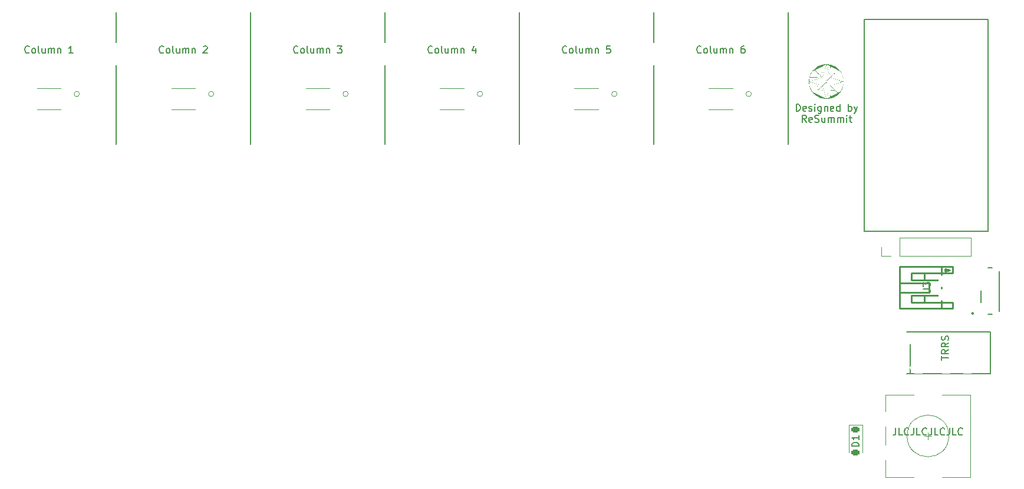
<source format=gto>
G04 #@! TF.GenerationSoftware,KiCad,Pcbnew,7.0.8*
G04 #@! TF.CreationDate,2023-12-05T05:17:06-08:00*
G04 #@! TF.ProjectId,Seismos_5CoreL,53656973-6d6f-4735-9f35-436f72654c2e,rev?*
G04 #@! TF.SameCoordinates,Original*
G04 #@! TF.FileFunction,Legend,Top*
G04 #@! TF.FilePolarity,Positive*
%FSLAX46Y46*%
G04 Gerber Fmt 4.6, Leading zero omitted, Abs format (unit mm)*
G04 Created by KiCad (PCBNEW 7.0.8) date 2023-12-05 05:17:06*
%MOMM*%
%LPD*%
G01*
G04 APERTURE LIST*
G04 Aperture macros list*
%AMRoundRect*
0 Rectangle with rounded corners*
0 $1 Rounding radius*
0 $2 $3 $4 $5 $6 $7 $8 $9 X,Y pos of 4 corners*
0 Add a 4 corners polygon primitive as box body*
4,1,4,$2,$3,$4,$5,$6,$7,$8,$9,$2,$3,0*
0 Add four circle primitives for the rounded corners*
1,1,$1+$1,$2,$3*
1,1,$1+$1,$4,$5*
1,1,$1+$1,$6,$7*
1,1,$1+$1,$8,$9*
0 Add four rect primitives between the rounded corners*
20,1,$1+$1,$2,$3,$4,$5,0*
20,1,$1+$1,$4,$5,$6,$7,0*
20,1,$1+$1,$6,$7,$8,$9,0*
20,1,$1+$1,$8,$9,$2,$3,0*%
%AMFreePoly0*
4,1,6,0.600000,0.200000,0.000000,-0.400000,-0.600000,0.200000,-0.600000,0.400000,0.600000,0.400000,0.600000,0.200000,0.600000,0.200000,$1*%
%AMFreePoly1*
4,1,6,0.600000,-0.250000,-0.600000,-0.250000,-0.600000,1.000000,0.000000,0.400000,0.600000,1.000000,0.600000,-0.250000,0.600000,-0.250000,$1*%
G04 Aperture macros list end*
%ADD10C,0.150000*%
%ADD11C,0.120000*%
%ADD12C,0.127000*%
%ADD13C,0.250000*%
%ADD14C,0.254000*%
%ADD15C,1.200000*%
%ADD16O,2.500000X1.700000*%
%ADD17C,0.100000*%
%ADD18C,2.000000*%
%ADD19R,3.200000X2.000000*%
%ADD20R,1.803400X0.812800*%
%ADD21C,3.200000*%
%ADD22R,1.700000X1.700000*%
%ADD23O,1.700000X1.700000*%
%ADD24C,0.900000*%
%ADD25R,1.500000X0.700000*%
%ADD26R,0.800000X1.000000*%
%ADD27C,1.400000*%
%ADD28C,1.600000*%
%ADD29FreePoly0,270.000000*%
%ADD30FreePoly0,90.000000*%
%ADD31R,1.600000X1.600000*%
%ADD32FreePoly1,270.000000*%
%ADD33FreePoly1,90.000000*%
%ADD34RoundRect,0.225000X-0.375000X0.225000X-0.375000X-0.225000X0.375000X-0.225000X0.375000X0.225000X0*%
G04 APERTURE END LIST*
D10*
X87900000Y-20000000D02*
X87900000Y-39000000D01*
X107200000Y-20000000D02*
X107200000Y-39000000D01*
X49300000Y-20000000D02*
X49300000Y-39000000D01*
X126500000Y-20000000D02*
X126500000Y-39000000D01*
X145800000Y-20000000D02*
X145800000Y-39000000D01*
X68600000Y-20000000D02*
X68600000Y-39000000D01*
X161270951Y-79829819D02*
X161270951Y-80544104D01*
X161270951Y-80544104D02*
X161223332Y-80686961D01*
X161223332Y-80686961D02*
X161128094Y-80782200D01*
X161128094Y-80782200D02*
X160985237Y-80829819D01*
X160985237Y-80829819D02*
X160889999Y-80829819D01*
X162223332Y-80829819D02*
X161747142Y-80829819D01*
X161747142Y-80829819D02*
X161747142Y-79829819D01*
X163128094Y-80734580D02*
X163080475Y-80782200D01*
X163080475Y-80782200D02*
X162937618Y-80829819D01*
X162937618Y-80829819D02*
X162842380Y-80829819D01*
X162842380Y-80829819D02*
X162699523Y-80782200D01*
X162699523Y-80782200D02*
X162604285Y-80686961D01*
X162604285Y-80686961D02*
X162556666Y-80591723D01*
X162556666Y-80591723D02*
X162509047Y-80401247D01*
X162509047Y-80401247D02*
X162509047Y-80258390D01*
X162509047Y-80258390D02*
X162556666Y-80067914D01*
X162556666Y-80067914D02*
X162604285Y-79972676D01*
X162604285Y-79972676D02*
X162699523Y-79877438D01*
X162699523Y-79877438D02*
X162842380Y-79829819D01*
X162842380Y-79829819D02*
X162937618Y-79829819D01*
X162937618Y-79829819D02*
X163080475Y-79877438D01*
X163080475Y-79877438D02*
X163128094Y-79925057D01*
X163842380Y-79829819D02*
X163842380Y-80544104D01*
X163842380Y-80544104D02*
X163794761Y-80686961D01*
X163794761Y-80686961D02*
X163699523Y-80782200D01*
X163699523Y-80782200D02*
X163556666Y-80829819D01*
X163556666Y-80829819D02*
X163461428Y-80829819D01*
X164794761Y-80829819D02*
X164318571Y-80829819D01*
X164318571Y-80829819D02*
X164318571Y-79829819D01*
X165699523Y-80734580D02*
X165651904Y-80782200D01*
X165651904Y-80782200D02*
X165509047Y-80829819D01*
X165509047Y-80829819D02*
X165413809Y-80829819D01*
X165413809Y-80829819D02*
X165270952Y-80782200D01*
X165270952Y-80782200D02*
X165175714Y-80686961D01*
X165175714Y-80686961D02*
X165128095Y-80591723D01*
X165128095Y-80591723D02*
X165080476Y-80401247D01*
X165080476Y-80401247D02*
X165080476Y-80258390D01*
X165080476Y-80258390D02*
X165128095Y-80067914D01*
X165128095Y-80067914D02*
X165175714Y-79972676D01*
X165175714Y-79972676D02*
X165270952Y-79877438D01*
X165270952Y-79877438D02*
X165413809Y-79829819D01*
X165413809Y-79829819D02*
X165509047Y-79829819D01*
X165509047Y-79829819D02*
X165651904Y-79877438D01*
X165651904Y-79877438D02*
X165699523Y-79925057D01*
X166413809Y-79829819D02*
X166413809Y-80544104D01*
X166413809Y-80544104D02*
X166366190Y-80686961D01*
X166366190Y-80686961D02*
X166270952Y-80782200D01*
X166270952Y-80782200D02*
X166128095Y-80829819D01*
X166128095Y-80829819D02*
X166032857Y-80829819D01*
X167366190Y-80829819D02*
X166890000Y-80829819D01*
X166890000Y-80829819D02*
X166890000Y-79829819D01*
X168270952Y-80734580D02*
X168223333Y-80782200D01*
X168223333Y-80782200D02*
X168080476Y-80829819D01*
X168080476Y-80829819D02*
X167985238Y-80829819D01*
X167985238Y-80829819D02*
X167842381Y-80782200D01*
X167842381Y-80782200D02*
X167747143Y-80686961D01*
X167747143Y-80686961D02*
X167699524Y-80591723D01*
X167699524Y-80591723D02*
X167651905Y-80401247D01*
X167651905Y-80401247D02*
X167651905Y-80258390D01*
X167651905Y-80258390D02*
X167699524Y-80067914D01*
X167699524Y-80067914D02*
X167747143Y-79972676D01*
X167747143Y-79972676D02*
X167842381Y-79877438D01*
X167842381Y-79877438D02*
X167985238Y-79829819D01*
X167985238Y-79829819D02*
X168080476Y-79829819D01*
X168080476Y-79829819D02*
X168223333Y-79877438D01*
X168223333Y-79877438D02*
X168270952Y-79925057D01*
X168985238Y-79829819D02*
X168985238Y-80544104D01*
X168985238Y-80544104D02*
X168937619Y-80686961D01*
X168937619Y-80686961D02*
X168842381Y-80782200D01*
X168842381Y-80782200D02*
X168699524Y-80829819D01*
X168699524Y-80829819D02*
X168604286Y-80829819D01*
X169937619Y-80829819D02*
X169461429Y-80829819D01*
X169461429Y-80829819D02*
X169461429Y-79829819D01*
X170842381Y-80734580D02*
X170794762Y-80782200D01*
X170794762Y-80782200D02*
X170651905Y-80829819D01*
X170651905Y-80829819D02*
X170556667Y-80829819D01*
X170556667Y-80829819D02*
X170413810Y-80782200D01*
X170413810Y-80782200D02*
X170318572Y-80686961D01*
X170318572Y-80686961D02*
X170270953Y-80591723D01*
X170270953Y-80591723D02*
X170223334Y-80401247D01*
X170223334Y-80401247D02*
X170223334Y-80258390D01*
X170223334Y-80258390D02*
X170270953Y-80067914D01*
X170270953Y-80067914D02*
X170318572Y-79972676D01*
X170318572Y-79972676D02*
X170413810Y-79877438D01*
X170413810Y-79877438D02*
X170556667Y-79829819D01*
X170556667Y-79829819D02*
X170651905Y-79829819D01*
X170651905Y-79829819D02*
X170794762Y-79877438D01*
X170794762Y-79877438D02*
X170842381Y-79925057D01*
X146991666Y-34209819D02*
X146991666Y-33209819D01*
X146991666Y-33209819D02*
X147229761Y-33209819D01*
X147229761Y-33209819D02*
X147372618Y-33257438D01*
X147372618Y-33257438D02*
X147467856Y-33352676D01*
X147467856Y-33352676D02*
X147515475Y-33447914D01*
X147515475Y-33447914D02*
X147563094Y-33638390D01*
X147563094Y-33638390D02*
X147563094Y-33781247D01*
X147563094Y-33781247D02*
X147515475Y-33971723D01*
X147515475Y-33971723D02*
X147467856Y-34066961D01*
X147467856Y-34066961D02*
X147372618Y-34162200D01*
X147372618Y-34162200D02*
X147229761Y-34209819D01*
X147229761Y-34209819D02*
X146991666Y-34209819D01*
X148372618Y-34162200D02*
X148277380Y-34209819D01*
X148277380Y-34209819D02*
X148086904Y-34209819D01*
X148086904Y-34209819D02*
X147991666Y-34162200D01*
X147991666Y-34162200D02*
X147944047Y-34066961D01*
X147944047Y-34066961D02*
X147944047Y-33686009D01*
X147944047Y-33686009D02*
X147991666Y-33590771D01*
X147991666Y-33590771D02*
X148086904Y-33543152D01*
X148086904Y-33543152D02*
X148277380Y-33543152D01*
X148277380Y-33543152D02*
X148372618Y-33590771D01*
X148372618Y-33590771D02*
X148420237Y-33686009D01*
X148420237Y-33686009D02*
X148420237Y-33781247D01*
X148420237Y-33781247D02*
X147944047Y-33876485D01*
X148801190Y-34162200D02*
X148896428Y-34209819D01*
X148896428Y-34209819D02*
X149086904Y-34209819D01*
X149086904Y-34209819D02*
X149182142Y-34162200D01*
X149182142Y-34162200D02*
X149229761Y-34066961D01*
X149229761Y-34066961D02*
X149229761Y-34019342D01*
X149229761Y-34019342D02*
X149182142Y-33924104D01*
X149182142Y-33924104D02*
X149086904Y-33876485D01*
X149086904Y-33876485D02*
X148944047Y-33876485D01*
X148944047Y-33876485D02*
X148848809Y-33828866D01*
X148848809Y-33828866D02*
X148801190Y-33733628D01*
X148801190Y-33733628D02*
X148801190Y-33686009D01*
X148801190Y-33686009D02*
X148848809Y-33590771D01*
X148848809Y-33590771D02*
X148944047Y-33543152D01*
X148944047Y-33543152D02*
X149086904Y-33543152D01*
X149086904Y-33543152D02*
X149182142Y-33590771D01*
X149658333Y-34209819D02*
X149658333Y-33543152D01*
X149658333Y-33209819D02*
X149610714Y-33257438D01*
X149610714Y-33257438D02*
X149658333Y-33305057D01*
X149658333Y-33305057D02*
X149705952Y-33257438D01*
X149705952Y-33257438D02*
X149658333Y-33209819D01*
X149658333Y-33209819D02*
X149658333Y-33305057D01*
X150563094Y-33543152D02*
X150563094Y-34352676D01*
X150563094Y-34352676D02*
X150515475Y-34447914D01*
X150515475Y-34447914D02*
X150467856Y-34495533D01*
X150467856Y-34495533D02*
X150372618Y-34543152D01*
X150372618Y-34543152D02*
X150229761Y-34543152D01*
X150229761Y-34543152D02*
X150134523Y-34495533D01*
X150563094Y-34162200D02*
X150467856Y-34209819D01*
X150467856Y-34209819D02*
X150277380Y-34209819D01*
X150277380Y-34209819D02*
X150182142Y-34162200D01*
X150182142Y-34162200D02*
X150134523Y-34114580D01*
X150134523Y-34114580D02*
X150086904Y-34019342D01*
X150086904Y-34019342D02*
X150086904Y-33733628D01*
X150086904Y-33733628D02*
X150134523Y-33638390D01*
X150134523Y-33638390D02*
X150182142Y-33590771D01*
X150182142Y-33590771D02*
X150277380Y-33543152D01*
X150277380Y-33543152D02*
X150467856Y-33543152D01*
X150467856Y-33543152D02*
X150563094Y-33590771D01*
X151039285Y-33543152D02*
X151039285Y-34209819D01*
X151039285Y-33638390D02*
X151086904Y-33590771D01*
X151086904Y-33590771D02*
X151182142Y-33543152D01*
X151182142Y-33543152D02*
X151324999Y-33543152D01*
X151324999Y-33543152D02*
X151420237Y-33590771D01*
X151420237Y-33590771D02*
X151467856Y-33686009D01*
X151467856Y-33686009D02*
X151467856Y-34209819D01*
X152324999Y-34162200D02*
X152229761Y-34209819D01*
X152229761Y-34209819D02*
X152039285Y-34209819D01*
X152039285Y-34209819D02*
X151944047Y-34162200D01*
X151944047Y-34162200D02*
X151896428Y-34066961D01*
X151896428Y-34066961D02*
X151896428Y-33686009D01*
X151896428Y-33686009D02*
X151944047Y-33590771D01*
X151944047Y-33590771D02*
X152039285Y-33543152D01*
X152039285Y-33543152D02*
X152229761Y-33543152D01*
X152229761Y-33543152D02*
X152324999Y-33590771D01*
X152324999Y-33590771D02*
X152372618Y-33686009D01*
X152372618Y-33686009D02*
X152372618Y-33781247D01*
X152372618Y-33781247D02*
X151896428Y-33876485D01*
X153229761Y-34209819D02*
X153229761Y-33209819D01*
X153229761Y-34162200D02*
X153134523Y-34209819D01*
X153134523Y-34209819D02*
X152944047Y-34209819D01*
X152944047Y-34209819D02*
X152848809Y-34162200D01*
X152848809Y-34162200D02*
X152801190Y-34114580D01*
X152801190Y-34114580D02*
X152753571Y-34019342D01*
X152753571Y-34019342D02*
X152753571Y-33733628D01*
X152753571Y-33733628D02*
X152801190Y-33638390D01*
X152801190Y-33638390D02*
X152848809Y-33590771D01*
X152848809Y-33590771D02*
X152944047Y-33543152D01*
X152944047Y-33543152D02*
X153134523Y-33543152D01*
X153134523Y-33543152D02*
X153229761Y-33590771D01*
X154467857Y-34209819D02*
X154467857Y-33209819D01*
X154467857Y-33590771D02*
X154563095Y-33543152D01*
X154563095Y-33543152D02*
X154753571Y-33543152D01*
X154753571Y-33543152D02*
X154848809Y-33590771D01*
X154848809Y-33590771D02*
X154896428Y-33638390D01*
X154896428Y-33638390D02*
X154944047Y-33733628D01*
X154944047Y-33733628D02*
X154944047Y-34019342D01*
X154944047Y-34019342D02*
X154896428Y-34114580D01*
X154896428Y-34114580D02*
X154848809Y-34162200D01*
X154848809Y-34162200D02*
X154753571Y-34209819D01*
X154753571Y-34209819D02*
X154563095Y-34209819D01*
X154563095Y-34209819D02*
X154467857Y-34162200D01*
X155277381Y-33543152D02*
X155515476Y-34209819D01*
X155753571Y-33543152D02*
X155515476Y-34209819D01*
X155515476Y-34209819D02*
X155420238Y-34447914D01*
X155420238Y-34447914D02*
X155372619Y-34495533D01*
X155372619Y-34495533D02*
X155277381Y-34543152D01*
X148420238Y-35819819D02*
X148086905Y-35343628D01*
X147848810Y-35819819D02*
X147848810Y-34819819D01*
X147848810Y-34819819D02*
X148229762Y-34819819D01*
X148229762Y-34819819D02*
X148325000Y-34867438D01*
X148325000Y-34867438D02*
X148372619Y-34915057D01*
X148372619Y-34915057D02*
X148420238Y-35010295D01*
X148420238Y-35010295D02*
X148420238Y-35153152D01*
X148420238Y-35153152D02*
X148372619Y-35248390D01*
X148372619Y-35248390D02*
X148325000Y-35296009D01*
X148325000Y-35296009D02*
X148229762Y-35343628D01*
X148229762Y-35343628D02*
X147848810Y-35343628D01*
X149229762Y-35772200D02*
X149134524Y-35819819D01*
X149134524Y-35819819D02*
X148944048Y-35819819D01*
X148944048Y-35819819D02*
X148848810Y-35772200D01*
X148848810Y-35772200D02*
X148801191Y-35676961D01*
X148801191Y-35676961D02*
X148801191Y-35296009D01*
X148801191Y-35296009D02*
X148848810Y-35200771D01*
X148848810Y-35200771D02*
X148944048Y-35153152D01*
X148944048Y-35153152D02*
X149134524Y-35153152D01*
X149134524Y-35153152D02*
X149229762Y-35200771D01*
X149229762Y-35200771D02*
X149277381Y-35296009D01*
X149277381Y-35296009D02*
X149277381Y-35391247D01*
X149277381Y-35391247D02*
X148801191Y-35486485D01*
X149658334Y-35772200D02*
X149801191Y-35819819D01*
X149801191Y-35819819D02*
X150039286Y-35819819D01*
X150039286Y-35819819D02*
X150134524Y-35772200D01*
X150134524Y-35772200D02*
X150182143Y-35724580D01*
X150182143Y-35724580D02*
X150229762Y-35629342D01*
X150229762Y-35629342D02*
X150229762Y-35534104D01*
X150229762Y-35534104D02*
X150182143Y-35438866D01*
X150182143Y-35438866D02*
X150134524Y-35391247D01*
X150134524Y-35391247D02*
X150039286Y-35343628D01*
X150039286Y-35343628D02*
X149848810Y-35296009D01*
X149848810Y-35296009D02*
X149753572Y-35248390D01*
X149753572Y-35248390D02*
X149705953Y-35200771D01*
X149705953Y-35200771D02*
X149658334Y-35105533D01*
X149658334Y-35105533D02*
X149658334Y-35010295D01*
X149658334Y-35010295D02*
X149705953Y-34915057D01*
X149705953Y-34915057D02*
X149753572Y-34867438D01*
X149753572Y-34867438D02*
X149848810Y-34819819D01*
X149848810Y-34819819D02*
X150086905Y-34819819D01*
X150086905Y-34819819D02*
X150229762Y-34867438D01*
X151086905Y-35153152D02*
X151086905Y-35819819D01*
X150658334Y-35153152D02*
X150658334Y-35676961D01*
X150658334Y-35676961D02*
X150705953Y-35772200D01*
X150705953Y-35772200D02*
X150801191Y-35819819D01*
X150801191Y-35819819D02*
X150944048Y-35819819D01*
X150944048Y-35819819D02*
X151039286Y-35772200D01*
X151039286Y-35772200D02*
X151086905Y-35724580D01*
X151563096Y-35819819D02*
X151563096Y-35153152D01*
X151563096Y-35248390D02*
X151610715Y-35200771D01*
X151610715Y-35200771D02*
X151705953Y-35153152D01*
X151705953Y-35153152D02*
X151848810Y-35153152D01*
X151848810Y-35153152D02*
X151944048Y-35200771D01*
X151944048Y-35200771D02*
X151991667Y-35296009D01*
X151991667Y-35296009D02*
X151991667Y-35819819D01*
X151991667Y-35296009D02*
X152039286Y-35200771D01*
X152039286Y-35200771D02*
X152134524Y-35153152D01*
X152134524Y-35153152D02*
X152277381Y-35153152D01*
X152277381Y-35153152D02*
X152372620Y-35200771D01*
X152372620Y-35200771D02*
X152420239Y-35296009D01*
X152420239Y-35296009D02*
X152420239Y-35819819D01*
X152896429Y-35819819D02*
X152896429Y-35153152D01*
X152896429Y-35248390D02*
X152944048Y-35200771D01*
X152944048Y-35200771D02*
X153039286Y-35153152D01*
X153039286Y-35153152D02*
X153182143Y-35153152D01*
X153182143Y-35153152D02*
X153277381Y-35200771D01*
X153277381Y-35200771D02*
X153325000Y-35296009D01*
X153325000Y-35296009D02*
X153325000Y-35819819D01*
X153325000Y-35296009D02*
X153372619Y-35200771D01*
X153372619Y-35200771D02*
X153467857Y-35153152D01*
X153467857Y-35153152D02*
X153610714Y-35153152D01*
X153610714Y-35153152D02*
X153705953Y-35200771D01*
X153705953Y-35200771D02*
X153753572Y-35296009D01*
X153753572Y-35296009D02*
X153753572Y-35819819D01*
X154229762Y-35819819D02*
X154229762Y-35153152D01*
X154229762Y-34819819D02*
X154182143Y-34867438D01*
X154182143Y-34867438D02*
X154229762Y-34915057D01*
X154229762Y-34915057D02*
X154277381Y-34867438D01*
X154277381Y-34867438D02*
X154229762Y-34819819D01*
X154229762Y-34819819D02*
X154229762Y-34915057D01*
X154563095Y-35153152D02*
X154944047Y-35153152D01*
X154705952Y-34819819D02*
X154705952Y-35676961D01*
X154705952Y-35676961D02*
X154753571Y-35772200D01*
X154753571Y-35772200D02*
X154848809Y-35819819D01*
X154848809Y-35819819D02*
X154944047Y-35819819D01*
X94716666Y-25774580D02*
X94669047Y-25822200D01*
X94669047Y-25822200D02*
X94526190Y-25869819D01*
X94526190Y-25869819D02*
X94430952Y-25869819D01*
X94430952Y-25869819D02*
X94288095Y-25822200D01*
X94288095Y-25822200D02*
X94192857Y-25726961D01*
X94192857Y-25726961D02*
X94145238Y-25631723D01*
X94145238Y-25631723D02*
X94097619Y-25441247D01*
X94097619Y-25441247D02*
X94097619Y-25298390D01*
X94097619Y-25298390D02*
X94145238Y-25107914D01*
X94145238Y-25107914D02*
X94192857Y-25012676D01*
X94192857Y-25012676D02*
X94288095Y-24917438D01*
X94288095Y-24917438D02*
X94430952Y-24869819D01*
X94430952Y-24869819D02*
X94526190Y-24869819D01*
X94526190Y-24869819D02*
X94669047Y-24917438D01*
X94669047Y-24917438D02*
X94716666Y-24965057D01*
X95288095Y-25869819D02*
X95192857Y-25822200D01*
X95192857Y-25822200D02*
X95145238Y-25774580D01*
X95145238Y-25774580D02*
X95097619Y-25679342D01*
X95097619Y-25679342D02*
X95097619Y-25393628D01*
X95097619Y-25393628D02*
X95145238Y-25298390D01*
X95145238Y-25298390D02*
X95192857Y-25250771D01*
X95192857Y-25250771D02*
X95288095Y-25203152D01*
X95288095Y-25203152D02*
X95430952Y-25203152D01*
X95430952Y-25203152D02*
X95526190Y-25250771D01*
X95526190Y-25250771D02*
X95573809Y-25298390D01*
X95573809Y-25298390D02*
X95621428Y-25393628D01*
X95621428Y-25393628D02*
X95621428Y-25679342D01*
X95621428Y-25679342D02*
X95573809Y-25774580D01*
X95573809Y-25774580D02*
X95526190Y-25822200D01*
X95526190Y-25822200D02*
X95430952Y-25869819D01*
X95430952Y-25869819D02*
X95288095Y-25869819D01*
X96192857Y-25869819D02*
X96097619Y-25822200D01*
X96097619Y-25822200D02*
X96050000Y-25726961D01*
X96050000Y-25726961D02*
X96050000Y-24869819D01*
X97002381Y-25203152D02*
X97002381Y-25869819D01*
X96573810Y-25203152D02*
X96573810Y-25726961D01*
X96573810Y-25726961D02*
X96621429Y-25822200D01*
X96621429Y-25822200D02*
X96716667Y-25869819D01*
X96716667Y-25869819D02*
X96859524Y-25869819D01*
X96859524Y-25869819D02*
X96954762Y-25822200D01*
X96954762Y-25822200D02*
X97002381Y-25774580D01*
X97478572Y-25869819D02*
X97478572Y-25203152D01*
X97478572Y-25298390D02*
X97526191Y-25250771D01*
X97526191Y-25250771D02*
X97621429Y-25203152D01*
X97621429Y-25203152D02*
X97764286Y-25203152D01*
X97764286Y-25203152D02*
X97859524Y-25250771D01*
X97859524Y-25250771D02*
X97907143Y-25346009D01*
X97907143Y-25346009D02*
X97907143Y-25869819D01*
X97907143Y-25346009D02*
X97954762Y-25250771D01*
X97954762Y-25250771D02*
X98050000Y-25203152D01*
X98050000Y-25203152D02*
X98192857Y-25203152D01*
X98192857Y-25203152D02*
X98288096Y-25250771D01*
X98288096Y-25250771D02*
X98335715Y-25346009D01*
X98335715Y-25346009D02*
X98335715Y-25869819D01*
X98811905Y-25203152D02*
X98811905Y-25869819D01*
X98811905Y-25298390D02*
X98859524Y-25250771D01*
X98859524Y-25250771D02*
X98954762Y-25203152D01*
X98954762Y-25203152D02*
X99097619Y-25203152D01*
X99097619Y-25203152D02*
X99192857Y-25250771D01*
X99192857Y-25250771D02*
X99240476Y-25346009D01*
X99240476Y-25346009D02*
X99240476Y-25869819D01*
X100907143Y-25203152D02*
X100907143Y-25869819D01*
X100669048Y-24822200D02*
X100430953Y-25536485D01*
X100430953Y-25536485D02*
X101050000Y-25536485D01*
X56116666Y-25774580D02*
X56069047Y-25822200D01*
X56069047Y-25822200D02*
X55926190Y-25869819D01*
X55926190Y-25869819D02*
X55830952Y-25869819D01*
X55830952Y-25869819D02*
X55688095Y-25822200D01*
X55688095Y-25822200D02*
X55592857Y-25726961D01*
X55592857Y-25726961D02*
X55545238Y-25631723D01*
X55545238Y-25631723D02*
X55497619Y-25441247D01*
X55497619Y-25441247D02*
X55497619Y-25298390D01*
X55497619Y-25298390D02*
X55545238Y-25107914D01*
X55545238Y-25107914D02*
X55592857Y-25012676D01*
X55592857Y-25012676D02*
X55688095Y-24917438D01*
X55688095Y-24917438D02*
X55830952Y-24869819D01*
X55830952Y-24869819D02*
X55926190Y-24869819D01*
X55926190Y-24869819D02*
X56069047Y-24917438D01*
X56069047Y-24917438D02*
X56116666Y-24965057D01*
X56688095Y-25869819D02*
X56592857Y-25822200D01*
X56592857Y-25822200D02*
X56545238Y-25774580D01*
X56545238Y-25774580D02*
X56497619Y-25679342D01*
X56497619Y-25679342D02*
X56497619Y-25393628D01*
X56497619Y-25393628D02*
X56545238Y-25298390D01*
X56545238Y-25298390D02*
X56592857Y-25250771D01*
X56592857Y-25250771D02*
X56688095Y-25203152D01*
X56688095Y-25203152D02*
X56830952Y-25203152D01*
X56830952Y-25203152D02*
X56926190Y-25250771D01*
X56926190Y-25250771D02*
X56973809Y-25298390D01*
X56973809Y-25298390D02*
X57021428Y-25393628D01*
X57021428Y-25393628D02*
X57021428Y-25679342D01*
X57021428Y-25679342D02*
X56973809Y-25774580D01*
X56973809Y-25774580D02*
X56926190Y-25822200D01*
X56926190Y-25822200D02*
X56830952Y-25869819D01*
X56830952Y-25869819D02*
X56688095Y-25869819D01*
X57592857Y-25869819D02*
X57497619Y-25822200D01*
X57497619Y-25822200D02*
X57450000Y-25726961D01*
X57450000Y-25726961D02*
X57450000Y-24869819D01*
X58402381Y-25203152D02*
X58402381Y-25869819D01*
X57973810Y-25203152D02*
X57973810Y-25726961D01*
X57973810Y-25726961D02*
X58021429Y-25822200D01*
X58021429Y-25822200D02*
X58116667Y-25869819D01*
X58116667Y-25869819D02*
X58259524Y-25869819D01*
X58259524Y-25869819D02*
X58354762Y-25822200D01*
X58354762Y-25822200D02*
X58402381Y-25774580D01*
X58878572Y-25869819D02*
X58878572Y-25203152D01*
X58878572Y-25298390D02*
X58926191Y-25250771D01*
X58926191Y-25250771D02*
X59021429Y-25203152D01*
X59021429Y-25203152D02*
X59164286Y-25203152D01*
X59164286Y-25203152D02*
X59259524Y-25250771D01*
X59259524Y-25250771D02*
X59307143Y-25346009D01*
X59307143Y-25346009D02*
X59307143Y-25869819D01*
X59307143Y-25346009D02*
X59354762Y-25250771D01*
X59354762Y-25250771D02*
X59450000Y-25203152D01*
X59450000Y-25203152D02*
X59592857Y-25203152D01*
X59592857Y-25203152D02*
X59688096Y-25250771D01*
X59688096Y-25250771D02*
X59735715Y-25346009D01*
X59735715Y-25346009D02*
X59735715Y-25869819D01*
X60211905Y-25203152D02*
X60211905Y-25869819D01*
X60211905Y-25298390D02*
X60259524Y-25250771D01*
X60259524Y-25250771D02*
X60354762Y-25203152D01*
X60354762Y-25203152D02*
X60497619Y-25203152D01*
X60497619Y-25203152D02*
X60592857Y-25250771D01*
X60592857Y-25250771D02*
X60640476Y-25346009D01*
X60640476Y-25346009D02*
X60640476Y-25869819D01*
X61830953Y-24965057D02*
X61878572Y-24917438D01*
X61878572Y-24917438D02*
X61973810Y-24869819D01*
X61973810Y-24869819D02*
X62211905Y-24869819D01*
X62211905Y-24869819D02*
X62307143Y-24917438D01*
X62307143Y-24917438D02*
X62354762Y-24965057D01*
X62354762Y-24965057D02*
X62402381Y-25060295D01*
X62402381Y-25060295D02*
X62402381Y-25155533D01*
X62402381Y-25155533D02*
X62354762Y-25298390D01*
X62354762Y-25298390D02*
X61783334Y-25869819D01*
X61783334Y-25869819D02*
X62402381Y-25869819D01*
X133316666Y-25774580D02*
X133269047Y-25822200D01*
X133269047Y-25822200D02*
X133126190Y-25869819D01*
X133126190Y-25869819D02*
X133030952Y-25869819D01*
X133030952Y-25869819D02*
X132888095Y-25822200D01*
X132888095Y-25822200D02*
X132792857Y-25726961D01*
X132792857Y-25726961D02*
X132745238Y-25631723D01*
X132745238Y-25631723D02*
X132697619Y-25441247D01*
X132697619Y-25441247D02*
X132697619Y-25298390D01*
X132697619Y-25298390D02*
X132745238Y-25107914D01*
X132745238Y-25107914D02*
X132792857Y-25012676D01*
X132792857Y-25012676D02*
X132888095Y-24917438D01*
X132888095Y-24917438D02*
X133030952Y-24869819D01*
X133030952Y-24869819D02*
X133126190Y-24869819D01*
X133126190Y-24869819D02*
X133269047Y-24917438D01*
X133269047Y-24917438D02*
X133316666Y-24965057D01*
X133888095Y-25869819D02*
X133792857Y-25822200D01*
X133792857Y-25822200D02*
X133745238Y-25774580D01*
X133745238Y-25774580D02*
X133697619Y-25679342D01*
X133697619Y-25679342D02*
X133697619Y-25393628D01*
X133697619Y-25393628D02*
X133745238Y-25298390D01*
X133745238Y-25298390D02*
X133792857Y-25250771D01*
X133792857Y-25250771D02*
X133888095Y-25203152D01*
X133888095Y-25203152D02*
X134030952Y-25203152D01*
X134030952Y-25203152D02*
X134126190Y-25250771D01*
X134126190Y-25250771D02*
X134173809Y-25298390D01*
X134173809Y-25298390D02*
X134221428Y-25393628D01*
X134221428Y-25393628D02*
X134221428Y-25679342D01*
X134221428Y-25679342D02*
X134173809Y-25774580D01*
X134173809Y-25774580D02*
X134126190Y-25822200D01*
X134126190Y-25822200D02*
X134030952Y-25869819D01*
X134030952Y-25869819D02*
X133888095Y-25869819D01*
X134792857Y-25869819D02*
X134697619Y-25822200D01*
X134697619Y-25822200D02*
X134650000Y-25726961D01*
X134650000Y-25726961D02*
X134650000Y-24869819D01*
X135602381Y-25203152D02*
X135602381Y-25869819D01*
X135173810Y-25203152D02*
X135173810Y-25726961D01*
X135173810Y-25726961D02*
X135221429Y-25822200D01*
X135221429Y-25822200D02*
X135316667Y-25869819D01*
X135316667Y-25869819D02*
X135459524Y-25869819D01*
X135459524Y-25869819D02*
X135554762Y-25822200D01*
X135554762Y-25822200D02*
X135602381Y-25774580D01*
X136078572Y-25869819D02*
X136078572Y-25203152D01*
X136078572Y-25298390D02*
X136126191Y-25250771D01*
X136126191Y-25250771D02*
X136221429Y-25203152D01*
X136221429Y-25203152D02*
X136364286Y-25203152D01*
X136364286Y-25203152D02*
X136459524Y-25250771D01*
X136459524Y-25250771D02*
X136507143Y-25346009D01*
X136507143Y-25346009D02*
X136507143Y-25869819D01*
X136507143Y-25346009D02*
X136554762Y-25250771D01*
X136554762Y-25250771D02*
X136650000Y-25203152D01*
X136650000Y-25203152D02*
X136792857Y-25203152D01*
X136792857Y-25203152D02*
X136888096Y-25250771D01*
X136888096Y-25250771D02*
X136935715Y-25346009D01*
X136935715Y-25346009D02*
X136935715Y-25869819D01*
X137411905Y-25203152D02*
X137411905Y-25869819D01*
X137411905Y-25298390D02*
X137459524Y-25250771D01*
X137459524Y-25250771D02*
X137554762Y-25203152D01*
X137554762Y-25203152D02*
X137697619Y-25203152D01*
X137697619Y-25203152D02*
X137792857Y-25250771D01*
X137792857Y-25250771D02*
X137840476Y-25346009D01*
X137840476Y-25346009D02*
X137840476Y-25869819D01*
X139507143Y-24869819D02*
X139316667Y-24869819D01*
X139316667Y-24869819D02*
X139221429Y-24917438D01*
X139221429Y-24917438D02*
X139173810Y-24965057D01*
X139173810Y-24965057D02*
X139078572Y-25107914D01*
X139078572Y-25107914D02*
X139030953Y-25298390D01*
X139030953Y-25298390D02*
X139030953Y-25679342D01*
X139030953Y-25679342D02*
X139078572Y-25774580D01*
X139078572Y-25774580D02*
X139126191Y-25822200D01*
X139126191Y-25822200D02*
X139221429Y-25869819D01*
X139221429Y-25869819D02*
X139411905Y-25869819D01*
X139411905Y-25869819D02*
X139507143Y-25822200D01*
X139507143Y-25822200D02*
X139554762Y-25774580D01*
X139554762Y-25774580D02*
X139602381Y-25679342D01*
X139602381Y-25679342D02*
X139602381Y-25441247D01*
X139602381Y-25441247D02*
X139554762Y-25346009D01*
X139554762Y-25346009D02*
X139507143Y-25298390D01*
X139507143Y-25298390D02*
X139411905Y-25250771D01*
X139411905Y-25250771D02*
X139221429Y-25250771D01*
X139221429Y-25250771D02*
X139126191Y-25298390D01*
X139126191Y-25298390D02*
X139078572Y-25346009D01*
X139078572Y-25346009D02*
X139030953Y-25441247D01*
X75416666Y-25774580D02*
X75369047Y-25822200D01*
X75369047Y-25822200D02*
X75226190Y-25869819D01*
X75226190Y-25869819D02*
X75130952Y-25869819D01*
X75130952Y-25869819D02*
X74988095Y-25822200D01*
X74988095Y-25822200D02*
X74892857Y-25726961D01*
X74892857Y-25726961D02*
X74845238Y-25631723D01*
X74845238Y-25631723D02*
X74797619Y-25441247D01*
X74797619Y-25441247D02*
X74797619Y-25298390D01*
X74797619Y-25298390D02*
X74845238Y-25107914D01*
X74845238Y-25107914D02*
X74892857Y-25012676D01*
X74892857Y-25012676D02*
X74988095Y-24917438D01*
X74988095Y-24917438D02*
X75130952Y-24869819D01*
X75130952Y-24869819D02*
X75226190Y-24869819D01*
X75226190Y-24869819D02*
X75369047Y-24917438D01*
X75369047Y-24917438D02*
X75416666Y-24965057D01*
X75988095Y-25869819D02*
X75892857Y-25822200D01*
X75892857Y-25822200D02*
X75845238Y-25774580D01*
X75845238Y-25774580D02*
X75797619Y-25679342D01*
X75797619Y-25679342D02*
X75797619Y-25393628D01*
X75797619Y-25393628D02*
X75845238Y-25298390D01*
X75845238Y-25298390D02*
X75892857Y-25250771D01*
X75892857Y-25250771D02*
X75988095Y-25203152D01*
X75988095Y-25203152D02*
X76130952Y-25203152D01*
X76130952Y-25203152D02*
X76226190Y-25250771D01*
X76226190Y-25250771D02*
X76273809Y-25298390D01*
X76273809Y-25298390D02*
X76321428Y-25393628D01*
X76321428Y-25393628D02*
X76321428Y-25679342D01*
X76321428Y-25679342D02*
X76273809Y-25774580D01*
X76273809Y-25774580D02*
X76226190Y-25822200D01*
X76226190Y-25822200D02*
X76130952Y-25869819D01*
X76130952Y-25869819D02*
X75988095Y-25869819D01*
X76892857Y-25869819D02*
X76797619Y-25822200D01*
X76797619Y-25822200D02*
X76750000Y-25726961D01*
X76750000Y-25726961D02*
X76750000Y-24869819D01*
X77702381Y-25203152D02*
X77702381Y-25869819D01*
X77273810Y-25203152D02*
X77273810Y-25726961D01*
X77273810Y-25726961D02*
X77321429Y-25822200D01*
X77321429Y-25822200D02*
X77416667Y-25869819D01*
X77416667Y-25869819D02*
X77559524Y-25869819D01*
X77559524Y-25869819D02*
X77654762Y-25822200D01*
X77654762Y-25822200D02*
X77702381Y-25774580D01*
X78178572Y-25869819D02*
X78178572Y-25203152D01*
X78178572Y-25298390D02*
X78226191Y-25250771D01*
X78226191Y-25250771D02*
X78321429Y-25203152D01*
X78321429Y-25203152D02*
X78464286Y-25203152D01*
X78464286Y-25203152D02*
X78559524Y-25250771D01*
X78559524Y-25250771D02*
X78607143Y-25346009D01*
X78607143Y-25346009D02*
X78607143Y-25869819D01*
X78607143Y-25346009D02*
X78654762Y-25250771D01*
X78654762Y-25250771D02*
X78750000Y-25203152D01*
X78750000Y-25203152D02*
X78892857Y-25203152D01*
X78892857Y-25203152D02*
X78988096Y-25250771D01*
X78988096Y-25250771D02*
X79035715Y-25346009D01*
X79035715Y-25346009D02*
X79035715Y-25869819D01*
X79511905Y-25203152D02*
X79511905Y-25869819D01*
X79511905Y-25298390D02*
X79559524Y-25250771D01*
X79559524Y-25250771D02*
X79654762Y-25203152D01*
X79654762Y-25203152D02*
X79797619Y-25203152D01*
X79797619Y-25203152D02*
X79892857Y-25250771D01*
X79892857Y-25250771D02*
X79940476Y-25346009D01*
X79940476Y-25346009D02*
X79940476Y-25869819D01*
X81083334Y-24869819D02*
X81702381Y-24869819D01*
X81702381Y-24869819D02*
X81369048Y-25250771D01*
X81369048Y-25250771D02*
X81511905Y-25250771D01*
X81511905Y-25250771D02*
X81607143Y-25298390D01*
X81607143Y-25298390D02*
X81654762Y-25346009D01*
X81654762Y-25346009D02*
X81702381Y-25441247D01*
X81702381Y-25441247D02*
X81702381Y-25679342D01*
X81702381Y-25679342D02*
X81654762Y-25774580D01*
X81654762Y-25774580D02*
X81607143Y-25822200D01*
X81607143Y-25822200D02*
X81511905Y-25869819D01*
X81511905Y-25869819D02*
X81226191Y-25869819D01*
X81226191Y-25869819D02*
X81130953Y-25822200D01*
X81130953Y-25822200D02*
X81083334Y-25774580D01*
X36816666Y-25774580D02*
X36769047Y-25822200D01*
X36769047Y-25822200D02*
X36626190Y-25869819D01*
X36626190Y-25869819D02*
X36530952Y-25869819D01*
X36530952Y-25869819D02*
X36388095Y-25822200D01*
X36388095Y-25822200D02*
X36292857Y-25726961D01*
X36292857Y-25726961D02*
X36245238Y-25631723D01*
X36245238Y-25631723D02*
X36197619Y-25441247D01*
X36197619Y-25441247D02*
X36197619Y-25298390D01*
X36197619Y-25298390D02*
X36245238Y-25107914D01*
X36245238Y-25107914D02*
X36292857Y-25012676D01*
X36292857Y-25012676D02*
X36388095Y-24917438D01*
X36388095Y-24917438D02*
X36530952Y-24869819D01*
X36530952Y-24869819D02*
X36626190Y-24869819D01*
X36626190Y-24869819D02*
X36769047Y-24917438D01*
X36769047Y-24917438D02*
X36816666Y-24965057D01*
X37388095Y-25869819D02*
X37292857Y-25822200D01*
X37292857Y-25822200D02*
X37245238Y-25774580D01*
X37245238Y-25774580D02*
X37197619Y-25679342D01*
X37197619Y-25679342D02*
X37197619Y-25393628D01*
X37197619Y-25393628D02*
X37245238Y-25298390D01*
X37245238Y-25298390D02*
X37292857Y-25250771D01*
X37292857Y-25250771D02*
X37388095Y-25203152D01*
X37388095Y-25203152D02*
X37530952Y-25203152D01*
X37530952Y-25203152D02*
X37626190Y-25250771D01*
X37626190Y-25250771D02*
X37673809Y-25298390D01*
X37673809Y-25298390D02*
X37721428Y-25393628D01*
X37721428Y-25393628D02*
X37721428Y-25679342D01*
X37721428Y-25679342D02*
X37673809Y-25774580D01*
X37673809Y-25774580D02*
X37626190Y-25822200D01*
X37626190Y-25822200D02*
X37530952Y-25869819D01*
X37530952Y-25869819D02*
X37388095Y-25869819D01*
X38292857Y-25869819D02*
X38197619Y-25822200D01*
X38197619Y-25822200D02*
X38150000Y-25726961D01*
X38150000Y-25726961D02*
X38150000Y-24869819D01*
X39102381Y-25203152D02*
X39102381Y-25869819D01*
X38673810Y-25203152D02*
X38673810Y-25726961D01*
X38673810Y-25726961D02*
X38721429Y-25822200D01*
X38721429Y-25822200D02*
X38816667Y-25869819D01*
X38816667Y-25869819D02*
X38959524Y-25869819D01*
X38959524Y-25869819D02*
X39054762Y-25822200D01*
X39054762Y-25822200D02*
X39102381Y-25774580D01*
X39578572Y-25869819D02*
X39578572Y-25203152D01*
X39578572Y-25298390D02*
X39626191Y-25250771D01*
X39626191Y-25250771D02*
X39721429Y-25203152D01*
X39721429Y-25203152D02*
X39864286Y-25203152D01*
X39864286Y-25203152D02*
X39959524Y-25250771D01*
X39959524Y-25250771D02*
X40007143Y-25346009D01*
X40007143Y-25346009D02*
X40007143Y-25869819D01*
X40007143Y-25346009D02*
X40054762Y-25250771D01*
X40054762Y-25250771D02*
X40150000Y-25203152D01*
X40150000Y-25203152D02*
X40292857Y-25203152D01*
X40292857Y-25203152D02*
X40388096Y-25250771D01*
X40388096Y-25250771D02*
X40435715Y-25346009D01*
X40435715Y-25346009D02*
X40435715Y-25869819D01*
X40911905Y-25203152D02*
X40911905Y-25869819D01*
X40911905Y-25298390D02*
X40959524Y-25250771D01*
X40959524Y-25250771D02*
X41054762Y-25203152D01*
X41054762Y-25203152D02*
X41197619Y-25203152D01*
X41197619Y-25203152D02*
X41292857Y-25250771D01*
X41292857Y-25250771D02*
X41340476Y-25346009D01*
X41340476Y-25346009D02*
X41340476Y-25869819D01*
X43102381Y-25869819D02*
X42530953Y-25869819D01*
X42816667Y-25869819D02*
X42816667Y-24869819D01*
X42816667Y-24869819D02*
X42721429Y-25012676D01*
X42721429Y-25012676D02*
X42626191Y-25107914D01*
X42626191Y-25107914D02*
X42530953Y-25155533D01*
X114016666Y-25774580D02*
X113969047Y-25822200D01*
X113969047Y-25822200D02*
X113826190Y-25869819D01*
X113826190Y-25869819D02*
X113730952Y-25869819D01*
X113730952Y-25869819D02*
X113588095Y-25822200D01*
X113588095Y-25822200D02*
X113492857Y-25726961D01*
X113492857Y-25726961D02*
X113445238Y-25631723D01*
X113445238Y-25631723D02*
X113397619Y-25441247D01*
X113397619Y-25441247D02*
X113397619Y-25298390D01*
X113397619Y-25298390D02*
X113445238Y-25107914D01*
X113445238Y-25107914D02*
X113492857Y-25012676D01*
X113492857Y-25012676D02*
X113588095Y-24917438D01*
X113588095Y-24917438D02*
X113730952Y-24869819D01*
X113730952Y-24869819D02*
X113826190Y-24869819D01*
X113826190Y-24869819D02*
X113969047Y-24917438D01*
X113969047Y-24917438D02*
X114016666Y-24965057D01*
X114588095Y-25869819D02*
X114492857Y-25822200D01*
X114492857Y-25822200D02*
X114445238Y-25774580D01*
X114445238Y-25774580D02*
X114397619Y-25679342D01*
X114397619Y-25679342D02*
X114397619Y-25393628D01*
X114397619Y-25393628D02*
X114445238Y-25298390D01*
X114445238Y-25298390D02*
X114492857Y-25250771D01*
X114492857Y-25250771D02*
X114588095Y-25203152D01*
X114588095Y-25203152D02*
X114730952Y-25203152D01*
X114730952Y-25203152D02*
X114826190Y-25250771D01*
X114826190Y-25250771D02*
X114873809Y-25298390D01*
X114873809Y-25298390D02*
X114921428Y-25393628D01*
X114921428Y-25393628D02*
X114921428Y-25679342D01*
X114921428Y-25679342D02*
X114873809Y-25774580D01*
X114873809Y-25774580D02*
X114826190Y-25822200D01*
X114826190Y-25822200D02*
X114730952Y-25869819D01*
X114730952Y-25869819D02*
X114588095Y-25869819D01*
X115492857Y-25869819D02*
X115397619Y-25822200D01*
X115397619Y-25822200D02*
X115350000Y-25726961D01*
X115350000Y-25726961D02*
X115350000Y-24869819D01*
X116302381Y-25203152D02*
X116302381Y-25869819D01*
X115873810Y-25203152D02*
X115873810Y-25726961D01*
X115873810Y-25726961D02*
X115921429Y-25822200D01*
X115921429Y-25822200D02*
X116016667Y-25869819D01*
X116016667Y-25869819D02*
X116159524Y-25869819D01*
X116159524Y-25869819D02*
X116254762Y-25822200D01*
X116254762Y-25822200D02*
X116302381Y-25774580D01*
X116778572Y-25869819D02*
X116778572Y-25203152D01*
X116778572Y-25298390D02*
X116826191Y-25250771D01*
X116826191Y-25250771D02*
X116921429Y-25203152D01*
X116921429Y-25203152D02*
X117064286Y-25203152D01*
X117064286Y-25203152D02*
X117159524Y-25250771D01*
X117159524Y-25250771D02*
X117207143Y-25346009D01*
X117207143Y-25346009D02*
X117207143Y-25869819D01*
X117207143Y-25346009D02*
X117254762Y-25250771D01*
X117254762Y-25250771D02*
X117350000Y-25203152D01*
X117350000Y-25203152D02*
X117492857Y-25203152D01*
X117492857Y-25203152D02*
X117588096Y-25250771D01*
X117588096Y-25250771D02*
X117635715Y-25346009D01*
X117635715Y-25346009D02*
X117635715Y-25869819D01*
X118111905Y-25203152D02*
X118111905Y-25869819D01*
X118111905Y-25298390D02*
X118159524Y-25250771D01*
X118159524Y-25250771D02*
X118254762Y-25203152D01*
X118254762Y-25203152D02*
X118397619Y-25203152D01*
X118397619Y-25203152D02*
X118492857Y-25250771D01*
X118492857Y-25250771D02*
X118540476Y-25346009D01*
X118540476Y-25346009D02*
X118540476Y-25869819D01*
X120254762Y-24869819D02*
X119778572Y-24869819D01*
X119778572Y-24869819D02*
X119730953Y-25346009D01*
X119730953Y-25346009D02*
X119778572Y-25298390D01*
X119778572Y-25298390D02*
X119873810Y-25250771D01*
X119873810Y-25250771D02*
X120111905Y-25250771D01*
X120111905Y-25250771D02*
X120207143Y-25298390D01*
X120207143Y-25298390D02*
X120254762Y-25346009D01*
X120254762Y-25346009D02*
X120302381Y-25441247D01*
X120302381Y-25441247D02*
X120302381Y-25679342D01*
X120302381Y-25679342D02*
X120254762Y-25774580D01*
X120254762Y-25774580D02*
X120207143Y-25822200D01*
X120207143Y-25822200D02*
X120111905Y-25869819D01*
X120111905Y-25869819D02*
X119873810Y-25869819D01*
X119873810Y-25869819D02*
X119778572Y-25822200D01*
X119778572Y-25822200D02*
X119730953Y-25774580D01*
X167834819Y-70036904D02*
X167834819Y-69465476D01*
X168834819Y-69751190D02*
X167834819Y-69751190D01*
X168834819Y-68560714D02*
X168358628Y-68894047D01*
X168834819Y-69132142D02*
X167834819Y-69132142D01*
X167834819Y-69132142D02*
X167834819Y-68751190D01*
X167834819Y-68751190D02*
X167882438Y-68655952D01*
X167882438Y-68655952D02*
X167930057Y-68608333D01*
X167930057Y-68608333D02*
X168025295Y-68560714D01*
X168025295Y-68560714D02*
X168168152Y-68560714D01*
X168168152Y-68560714D02*
X168263390Y-68608333D01*
X168263390Y-68608333D02*
X168311009Y-68655952D01*
X168311009Y-68655952D02*
X168358628Y-68751190D01*
X168358628Y-68751190D02*
X168358628Y-69132142D01*
X168834819Y-67560714D02*
X168358628Y-67894047D01*
X168834819Y-68132142D02*
X167834819Y-68132142D01*
X167834819Y-68132142D02*
X167834819Y-67751190D01*
X167834819Y-67751190D02*
X167882438Y-67655952D01*
X167882438Y-67655952D02*
X167930057Y-67608333D01*
X167930057Y-67608333D02*
X168025295Y-67560714D01*
X168025295Y-67560714D02*
X168168152Y-67560714D01*
X168168152Y-67560714D02*
X168263390Y-67608333D01*
X168263390Y-67608333D02*
X168311009Y-67655952D01*
X168311009Y-67655952D02*
X168358628Y-67751190D01*
X168358628Y-67751190D02*
X168358628Y-68132142D01*
X168787200Y-67179761D02*
X168834819Y-67036904D01*
X168834819Y-67036904D02*
X168834819Y-66798809D01*
X168834819Y-66798809D02*
X168787200Y-66703571D01*
X168787200Y-66703571D02*
X168739580Y-66655952D01*
X168739580Y-66655952D02*
X168644342Y-66608333D01*
X168644342Y-66608333D02*
X168549104Y-66608333D01*
X168549104Y-66608333D02*
X168453866Y-66655952D01*
X168453866Y-66655952D02*
X168406247Y-66703571D01*
X168406247Y-66703571D02*
X168358628Y-66798809D01*
X168358628Y-66798809D02*
X168311009Y-66989285D01*
X168311009Y-66989285D02*
X168263390Y-67084523D01*
X168263390Y-67084523D02*
X168215771Y-67132142D01*
X168215771Y-67132142D02*
X168120533Y-67179761D01*
X168120533Y-67179761D02*
X168025295Y-67179761D01*
X168025295Y-67179761D02*
X167930057Y-67132142D01*
X167930057Y-67132142D02*
X167882438Y-67084523D01*
X167882438Y-67084523D02*
X167834819Y-66989285D01*
X167834819Y-66989285D02*
X167834819Y-66751190D01*
X167834819Y-66751190D02*
X167882438Y-66608333D01*
X167834819Y-70036904D02*
X167834819Y-69465476D01*
X168834819Y-69751190D02*
X167834819Y-69751190D01*
X168834819Y-68560714D02*
X168358628Y-68894047D01*
X168834819Y-69132142D02*
X167834819Y-69132142D01*
X167834819Y-69132142D02*
X167834819Y-68751190D01*
X167834819Y-68751190D02*
X167882438Y-68655952D01*
X167882438Y-68655952D02*
X167930057Y-68608333D01*
X167930057Y-68608333D02*
X168025295Y-68560714D01*
X168025295Y-68560714D02*
X168168152Y-68560714D01*
X168168152Y-68560714D02*
X168263390Y-68608333D01*
X168263390Y-68608333D02*
X168311009Y-68655952D01*
X168311009Y-68655952D02*
X168358628Y-68751190D01*
X168358628Y-68751190D02*
X168358628Y-69132142D01*
X168834819Y-67560714D02*
X168358628Y-67894047D01*
X168834819Y-68132142D02*
X167834819Y-68132142D01*
X167834819Y-68132142D02*
X167834819Y-67751190D01*
X167834819Y-67751190D02*
X167882438Y-67655952D01*
X167882438Y-67655952D02*
X167930057Y-67608333D01*
X167930057Y-67608333D02*
X168025295Y-67560714D01*
X168025295Y-67560714D02*
X168168152Y-67560714D01*
X168168152Y-67560714D02*
X168263390Y-67608333D01*
X168263390Y-67608333D02*
X168311009Y-67655952D01*
X168311009Y-67655952D02*
X168358628Y-67751190D01*
X168358628Y-67751190D02*
X168358628Y-68132142D01*
X168787200Y-67179761D02*
X168834819Y-67036904D01*
X168834819Y-67036904D02*
X168834819Y-66798809D01*
X168834819Y-66798809D02*
X168787200Y-66703571D01*
X168787200Y-66703571D02*
X168739580Y-66655952D01*
X168739580Y-66655952D02*
X168644342Y-66608333D01*
X168644342Y-66608333D02*
X168549104Y-66608333D01*
X168549104Y-66608333D02*
X168453866Y-66655952D01*
X168453866Y-66655952D02*
X168406247Y-66703571D01*
X168406247Y-66703571D02*
X168358628Y-66798809D01*
X168358628Y-66798809D02*
X168311009Y-66989285D01*
X168311009Y-66989285D02*
X168263390Y-67084523D01*
X168263390Y-67084523D02*
X168215771Y-67132142D01*
X168215771Y-67132142D02*
X168120533Y-67179761D01*
X168120533Y-67179761D02*
X168025295Y-67179761D01*
X168025295Y-67179761D02*
X167930057Y-67132142D01*
X167930057Y-67132142D02*
X167882438Y-67084523D01*
X167882438Y-67084523D02*
X167834819Y-66989285D01*
X167834819Y-66989285D02*
X167834819Y-66751190D01*
X167834819Y-66751190D02*
X167882438Y-66608333D01*
X165204819Y-60411904D02*
X166014342Y-60411904D01*
X166014342Y-60411904D02*
X166109580Y-60364285D01*
X166109580Y-60364285D02*
X166157200Y-60316666D01*
X166157200Y-60316666D02*
X166204819Y-60221428D01*
X166204819Y-60221428D02*
X166204819Y-60030952D01*
X166204819Y-60030952D02*
X166157200Y-59935714D01*
X166157200Y-59935714D02*
X166109580Y-59888095D01*
X166109580Y-59888095D02*
X166014342Y-59840476D01*
X166014342Y-59840476D02*
X165204819Y-59840476D01*
X165204819Y-59459523D02*
X165204819Y-58840476D01*
X165204819Y-58840476D02*
X165585771Y-59173809D01*
X165585771Y-59173809D02*
X165585771Y-59030952D01*
X165585771Y-59030952D02*
X165633390Y-58935714D01*
X165633390Y-58935714D02*
X165681009Y-58888095D01*
X165681009Y-58888095D02*
X165776247Y-58840476D01*
X165776247Y-58840476D02*
X166014342Y-58840476D01*
X166014342Y-58840476D02*
X166109580Y-58888095D01*
X166109580Y-58888095D02*
X166157200Y-58935714D01*
X166157200Y-58935714D02*
X166204819Y-59030952D01*
X166204819Y-59030952D02*
X166204819Y-59316666D01*
X166204819Y-59316666D02*
X166157200Y-59411904D01*
X166157200Y-59411904D02*
X166109580Y-59459523D01*
X155954819Y-82438094D02*
X154954819Y-82438094D01*
X154954819Y-82438094D02*
X154954819Y-82199999D01*
X154954819Y-82199999D02*
X155002438Y-82057142D01*
X155002438Y-82057142D02*
X155097676Y-81961904D01*
X155097676Y-81961904D02*
X155192914Y-81914285D01*
X155192914Y-81914285D02*
X155383390Y-81866666D01*
X155383390Y-81866666D02*
X155526247Y-81866666D01*
X155526247Y-81866666D02*
X155716723Y-81914285D01*
X155716723Y-81914285D02*
X155811961Y-81961904D01*
X155811961Y-81961904D02*
X155907200Y-82057142D01*
X155907200Y-82057142D02*
X155954819Y-82199999D01*
X155954819Y-82199999D02*
X155954819Y-82438094D01*
X155954819Y-80914285D02*
X155954819Y-81485713D01*
X155954819Y-81199999D02*
X154954819Y-81199999D01*
X154954819Y-81199999D02*
X155097676Y-81295237D01*
X155097676Y-81295237D02*
X155192914Y-81390475D01*
X155192914Y-81390475D02*
X155240533Y-81485713D01*
D11*
X171990000Y-86860000D02*
X171990000Y-75060000D01*
X167890000Y-86860000D02*
X171990000Y-86860000D01*
X167890000Y-75060000D02*
X171990000Y-75060000D01*
X166390000Y-80960000D02*
X165390000Y-80960000D01*
X165890000Y-81460000D02*
X165890000Y-80460000D01*
X163890000Y-86860000D02*
X159790000Y-86860000D01*
X159790000Y-86860000D02*
X159790000Y-84460000D01*
X159790000Y-82260000D02*
X159790000Y-79660000D01*
X159790000Y-77460000D02*
X159790000Y-75060000D01*
X159790000Y-75060000D02*
X163890000Y-75060000D01*
X168890000Y-80960000D02*
G75*
G03*
X168890000Y-80960000I-3000000J0D01*
G01*
D10*
X174830000Y-66025000D02*
X174830000Y-72025000D01*
X162830000Y-66025000D02*
X174830000Y-66025000D01*
X174830000Y-72025000D02*
X162830000Y-72025000D01*
X163330000Y-72025000D02*
X163330000Y-66025000D01*
D11*
X41377200Y-34024000D02*
X37922800Y-34024000D01*
X37922800Y-30976000D02*
X41377200Y-30976000D01*
X44031000Y-31750000D02*
G75*
G03*
X44031000Y-31750000I-381000J0D01*
G01*
X137877200Y-34024000D02*
X134422800Y-34024000D01*
X134422800Y-30976000D02*
X137877200Y-30976000D01*
X140531000Y-31750000D02*
G75*
G03*
X140531000Y-31750000I-381000J0D01*
G01*
X99277200Y-34024000D02*
X95822800Y-34024000D01*
X95822800Y-30976000D02*
X99277200Y-30976000D01*
X101931000Y-31750000D02*
G75*
G03*
X101931000Y-31750000I-381000J0D01*
G01*
X79977200Y-34024000D02*
X76522800Y-34024000D01*
X76522800Y-30976000D02*
X79977200Y-30976000D01*
X82631000Y-31750000D02*
G75*
G03*
X82631000Y-31750000I-381000J0D01*
G01*
X159226000Y-55096000D02*
X159226000Y-53766000D01*
X160556000Y-55096000D02*
X159226000Y-55096000D01*
X161826000Y-55096000D02*
X172046000Y-55096000D01*
X161826000Y-55096000D02*
X161826000Y-52436000D01*
X172046000Y-55096000D02*
X172046000Y-52436000D01*
X161826000Y-52436000D02*
X172046000Y-52436000D01*
D12*
X175100000Y-63482000D02*
X174500000Y-63482000D01*
X176100000Y-63032000D02*
X176100000Y-57232000D01*
X173500000Y-61732000D02*
X173500000Y-60032000D01*
X174500000Y-56782000D02*
X175100000Y-56782000D01*
D13*
X172400000Y-63332000D02*
G75*
G03*
X172400000Y-63332000I-100000J0D01*
G01*
D14*
X161800500Y-62632000D02*
X161800500Y-56632000D01*
X167800500Y-62632000D02*
X161800500Y-62632000D01*
X167800500Y-62632000D02*
X169400500Y-62632000D01*
X167800500Y-62632000D02*
X167800500Y-61529000D01*
X169400500Y-62632000D02*
X169400500Y-61732000D01*
X163500500Y-61732000D02*
X163500500Y-60782000D01*
X165400500Y-61732000D02*
X165400500Y-60782000D01*
X167800500Y-61732000D02*
X163500500Y-61732000D01*
X169400500Y-61732000D02*
X167800500Y-61732000D01*
X163500500Y-60782000D02*
X167800500Y-60782000D01*
X161800500Y-60332000D02*
X161799500Y-60331000D01*
X161799500Y-60331000D02*
X166051500Y-60331000D01*
X166051500Y-60331000D02*
X166051500Y-58982000D01*
X167800500Y-59735000D02*
X167800500Y-59529000D01*
X166051500Y-58982000D02*
X161799500Y-58982000D01*
X163500500Y-58507000D02*
X163500500Y-57557000D01*
X165400500Y-58507000D02*
X165400500Y-57557000D01*
X167800500Y-58507000D02*
X163500500Y-58507000D01*
X167800500Y-57735000D02*
X167800500Y-56632000D01*
X163500500Y-57557000D02*
X167800500Y-57557000D01*
X169400500Y-57532000D02*
X167800500Y-57532000D01*
X168300500Y-57232000D02*
X168300500Y-56932000D01*
X169000500Y-57082000D02*
X168300500Y-57232000D01*
X168300500Y-56932000D02*
X169000500Y-57082000D01*
X161800500Y-56632000D02*
X167800500Y-56632000D01*
X167800500Y-56632000D02*
X169400500Y-56632000D01*
X169400500Y-56632000D02*
X169400500Y-57532000D01*
D10*
X174526000Y-21016000D02*
X174526000Y-51496000D01*
X156746000Y-21016000D02*
X174526000Y-21016000D01*
X156746000Y-21016000D02*
X156746000Y-51496000D01*
X174526000Y-51496000D02*
X156746000Y-51496000D01*
D11*
X118577200Y-34024000D02*
X115122800Y-34024000D01*
X115122800Y-30976000D02*
X118577200Y-30976000D01*
X121231000Y-31750000D02*
G75*
G03*
X121231000Y-31750000I-381000J0D01*
G01*
G36*
X149014000Y-29120192D02*
G01*
X149009115Y-29125077D01*
X149004230Y-29120192D01*
X149009115Y-29115307D01*
X149014000Y-29120192D01*
G37*
G36*
X149199615Y-31201038D02*
G01*
X149194730Y-31205923D01*
X149189846Y-31201038D01*
X149194730Y-31196153D01*
X149199615Y-31201038D01*
G37*
G36*
X149248461Y-28670807D02*
G01*
X149243577Y-28675692D01*
X149238692Y-28670807D01*
X149243577Y-28665923D01*
X149248461Y-28670807D01*
G37*
G36*
X149326615Y-28719653D02*
G01*
X149321730Y-28724538D01*
X149316846Y-28719653D01*
X149321730Y-28714769D01*
X149326615Y-28719653D01*
G37*
G36*
X149404769Y-28534038D02*
G01*
X149399884Y-28538923D01*
X149395000Y-28534038D01*
X149399884Y-28529153D01*
X149404769Y-28534038D01*
G37*
G36*
X149404769Y-31367115D02*
G01*
X149399884Y-31372000D01*
X149395000Y-31367115D01*
X149399884Y-31362230D01*
X149404769Y-31367115D01*
G37*
G36*
X149541538Y-28504730D02*
G01*
X149536653Y-28509615D01*
X149531769Y-28504730D01*
X149536653Y-28499846D01*
X149541538Y-28504730D01*
G37*
G36*
X149912769Y-28240961D02*
G01*
X149907884Y-28245846D01*
X149903000Y-28240961D01*
X149907884Y-28236077D01*
X149912769Y-28240961D01*
G37*
G36*
X149912769Y-28690346D02*
G01*
X149907884Y-28695230D01*
X149903000Y-28690346D01*
X149907884Y-28685461D01*
X149912769Y-28690346D01*
G37*
G36*
X149971384Y-28582884D02*
G01*
X149966500Y-28587769D01*
X149961615Y-28582884D01*
X149966500Y-28578000D01*
X149971384Y-28582884D01*
G37*
G36*
X150000692Y-31386653D02*
G01*
X149995807Y-31391538D01*
X149990923Y-31386653D01*
X149995807Y-31381769D01*
X150000692Y-31386653D01*
G37*
G36*
X150049538Y-28612192D02*
G01*
X150044653Y-28617077D01*
X150039769Y-28612192D01*
X150044653Y-28607307D01*
X150049538Y-28612192D01*
G37*
G36*
X150342615Y-28026038D02*
G01*
X150337730Y-28030923D01*
X150332846Y-28026038D01*
X150337730Y-28021153D01*
X150342615Y-28026038D01*
G37*
G36*
X151944769Y-31982577D02*
G01*
X151939884Y-31987461D01*
X151935000Y-31982577D01*
X151939884Y-31977692D01*
X151944769Y-31982577D01*
G37*
G36*
X152052230Y-28074884D02*
G01*
X152047346Y-28079769D01*
X152042461Y-28074884D01*
X152047346Y-28070000D01*
X152052230Y-28074884D01*
G37*
G36*
X152101077Y-28104192D02*
G01*
X152096192Y-28109077D01*
X152091307Y-28104192D01*
X152096192Y-28099307D01*
X152101077Y-28104192D01*
G37*
G36*
X152267153Y-31894653D02*
G01*
X152262269Y-31899538D01*
X152257384Y-31894653D01*
X152262269Y-31889769D01*
X152267153Y-31894653D01*
G37*
G36*
X152423461Y-31308500D02*
G01*
X152418577Y-31313384D01*
X152413692Y-31308500D01*
X152418577Y-31303615D01*
X152423461Y-31308500D01*
G37*
G36*
X152482077Y-28289807D02*
G01*
X152477192Y-28294692D01*
X152472307Y-28289807D01*
X152477192Y-28284923D01*
X152482077Y-28289807D01*
G37*
G36*
X152482077Y-28612192D02*
G01*
X152477192Y-28617077D01*
X152472307Y-28612192D01*
X152477192Y-28607307D01*
X152482077Y-28612192D01*
G37*
G36*
X152530923Y-28319115D02*
G01*
X152526038Y-28324000D01*
X152521153Y-28319115D01*
X152526038Y-28314230D01*
X152530923Y-28319115D01*
G37*
G36*
X152775153Y-28612192D02*
G01*
X152770269Y-28617077D01*
X152765384Y-28612192D01*
X152770269Y-28607307D01*
X152775153Y-28612192D01*
G37*
G36*
X152931461Y-28455884D02*
G01*
X152926577Y-28460769D01*
X152921692Y-28455884D01*
X152926577Y-28451000D01*
X152931461Y-28455884D01*
G37*
G36*
X152960769Y-28426577D02*
G01*
X152955884Y-28431461D01*
X152951000Y-28426577D01*
X152955884Y-28421692D01*
X152960769Y-28426577D01*
G37*
G36*
X153146384Y-31415961D02*
G01*
X153141500Y-31420846D01*
X153136615Y-31415961D01*
X153141500Y-31411077D01*
X153146384Y-31415961D01*
G37*
G36*
X153175692Y-31367115D02*
G01*
X153170807Y-31372000D01*
X153165923Y-31367115D01*
X153170807Y-31362230D01*
X153175692Y-31367115D01*
G37*
G36*
X153253846Y-28504730D02*
G01*
X153248961Y-28509615D01*
X153244077Y-28504730D01*
X153248961Y-28499846D01*
X153253846Y-28504730D01*
G37*
G36*
X153390615Y-28856423D02*
G01*
X153385730Y-28861307D01*
X153380846Y-28856423D01*
X153385730Y-28851538D01*
X153390615Y-28856423D01*
G37*
G36*
X153546923Y-29120192D02*
G01*
X153542038Y-29125077D01*
X153537153Y-29120192D01*
X153542038Y-29115307D01*
X153546923Y-29120192D01*
G37*
G36*
X153546923Y-30800500D02*
G01*
X153542038Y-30805384D01*
X153537153Y-30800500D01*
X153542038Y-30795615D01*
X153546923Y-30800500D01*
G37*
G36*
X153576230Y-30722346D02*
G01*
X153571346Y-30727230D01*
X153566461Y-30722346D01*
X153571346Y-30717461D01*
X153576230Y-30722346D01*
G37*
G36*
X149010743Y-30798871D02*
G01*
X149009402Y-30804679D01*
X149004230Y-30805384D01*
X148996189Y-30801810D01*
X148997718Y-30798871D01*
X149009311Y-30797702D01*
X149010743Y-30798871D01*
G37*
G36*
X149118205Y-31013794D02*
G01*
X149116864Y-31019602D01*
X149111692Y-31020307D01*
X149103651Y-31016733D01*
X149105179Y-31013794D01*
X149116773Y-31012625D01*
X149118205Y-31013794D01*
G37*
G36*
X149196359Y-29147871D02*
G01*
X149195018Y-29153679D01*
X149189846Y-29154384D01*
X149181805Y-29150810D01*
X149183333Y-29147871D01*
X149194927Y-29146702D01*
X149196359Y-29147871D01*
G37*
G36*
X149303820Y-28610564D02*
G01*
X149302479Y-28616371D01*
X149297307Y-28617077D01*
X149289266Y-28613502D01*
X149290794Y-28610564D01*
X149302388Y-28609394D01*
X149303820Y-28610564D01*
G37*
G36*
X149782512Y-31570641D02*
G01*
X149783682Y-31582234D01*
X149782512Y-31583666D01*
X149776705Y-31582325D01*
X149776000Y-31577153D01*
X149779574Y-31569112D01*
X149782512Y-31570641D01*
G37*
G36*
X149919282Y-31521794D02*
G01*
X149917941Y-31527602D01*
X149912769Y-31528307D01*
X149904728Y-31524733D01*
X149906256Y-31521794D01*
X149917850Y-31520625D01*
X149919282Y-31521794D01*
G37*
G36*
X150046282Y-31492487D02*
G01*
X150047451Y-31504081D01*
X150046282Y-31505512D01*
X150040474Y-31504171D01*
X150039769Y-31499000D01*
X150043343Y-31490958D01*
X150046282Y-31492487D01*
G37*
G36*
X150104897Y-31258025D02*
G01*
X150103556Y-31263833D01*
X150098384Y-31264538D01*
X150090343Y-31260964D01*
X150091871Y-31258025D01*
X150103465Y-31256856D01*
X150104897Y-31258025D01*
G37*
G36*
X150261205Y-31277564D02*
G01*
X150262374Y-31289157D01*
X150261205Y-31290589D01*
X150255397Y-31289248D01*
X150254692Y-31284077D01*
X150258266Y-31276035D01*
X150261205Y-31277564D01*
G37*
G36*
X152371359Y-31785564D02*
G01*
X152372528Y-31797157D01*
X152371359Y-31798589D01*
X152365551Y-31797248D01*
X152364846Y-31792077D01*
X152368420Y-31784035D01*
X152371359Y-31785564D01*
G37*
G36*
X152400666Y-28102564D02*
G01*
X152399325Y-28108371D01*
X152394153Y-28109077D01*
X152386112Y-28105502D01*
X152387641Y-28102564D01*
X152399234Y-28101394D01*
X152400666Y-28102564D01*
G37*
G36*
X152586282Y-28903641D02*
G01*
X152584941Y-28909448D01*
X152579769Y-28910153D01*
X152571728Y-28906579D01*
X152573256Y-28903641D01*
X152584850Y-28902471D01*
X152586282Y-28903641D01*
G37*
G36*
X152605820Y-29274871D02*
G01*
X152606989Y-29286465D01*
X152605820Y-29287897D01*
X152600012Y-29286556D01*
X152599307Y-29281384D01*
X152602882Y-29273343D01*
X152605820Y-29274871D01*
G37*
G36*
X152801205Y-31580410D02*
G01*
X152799864Y-31586218D01*
X152794692Y-31586923D01*
X152786651Y-31583348D01*
X152788179Y-31580410D01*
X152799773Y-31579241D01*
X152801205Y-31580410D01*
G37*
G36*
X152830512Y-28317487D02*
G01*
X152829171Y-28323295D01*
X152824000Y-28324000D01*
X152815958Y-28320425D01*
X152817487Y-28317487D01*
X152829081Y-28316318D01*
X152830512Y-28317487D01*
G37*
G36*
X152850051Y-28581256D02*
G01*
X152851220Y-28592850D01*
X152850051Y-28594282D01*
X152844243Y-28592941D01*
X152843538Y-28587769D01*
X152847112Y-28579728D01*
X152850051Y-28581256D01*
G37*
G36*
X153338512Y-31150564D02*
G01*
X153337171Y-31156371D01*
X153332000Y-31157077D01*
X153323958Y-31153502D01*
X153325487Y-31150564D01*
X153337081Y-31149394D01*
X153338512Y-31150564D01*
G37*
G36*
X153416666Y-28796179D02*
G01*
X153415325Y-28801987D01*
X153410153Y-28802692D01*
X153402112Y-28799117D01*
X153403641Y-28796179D01*
X153415234Y-28795010D01*
X153416666Y-28796179D01*
G37*
G36*
X153445974Y-28825487D02*
G01*
X153444633Y-28831295D01*
X153439461Y-28832000D01*
X153431420Y-28828425D01*
X153432948Y-28825487D01*
X153444542Y-28824318D01*
X153445974Y-28825487D01*
G37*
G36*
X153465512Y-28932948D02*
G01*
X153464171Y-28938756D01*
X153459000Y-28939461D01*
X153450958Y-28935887D01*
X153452487Y-28932948D01*
X153464081Y-28931779D01*
X153465512Y-28932948D01*
G37*
G36*
X153524128Y-29069718D02*
G01*
X153522787Y-29075525D01*
X153517615Y-29076230D01*
X153509574Y-29072656D01*
X153511102Y-29069718D01*
X153522696Y-29068548D01*
X153524128Y-29069718D01*
G37*
G36*
X153524128Y-29226025D02*
G01*
X153522787Y-29231833D01*
X153517615Y-29232538D01*
X153509574Y-29228964D01*
X153511102Y-29226025D01*
X153522696Y-29224856D01*
X153524128Y-29226025D01*
G37*
G36*
X149727828Y-31465224D02*
G01*
X149736491Y-31474655D01*
X149726625Y-31479270D01*
X149721692Y-31479461D01*
X149711630Y-31474655D01*
X149712598Y-31469533D01*
X149724306Y-31463897D01*
X149727828Y-31465224D01*
G37*
G36*
X149864598Y-31650840D02*
G01*
X149873260Y-31660271D01*
X149863394Y-31664885D01*
X149858461Y-31665077D01*
X149848400Y-31660270D01*
X149849367Y-31655148D01*
X149861075Y-31649512D01*
X149864598Y-31650840D01*
G37*
G36*
X149277485Y-28634280D02*
G01*
X149277769Y-28636615D01*
X149270335Y-28646100D01*
X149268000Y-28646384D01*
X149258514Y-28638950D01*
X149258230Y-28636615D01*
X149265664Y-28627130D01*
X149268000Y-28626846D01*
X149277485Y-28634280D01*
G37*
G36*
X149333026Y-28583985D02*
G01*
X149331500Y-28587769D01*
X149322721Y-28597088D01*
X149321154Y-28597538D01*
X149316958Y-28589980D01*
X149316846Y-28587769D01*
X149324356Y-28578375D01*
X149327192Y-28578000D01*
X149333026Y-28583985D01*
G37*
G36*
X149521716Y-28448664D02*
G01*
X149522000Y-28451000D01*
X149514565Y-28460485D01*
X149512230Y-28460769D01*
X149502745Y-28453335D01*
X149502461Y-28451000D01*
X149509895Y-28441514D01*
X149512230Y-28441230D01*
X149521716Y-28448664D01*
G37*
G36*
X149599870Y-28399818D02*
G01*
X149600153Y-28402153D01*
X149592719Y-28411639D01*
X149590384Y-28411923D01*
X149580899Y-28404489D01*
X149580615Y-28402153D01*
X149588049Y-28392668D01*
X149590384Y-28392384D01*
X149599870Y-28399818D01*
G37*
G36*
X149785657Y-31438173D02*
G01*
X149785769Y-31440384D01*
X149778259Y-31449778D01*
X149775423Y-31450153D01*
X149769588Y-31444168D01*
X149771115Y-31440384D01*
X149779894Y-31431065D01*
X149781461Y-31430615D01*
X149785657Y-31438173D01*
G37*
G36*
X149893118Y-31252558D02*
G01*
X149893230Y-31254769D01*
X149885720Y-31264163D01*
X149882885Y-31264538D01*
X149877050Y-31258553D01*
X149878577Y-31254769D01*
X149887355Y-31245449D01*
X149888922Y-31245000D01*
X149893118Y-31252558D01*
G37*
G36*
X149922254Y-31174280D02*
G01*
X149922538Y-31176615D01*
X149915104Y-31186100D01*
X149912769Y-31186384D01*
X149903283Y-31178950D01*
X149903000Y-31176615D01*
X149910434Y-31167130D01*
X149912769Y-31166846D01*
X149922254Y-31174280D01*
G37*
G36*
X150000408Y-28233741D02*
G01*
X150000692Y-28236077D01*
X149993258Y-28245562D01*
X149990923Y-28245846D01*
X149981437Y-28238412D01*
X149981153Y-28236077D01*
X149988588Y-28226591D01*
X149990923Y-28226307D01*
X150000408Y-28233741D01*
G37*
G36*
X150078734Y-31360019D02*
G01*
X150078846Y-31362230D01*
X150071336Y-31371624D01*
X150068500Y-31372000D01*
X150062665Y-31366015D01*
X150064192Y-31362230D01*
X150072971Y-31352911D01*
X150074538Y-31352461D01*
X150078734Y-31360019D01*
G37*
G36*
X150134103Y-31280292D02*
G01*
X150132577Y-31284077D01*
X150123798Y-31293396D01*
X150122231Y-31293846D01*
X150118035Y-31286287D01*
X150117923Y-31284077D01*
X150125433Y-31274683D01*
X150128268Y-31274307D01*
X150134103Y-31280292D01*
G37*
G36*
X150264064Y-31789399D02*
G01*
X150264461Y-31792077D01*
X150261128Y-31801592D01*
X150260153Y-31801846D01*
X150251812Y-31795000D01*
X150249807Y-31792077D01*
X150250582Y-31783074D01*
X150254115Y-31782307D01*
X150264064Y-31789399D01*
G37*
G36*
X150264349Y-28634404D02*
G01*
X150264461Y-28636615D01*
X150256951Y-28646009D01*
X150254115Y-28646384D01*
X150248281Y-28640399D01*
X150249807Y-28636615D01*
X150258586Y-28627295D01*
X150260153Y-28626846D01*
X150264349Y-28634404D01*
G37*
G36*
X150430254Y-28018818D02*
G01*
X150430538Y-28021153D01*
X150423104Y-28030639D01*
X150420769Y-28030923D01*
X150411283Y-28023489D01*
X150411000Y-28021153D01*
X150418434Y-28011668D01*
X150420769Y-28011384D01*
X150430254Y-28018818D01*
G37*
G36*
X152081254Y-32004664D02*
G01*
X152081538Y-32007000D01*
X152074104Y-32016485D01*
X152071769Y-32016769D01*
X152062283Y-32009335D01*
X152062000Y-32007000D01*
X152069434Y-31997514D01*
X152071769Y-31997230D01*
X152081254Y-32004664D01*
G37*
G36*
X152110562Y-28048126D02*
G01*
X152110846Y-28050461D01*
X152103412Y-28059946D01*
X152101077Y-28060230D01*
X152091591Y-28052796D01*
X152091307Y-28050461D01*
X152098741Y-28040976D01*
X152101077Y-28040692D01*
X152110562Y-28048126D01*
G37*
G36*
X152159294Y-27969630D02*
G01*
X152159692Y-27972307D01*
X152156359Y-27981823D01*
X152155384Y-27982077D01*
X152147043Y-27975231D01*
X152145038Y-27972307D01*
X152145813Y-27963305D01*
X152149346Y-27962538D01*
X152159294Y-27969630D01*
G37*
G36*
X152511100Y-31789741D02*
G01*
X152511384Y-31792077D01*
X152503950Y-31801562D01*
X152501615Y-31801846D01*
X152492130Y-31794412D01*
X152491846Y-31792077D01*
X152499280Y-31782591D01*
X152501615Y-31782307D01*
X152511100Y-31789741D01*
G37*
G36*
X152540408Y-28263049D02*
G01*
X152540692Y-28265384D01*
X152533258Y-28274870D01*
X152530923Y-28275153D01*
X152521437Y-28267719D01*
X152521153Y-28265384D01*
X152528588Y-28255899D01*
X152530923Y-28255615D01*
X152540408Y-28263049D01*
G37*
G36*
X152589140Y-28184553D02*
G01*
X152589538Y-28187230D01*
X152586205Y-28196746D01*
X152585230Y-28197000D01*
X152576889Y-28190154D01*
X152574884Y-28187230D01*
X152575659Y-28178228D01*
X152579192Y-28177461D01*
X152589140Y-28184553D01*
G37*
G36*
X152615488Y-31202138D02*
G01*
X152613961Y-31205923D01*
X152605182Y-31215242D01*
X152603615Y-31215692D01*
X152599419Y-31208134D01*
X152599307Y-31205923D01*
X152606817Y-31196529D01*
X152609653Y-31196153D01*
X152615488Y-31202138D01*
G37*
G36*
X152617744Y-28820374D02*
G01*
X152618846Y-28827115D01*
X152613571Y-28840116D01*
X152609077Y-28841769D01*
X152600409Y-28833856D01*
X152599307Y-28827115D01*
X152604582Y-28814114D01*
X152609077Y-28812461D01*
X152617744Y-28820374D01*
G37*
G36*
X152644795Y-28720754D02*
G01*
X152643269Y-28724538D01*
X152634490Y-28733858D01*
X152632923Y-28734307D01*
X152628727Y-28726749D01*
X152628615Y-28724538D01*
X152636125Y-28715144D01*
X152638961Y-28714769D01*
X152644795Y-28720754D01*
G37*
G36*
X152696888Y-28634404D02*
G01*
X152697000Y-28636615D01*
X152689489Y-28646009D01*
X152686654Y-28646384D01*
X152680819Y-28640399D01*
X152682346Y-28636615D01*
X152691124Y-28627295D01*
X152692692Y-28626846D01*
X152696888Y-28634404D01*
G37*
G36*
X152696888Y-28741866D02*
G01*
X152697000Y-28744077D01*
X152689489Y-28753470D01*
X152686654Y-28753846D01*
X152680819Y-28747861D01*
X152682346Y-28744077D01*
X152691124Y-28734757D01*
X152692692Y-28734307D01*
X152696888Y-28741866D01*
G37*
G36*
X152726023Y-28477972D02*
G01*
X152726307Y-28480307D01*
X152718873Y-28489793D01*
X152716538Y-28490077D01*
X152707053Y-28482642D01*
X152706769Y-28480307D01*
X152714203Y-28470822D01*
X152716538Y-28470538D01*
X152726023Y-28477972D01*
G37*
G36*
X152775041Y-28448789D02*
G01*
X152775153Y-28451000D01*
X152767643Y-28460393D01*
X152764808Y-28460769D01*
X152758973Y-28454784D01*
X152760500Y-28451000D01*
X152769278Y-28441680D01*
X152770845Y-28441230D01*
X152775041Y-28448789D01*
G37*
G36*
X152830411Y-28720754D02*
G01*
X152828884Y-28724538D01*
X152820105Y-28733858D01*
X152818538Y-28734307D01*
X152814342Y-28726749D01*
X152814230Y-28724538D01*
X152821740Y-28715144D01*
X152824576Y-28714769D01*
X152830411Y-28720754D01*
G37*
G36*
X153097140Y-31388860D02*
G01*
X153097538Y-31391538D01*
X153094205Y-31401053D01*
X153093230Y-31401307D01*
X153084889Y-31394462D01*
X153082884Y-31391538D01*
X153083659Y-31382536D01*
X153087192Y-31381769D01*
X153097140Y-31388860D01*
G37*
G36*
X153126562Y-31438049D02*
G01*
X153126846Y-31440384D01*
X153119412Y-31449870D01*
X153117077Y-31450153D01*
X153107591Y-31442719D01*
X153107307Y-31440384D01*
X153114741Y-31430899D01*
X153117077Y-31430615D01*
X153126562Y-31438049D01*
G37*
G36*
X153175408Y-31467357D02*
G01*
X153175692Y-31469692D01*
X153168258Y-31479177D01*
X153165923Y-31479461D01*
X153156437Y-31472027D01*
X153156153Y-31469692D01*
X153163588Y-31460207D01*
X153165923Y-31459923D01*
X153175408Y-31467357D01*
G37*
G36*
X153367718Y-31202138D02*
G01*
X153366192Y-31205923D01*
X153357413Y-31215242D01*
X153355846Y-31215692D01*
X153351650Y-31208134D01*
X153351538Y-31205923D01*
X153359048Y-31196529D01*
X153361884Y-31196153D01*
X153367718Y-31202138D01*
G37*
G36*
X149110614Y-29862389D02*
G01*
X149116577Y-29867538D01*
X149112720Y-29874422D01*
X149093598Y-29877298D01*
X149092153Y-29877307D01*
X149072295Y-29874706D01*
X149067471Y-29868003D01*
X149067730Y-29867538D01*
X149081550Y-29859246D01*
X149092153Y-29857769D01*
X149110614Y-29862389D01*
G37*
G36*
X151101640Y-31709017D02*
G01*
X151103657Y-31725696D01*
X151098458Y-31750557D01*
X151090091Y-31769372D01*
X151081854Y-31770145D01*
X151076297Y-31754224D01*
X151075307Y-31738346D01*
X151078485Y-31713057D01*
X151088627Y-31704215D01*
X151089961Y-31704153D01*
X151101640Y-31709017D01*
G37*
G36*
X151413847Y-32084053D02*
G01*
X151417000Y-32105707D01*
X151417230Y-32114461D01*
X151414698Y-32140493D01*
X151408658Y-32152675D01*
X151401451Y-32149125D01*
X151396011Y-32131557D01*
X151394372Y-32103639D01*
X151399148Y-32082853D01*
X151408177Y-32075384D01*
X151413847Y-32084053D01*
G37*
G36*
X149888649Y-30283086D02*
G01*
X149893230Y-30292500D01*
X149884947Y-30301706D01*
X149865442Y-30306856D01*
X149842733Y-30307298D01*
X149824840Y-30302379D01*
X149820594Y-30298408D01*
X149823100Y-30288477D01*
X149840505Y-30280978D01*
X149868175Y-30277852D01*
X149869606Y-30277846D01*
X149888649Y-30283086D01*
G37*
G36*
X150566241Y-30495067D02*
G01*
X150585214Y-30500503D01*
X150591730Y-30507423D01*
X150583345Y-30514794D01*
X150563433Y-30519235D01*
X150539858Y-30520206D01*
X150520484Y-30517165D01*
X150513865Y-30512774D01*
X150515527Y-30501044D01*
X150521901Y-30496856D01*
X150542514Y-30493454D01*
X150566241Y-30495067D01*
G37*
G36*
X150772700Y-30609617D02*
G01*
X150779397Y-30633727D01*
X150780378Y-30642505D01*
X150780344Y-30667317D01*
X150773632Y-30677480D01*
X150768166Y-30678384D01*
X150757804Y-30672704D01*
X150753362Y-30653226D01*
X150752923Y-30638493D01*
X150756206Y-30611524D01*
X150763884Y-30602058D01*
X150772700Y-30609617D01*
G37*
G36*
X151251084Y-32236534D02*
G01*
X151257656Y-32248836D01*
X151260557Y-32270053D01*
X151259758Y-32292222D01*
X151255233Y-32307379D01*
X151251340Y-32309846D01*
X151242078Y-32301557D01*
X151235632Y-32285444D01*
X151233122Y-32260741D01*
X151237381Y-32242057D01*
X151246636Y-32235003D01*
X151251084Y-32236534D01*
G37*
G36*
X153370010Y-29830759D02*
G01*
X153388983Y-29836195D01*
X153395500Y-29843115D01*
X153387114Y-29850486D01*
X153367202Y-29854928D01*
X153343627Y-29855898D01*
X153324253Y-29852857D01*
X153317634Y-29848466D01*
X153319296Y-29836736D01*
X153325671Y-29832548D01*
X153346283Y-29829146D01*
X153370010Y-29830759D01*
G37*
G36*
X149012556Y-29888834D02*
G01*
X149030242Y-29893327D01*
X149033538Y-29896846D01*
X149024752Y-29902419D01*
X149002287Y-29905956D01*
X148984692Y-29906615D01*
X148956828Y-29904858D01*
X148939142Y-29900365D01*
X148935846Y-29896846D01*
X148944632Y-29891273D01*
X148967097Y-29887736D01*
X148984692Y-29887077D01*
X149012556Y-29888834D01*
G37*
G36*
X149084179Y-30045325D02*
G01*
X149099905Y-30050234D01*
X149101923Y-30053153D01*
X149093191Y-30058980D01*
X149071099Y-30062474D01*
X149057961Y-30062923D01*
X149031743Y-30060982D01*
X149016017Y-30056073D01*
X149014000Y-30053153D01*
X149022731Y-30047327D01*
X149044823Y-30043832D01*
X149057961Y-30043384D01*
X149084179Y-30045325D01*
G37*
G36*
X149185008Y-30074859D02*
G01*
X149198619Y-30080271D01*
X149199615Y-30082461D01*
X149190948Y-30088579D01*
X149169297Y-30091981D01*
X149160538Y-30092230D01*
X149136068Y-30090064D01*
X149122458Y-30084651D01*
X149121461Y-30082461D01*
X149130128Y-30076344D01*
X149151779Y-30072941D01*
X149160538Y-30072692D01*
X149185008Y-30074859D01*
G37*
G36*
X149351085Y-30123705D02*
G01*
X149364695Y-30129117D01*
X149365692Y-30131307D01*
X149357025Y-30137425D01*
X149335374Y-30140827D01*
X149326615Y-30141077D01*
X149302145Y-30138910D01*
X149288534Y-30133497D01*
X149287538Y-30131307D01*
X149296205Y-30125190D01*
X149317856Y-30121787D01*
X149326615Y-30121538D01*
X149351085Y-30123705D01*
G37*
G36*
X149663336Y-29703598D02*
G01*
X149677206Y-29708946D01*
X149678307Y-29711230D01*
X149669730Y-29717731D01*
X149648683Y-29720931D01*
X149644692Y-29721000D01*
X149620358Y-29718411D01*
X149605701Y-29712092D01*
X149605038Y-29711230D01*
X149609435Y-29704817D01*
X149630072Y-29701644D01*
X149638654Y-29701461D01*
X149663336Y-29703598D01*
G37*
G36*
X149751623Y-29674320D02*
G01*
X149765234Y-29679733D01*
X149766230Y-29681923D01*
X149757564Y-29688040D01*
X149735913Y-29691443D01*
X149727153Y-29691692D01*
X149702683Y-29689525D01*
X149689073Y-29684113D01*
X149688077Y-29681923D01*
X149696743Y-29675805D01*
X149718394Y-29672403D01*
X149727153Y-29672153D01*
X149751623Y-29674320D01*
G37*
G36*
X149800470Y-30260474D02*
G01*
X149814080Y-30265887D01*
X149815077Y-30268077D01*
X149806410Y-30274194D01*
X149784759Y-30277597D01*
X149776000Y-30277846D01*
X149751530Y-30275679D01*
X149737919Y-30270266D01*
X149736923Y-30268077D01*
X149745589Y-30261959D01*
X149767240Y-30258556D01*
X149776000Y-30258307D01*
X149800470Y-30260474D01*
G37*
G36*
X149939634Y-30309006D02*
G01*
X149963200Y-30313261D01*
X149975675Y-30320006D01*
X149976269Y-30321807D01*
X149967627Y-30328807D01*
X149946204Y-30333906D01*
X149939634Y-30334609D01*
X149914704Y-30334719D01*
X149904226Y-30328437D01*
X149903000Y-30321807D01*
X149907518Y-30311407D01*
X149924061Y-30308247D01*
X149939634Y-30309006D01*
G37*
G36*
X150064309Y-30338067D02*
G01*
X150083825Y-30342210D01*
X150088615Y-30346230D01*
X150079782Y-30351580D01*
X150056997Y-30355129D01*
X150034884Y-30356000D01*
X150005459Y-30354394D01*
X149985943Y-30350251D01*
X149981153Y-30346230D01*
X149989986Y-30340880D01*
X150012772Y-30337332D01*
X150034884Y-30336461D01*
X150064309Y-30338067D01*
G37*
G36*
X150113155Y-29566298D02*
G01*
X150132671Y-29570441D01*
X150137461Y-29574461D01*
X150128628Y-29579811D01*
X150105843Y-29583360D01*
X150083730Y-29584230D01*
X150054306Y-29582624D01*
X150034789Y-29578482D01*
X150030000Y-29574461D01*
X150038832Y-29569111D01*
X150061618Y-29565563D01*
X150083730Y-29564692D01*
X150113155Y-29566298D01*
G37*
G36*
X150203709Y-29537804D02*
G01*
X150214906Y-29545825D01*
X150215615Y-29550038D01*
X150207803Y-29561125D01*
X150183292Y-29564692D01*
X150183051Y-29564692D01*
X150158912Y-29562905D01*
X150144415Y-29558564D01*
X150143974Y-29558179D01*
X150137660Y-29545163D01*
X150150038Y-29537552D01*
X150176538Y-29535384D01*
X150203709Y-29537804D01*
G37*
G36*
X150380248Y-29488295D02*
G01*
X150397934Y-29492788D01*
X150401230Y-29496307D01*
X150392444Y-29501880D01*
X150369979Y-29505417D01*
X150352384Y-29506077D01*
X150324520Y-29504319D01*
X150306834Y-29499826D01*
X150303538Y-29496307D01*
X150312324Y-29490734D01*
X150334789Y-29487197D01*
X150352384Y-29486538D01*
X150380248Y-29488295D01*
G37*
G36*
X150487710Y-30474988D02*
G01*
X150505396Y-30479481D01*
X150508692Y-30483000D01*
X150499906Y-30488572D01*
X150477441Y-30492110D01*
X150459846Y-30492769D01*
X150431982Y-30491012D01*
X150414296Y-30486519D01*
X150411000Y-30483000D01*
X150419786Y-30477427D01*
X150442251Y-30473890D01*
X150459846Y-30473230D01*
X150487710Y-30474988D01*
G37*
G36*
X150678033Y-30524029D02*
G01*
X150691946Y-30529728D01*
X150692292Y-30533007D01*
X150681286Y-30540253D01*
X150658745Y-30545854D01*
X150632662Y-30548761D01*
X150611030Y-30547925D01*
X150602976Y-30544720D01*
X150596752Y-30532506D01*
X150608062Y-30525114D01*
X150637626Y-30522166D01*
X150646275Y-30522077D01*
X150678033Y-30524029D01*
G37*
G36*
X150797857Y-30688300D02*
G01*
X150801180Y-30710519D01*
X150801769Y-30731538D01*
X150800179Y-30761142D01*
X150796074Y-30780867D01*
X150792000Y-30785846D01*
X150786399Y-30777066D01*
X150782865Y-30754642D01*
X150782230Y-30737576D01*
X150784055Y-30708441D01*
X150788703Y-30688152D01*
X150792000Y-30683269D01*
X150797857Y-30688300D01*
G37*
G36*
X150827425Y-29094666D02*
G01*
X150830827Y-29116317D01*
X150831077Y-29125077D01*
X150828910Y-29149547D01*
X150823497Y-29163157D01*
X150821307Y-29164153D01*
X150815190Y-29155487D01*
X150811787Y-29133836D01*
X150811538Y-29125077D01*
X150813705Y-29100606D01*
X150819117Y-29086996D01*
X150821307Y-29086000D01*
X150827425Y-29094666D01*
G37*
G36*
X150827425Y-30794513D02*
G01*
X150830827Y-30816163D01*
X150831077Y-30824923D01*
X150828910Y-30849393D01*
X150823497Y-30863003D01*
X150821307Y-30864000D01*
X150815190Y-30855333D01*
X150811787Y-30833682D01*
X150811538Y-30824923D01*
X150813705Y-30800453D01*
X150819117Y-30786842D01*
X150821307Y-30785846D01*
X150827425Y-30794513D01*
G37*
G36*
X150854946Y-28983767D02*
G01*
X150859446Y-29001872D01*
X150860384Y-29027384D01*
X150858815Y-29058102D01*
X150853384Y-29073105D01*
X150845730Y-29076230D01*
X150836515Y-29071001D01*
X150832014Y-29052896D01*
X150831077Y-29027384D01*
X150832645Y-28996667D01*
X150838077Y-28981664D01*
X150845730Y-28978538D01*
X150854946Y-28983767D01*
G37*
G36*
X150882038Y-28904141D02*
G01*
X150887137Y-28925564D01*
X150887839Y-28932134D01*
X150887950Y-28957064D01*
X150881667Y-28967542D01*
X150875038Y-28968769D01*
X150864637Y-28964250D01*
X150861478Y-28947708D01*
X150862237Y-28932134D01*
X150866492Y-28908568D01*
X150873237Y-28896094D01*
X150875038Y-28895500D01*
X150882038Y-28904141D01*
G37*
G36*
X150905579Y-28821128D02*
G01*
X150908981Y-28842779D01*
X150909230Y-28851538D01*
X150907064Y-28876008D01*
X150901651Y-28889619D01*
X150899461Y-28890615D01*
X150893344Y-28881948D01*
X150889941Y-28860297D01*
X150889692Y-28851538D01*
X150891859Y-28827068D01*
X150897271Y-28813458D01*
X150899461Y-28812461D01*
X150905579Y-28821128D01*
G37*
G36*
X150905579Y-31068051D02*
G01*
X150908981Y-31089702D01*
X150909230Y-31098461D01*
X150907064Y-31122931D01*
X150901651Y-31136542D01*
X150899461Y-31137538D01*
X150893344Y-31128871D01*
X150889941Y-31107221D01*
X150889692Y-31098461D01*
X150891859Y-31073991D01*
X150897271Y-31060381D01*
X150899461Y-31059384D01*
X150905579Y-31068051D01*
G37*
G36*
X151012273Y-28450063D02*
G01*
X151015821Y-28472849D01*
X151016692Y-28494961D01*
X151015086Y-28524386D01*
X151010943Y-28543902D01*
X151006923Y-28548692D01*
X151001573Y-28539859D01*
X150998024Y-28517074D01*
X150997153Y-28494961D01*
X150998759Y-28465536D01*
X151002902Y-28446020D01*
X151006923Y-28441230D01*
X151012273Y-28450063D01*
G37*
G36*
X151013040Y-31409974D02*
G01*
X151016443Y-31431625D01*
X151016692Y-31440384D01*
X151014525Y-31464854D01*
X151009113Y-31478465D01*
X151006923Y-31479461D01*
X151000805Y-31470794D01*
X150997403Y-31449144D01*
X150997153Y-31440384D01*
X150999320Y-31415914D01*
X151004733Y-31402304D01*
X151006923Y-31401307D01*
X151013040Y-31409974D01*
G37*
G36*
X151041803Y-31498017D02*
G01*
X151045340Y-31520481D01*
X151046000Y-31538077D01*
X151044242Y-31565940D01*
X151039749Y-31583626D01*
X151036230Y-31586923D01*
X151030658Y-31578136D01*
X151027120Y-31555672D01*
X151026461Y-31538077D01*
X151028218Y-31510213D01*
X151032711Y-31492527D01*
X151036230Y-31489230D01*
X151041803Y-31498017D01*
G37*
G36*
X151042348Y-28371743D02*
G01*
X151045750Y-28393394D01*
X151046000Y-28402153D01*
X151043833Y-28426623D01*
X151038420Y-28440234D01*
X151036230Y-28441230D01*
X151030113Y-28432564D01*
X151026710Y-28410913D01*
X151026461Y-28402153D01*
X151028628Y-28377683D01*
X151034040Y-28364073D01*
X151036230Y-28363077D01*
X151042348Y-28371743D01*
G37*
G36*
X151069869Y-28260844D02*
G01*
X151074370Y-28278949D01*
X151075307Y-28304461D01*
X151073739Y-28335179D01*
X151068307Y-28350182D01*
X151060653Y-28353307D01*
X151051438Y-28348078D01*
X151046937Y-28329973D01*
X151046000Y-28304461D01*
X151047568Y-28273744D01*
X151053000Y-28258741D01*
X151060653Y-28255615D01*
X151069869Y-28260844D01*
G37*
G36*
X151069869Y-31601921D02*
G01*
X151074370Y-31620026D01*
X151075307Y-31645538D01*
X151073739Y-31676256D01*
X151068307Y-31691259D01*
X151060653Y-31694384D01*
X151051438Y-31689155D01*
X151046937Y-31671050D01*
X151046000Y-31645538D01*
X151047568Y-31614821D01*
X151053000Y-31599818D01*
X151060653Y-31596692D01*
X151069869Y-31601921D01*
G37*
G36*
X151119957Y-31791093D02*
G01*
X151123494Y-31813558D01*
X151124153Y-31831153D01*
X151122396Y-31859017D01*
X151117903Y-31876703D01*
X151114384Y-31880000D01*
X151108811Y-31871213D01*
X151105274Y-31848749D01*
X151104615Y-31831153D01*
X151106372Y-31803289D01*
X151110865Y-31785604D01*
X151114384Y-31782307D01*
X151119957Y-31791093D01*
G37*
G36*
X151120885Y-28078577D02*
G01*
X151124084Y-28099624D01*
X151124153Y-28103615D01*
X151121565Y-28127949D01*
X151115246Y-28142606D01*
X151114384Y-28143269D01*
X151107970Y-28138872D01*
X151104798Y-28118234D01*
X151104615Y-28109653D01*
X151106752Y-28084971D01*
X151112100Y-28071101D01*
X151114384Y-28070000D01*
X151120885Y-28078577D01*
G37*
G36*
X151197888Y-32054909D02*
G01*
X151201436Y-32077695D01*
X151202307Y-32099807D01*
X151200701Y-32129232D01*
X151196559Y-32148748D01*
X151192538Y-32153538D01*
X151187188Y-32144705D01*
X151183640Y-32121920D01*
X151182769Y-32099807D01*
X151184375Y-32070382D01*
X151188518Y-32050866D01*
X151192538Y-32046077D01*
X151197888Y-32054909D01*
G37*
G36*
X151227963Y-27726974D02*
G01*
X151231366Y-27748625D01*
X151231615Y-27757384D01*
X151229448Y-27781854D01*
X151224036Y-27795465D01*
X151221846Y-27796461D01*
X151215728Y-27787794D01*
X151212326Y-27766144D01*
X151212077Y-27757384D01*
X151214243Y-27732914D01*
X151219656Y-27719304D01*
X151221846Y-27718307D01*
X151227963Y-27726974D01*
G37*
G36*
X151227963Y-32162205D02*
G01*
X151231366Y-32183856D01*
X151231615Y-32192615D01*
X151229448Y-32217085D01*
X151224036Y-32230695D01*
X151221846Y-32231692D01*
X151215728Y-32223025D01*
X151212326Y-32201374D01*
X151212077Y-32192615D01*
X151214243Y-32168145D01*
X151219656Y-32154534D01*
X151221846Y-32153538D01*
X151227963Y-32162205D01*
G37*
G36*
X151360437Y-32249524D02*
G01*
X151363416Y-32271825D01*
X151362891Y-32298582D01*
X151359088Y-32322455D01*
X151352229Y-32336106D01*
X151350743Y-32336893D01*
X151343328Y-32334546D01*
X151340317Y-32318910D01*
X151340974Y-32288861D01*
X151344255Y-32260418D01*
X151349546Y-32242480D01*
X151353730Y-32239019D01*
X151360437Y-32249524D01*
G37*
G36*
X151384271Y-27726974D02*
G01*
X151387674Y-27748625D01*
X151387923Y-27757384D01*
X151385756Y-27781854D01*
X151380343Y-27795465D01*
X151378153Y-27796461D01*
X151372036Y-27787794D01*
X151368633Y-27766144D01*
X151368384Y-27757384D01*
X151370551Y-27732914D01*
X151375964Y-27719304D01*
X151378153Y-27718307D01*
X151384271Y-27726974D01*
G37*
G36*
X151384271Y-32162205D02*
G01*
X151387674Y-32183856D01*
X151387923Y-32192615D01*
X151385756Y-32217085D01*
X151380343Y-32230695D01*
X151378153Y-32231692D01*
X151372036Y-32223025D01*
X151368633Y-32201374D01*
X151368384Y-32192615D01*
X151370551Y-32168145D01*
X151375964Y-32154534D01*
X151378153Y-32153538D01*
X151384271Y-32162205D01*
G37*
G36*
X151412811Y-27805294D02*
G01*
X151416360Y-27828079D01*
X151417230Y-27850192D01*
X151415624Y-27879617D01*
X151411482Y-27899133D01*
X151407461Y-27903923D01*
X151402111Y-27895090D01*
X151398563Y-27872304D01*
X151397692Y-27850192D01*
X151399298Y-27820767D01*
X151403441Y-27801251D01*
X151407461Y-27796461D01*
X151412811Y-27805294D01*
G37*
G36*
X151491188Y-28078786D02*
G01*
X151494725Y-28101251D01*
X151495384Y-28118846D01*
X151493627Y-28146710D01*
X151489134Y-28164396D01*
X151485615Y-28167692D01*
X151480042Y-28158906D01*
X151476505Y-28136441D01*
X151475846Y-28118846D01*
X151477603Y-28090982D01*
X151482096Y-28073296D01*
X151485615Y-28070000D01*
X151491188Y-28078786D01*
G37*
G36*
X151492029Y-31811127D02*
G01*
X151495201Y-31831765D01*
X151495384Y-31840346D01*
X151493247Y-31865028D01*
X151487899Y-31878898D01*
X151485615Y-31880000D01*
X151479114Y-31871422D01*
X151475915Y-31850376D01*
X151475846Y-31846384D01*
X151478434Y-31822050D01*
X151484753Y-31807394D01*
X151485615Y-31806730D01*
X151492029Y-31811127D01*
G37*
G36*
X151516402Y-31711434D02*
G01*
X151520839Y-31733006D01*
X151522969Y-31759444D01*
X151522409Y-31783894D01*
X151518777Y-31799500D01*
X151515619Y-31801846D01*
X151505841Y-31793579D01*
X151499692Y-31778603D01*
X151496246Y-31752441D01*
X151497460Y-31726597D01*
X151502469Y-31707526D01*
X151510038Y-31701583D01*
X151516402Y-31711434D01*
G37*
G36*
X151520876Y-28184876D02*
G01*
X151524665Y-28208539D01*
X151524692Y-28211653D01*
X151521514Y-28236943D01*
X151511373Y-28245784D01*
X151510038Y-28245846D01*
X151499200Y-28238431D01*
X151495411Y-28214768D01*
X151495384Y-28211653D01*
X151498562Y-28186364D01*
X151508703Y-28177523D01*
X151510038Y-28177461D01*
X151520876Y-28184876D01*
G37*
G36*
X151548561Y-28260844D02*
G01*
X151553062Y-28278949D01*
X151554000Y-28304461D01*
X151552431Y-28335179D01*
X151546999Y-28350182D01*
X151539346Y-28353307D01*
X151530130Y-28348078D01*
X151525630Y-28329973D01*
X151524692Y-28304461D01*
X151526261Y-28273744D01*
X151531692Y-28258741D01*
X151539346Y-28255615D01*
X151548561Y-28260844D01*
G37*
G36*
X151548561Y-31601921D02*
G01*
X151553062Y-31620026D01*
X151554000Y-31645538D01*
X151552431Y-31676256D01*
X151546999Y-31691259D01*
X151539346Y-31694384D01*
X151530130Y-31689155D01*
X151525630Y-31671050D01*
X151524692Y-31645538D01*
X151526261Y-31614821D01*
X151531692Y-31599818D01*
X151539346Y-31596692D01*
X151548561Y-31601921D01*
G37*
G36*
X151569342Y-28371863D02*
G01*
X151572879Y-28394328D01*
X151573538Y-28411923D01*
X151571781Y-28439787D01*
X151567288Y-28457472D01*
X151563769Y-28460769D01*
X151558196Y-28451983D01*
X151554659Y-28429518D01*
X151554000Y-28411923D01*
X151555757Y-28384059D01*
X151560250Y-28366373D01*
X151563769Y-28363077D01*
X151569342Y-28371863D01*
G37*
G36*
X151569886Y-31517436D02*
G01*
X151573289Y-31539086D01*
X151573538Y-31547846D01*
X151571371Y-31572316D01*
X151565959Y-31585926D01*
X151563769Y-31586923D01*
X151557651Y-31578256D01*
X151554249Y-31556605D01*
X151554000Y-31547846D01*
X151556166Y-31523376D01*
X151561579Y-31509765D01*
X151563769Y-31508769D01*
X151569886Y-31517436D01*
G37*
G36*
X151706656Y-28821128D02*
G01*
X151710058Y-28842779D01*
X151710307Y-28851538D01*
X151708141Y-28876008D01*
X151702728Y-28889619D01*
X151700538Y-28890615D01*
X151694421Y-28881948D01*
X151691018Y-28860297D01*
X151690769Y-28851538D01*
X151692936Y-28827068D01*
X151698348Y-28813458D01*
X151700538Y-28812461D01*
X151706656Y-28821128D01*
G37*
G36*
X151706656Y-31068051D02*
G01*
X151710058Y-31089702D01*
X151710307Y-31098461D01*
X151708141Y-31122931D01*
X151702728Y-31136542D01*
X151700538Y-31137538D01*
X151694421Y-31128871D01*
X151691018Y-31107221D01*
X151690769Y-31098461D01*
X151692936Y-31073991D01*
X151698348Y-31060381D01*
X151700538Y-31059384D01*
X151706656Y-31068051D01*
G37*
G36*
X151761268Y-29011602D02*
G01*
X151766368Y-29033026D01*
X151767070Y-29039596D01*
X151767181Y-29064526D01*
X151760898Y-29075004D01*
X151754269Y-29076230D01*
X151743868Y-29071712D01*
X151740709Y-29055169D01*
X151741468Y-29039596D01*
X151745722Y-29016030D01*
X151752468Y-29003555D01*
X151754269Y-29002961D01*
X151761268Y-29011602D01*
G37*
G36*
X151763484Y-30878998D02*
G01*
X151767985Y-30897103D01*
X151768923Y-30922615D01*
X151767354Y-30953332D01*
X151761922Y-30968335D01*
X151754269Y-30971461D01*
X151745054Y-30966232D01*
X151740553Y-30948127D01*
X151739615Y-30922615D01*
X151741184Y-30891897D01*
X151746615Y-30876894D01*
X151754269Y-30873769D01*
X151763484Y-30878998D01*
G37*
G36*
X151784809Y-29094666D02*
G01*
X151788212Y-29116317D01*
X151788461Y-29125077D01*
X151786294Y-29149547D01*
X151780882Y-29163157D01*
X151778692Y-29164153D01*
X151772574Y-29155487D01*
X151769172Y-29133836D01*
X151768923Y-29125077D01*
X151771089Y-29100606D01*
X151776502Y-29086996D01*
X151778692Y-29086000D01*
X151784809Y-29094666D01*
G37*
G36*
X151784809Y-30794513D02*
G01*
X151788212Y-30816163D01*
X151788461Y-30824923D01*
X151786294Y-30849393D01*
X151780882Y-30863003D01*
X151778692Y-30864000D01*
X151772574Y-30855333D01*
X151769172Y-30833682D01*
X151768923Y-30824923D01*
X151771089Y-30800453D01*
X151776502Y-30786842D01*
X151778692Y-30785846D01*
X151784809Y-30794513D01*
G37*
G36*
X152168017Y-29458988D02*
G01*
X152185703Y-29463481D01*
X152189000Y-29467000D01*
X152180213Y-29472572D01*
X152157749Y-29476110D01*
X152140153Y-29476769D01*
X152112289Y-29475012D01*
X152094604Y-29470519D01*
X152091307Y-29467000D01*
X152100093Y-29461427D01*
X152122558Y-29457890D01*
X152140153Y-29457230D01*
X152168017Y-29458988D01*
G37*
G36*
X152275479Y-30445680D02*
G01*
X152293165Y-30450173D01*
X152296461Y-30453692D01*
X152287675Y-30459265D01*
X152265210Y-30462802D01*
X152247615Y-30463461D01*
X152219751Y-30461704D01*
X152202065Y-30457211D01*
X152198769Y-30453692D01*
X152207555Y-30448119D01*
X152230020Y-30444582D01*
X152247615Y-30443923D01*
X152275479Y-30445680D01*
G37*
G36*
X152342865Y-30416468D02*
G01*
X152366431Y-30420722D01*
X152378905Y-30427468D01*
X152379500Y-30429269D01*
X152370858Y-30436268D01*
X152349435Y-30441368D01*
X152342865Y-30442070D01*
X152317935Y-30442181D01*
X152307457Y-30435898D01*
X152306230Y-30429269D01*
X152310749Y-30418868D01*
X152327291Y-30415709D01*
X152342865Y-30416468D01*
G37*
G36*
X152594540Y-29595606D02*
G01*
X152614056Y-29599748D01*
X152618846Y-29603769D01*
X152610013Y-29609119D01*
X152587228Y-29612667D01*
X152565115Y-29613538D01*
X152535690Y-29611932D01*
X152516174Y-29607789D01*
X152511384Y-29603769D01*
X152520217Y-29598419D01*
X152543002Y-29594870D01*
X152565115Y-29594000D01*
X152594540Y-29595606D01*
G37*
G36*
X152743403Y-29644698D02*
G01*
X152766970Y-29648953D01*
X152779444Y-29655698D01*
X152780038Y-29657500D01*
X152771397Y-29664499D01*
X152749974Y-29669599D01*
X152743403Y-29670301D01*
X152718473Y-29670411D01*
X152707995Y-29664129D01*
X152706769Y-29657500D01*
X152711287Y-29647099D01*
X152727830Y-29643939D01*
X152743403Y-29644698D01*
G37*
G36*
X152848470Y-29674320D02*
G01*
X152862080Y-29679733D01*
X152863077Y-29681923D01*
X152854410Y-29688040D01*
X152832759Y-29691443D01*
X152824000Y-29691692D01*
X152799530Y-29689525D01*
X152785919Y-29684113D01*
X152784923Y-29681923D01*
X152793589Y-29675805D01*
X152815240Y-29672403D01*
X152824000Y-29672153D01*
X152848470Y-29674320D01*
G37*
G36*
X153186871Y-30171953D02*
G01*
X153201874Y-30177384D01*
X153205000Y-30185038D01*
X153199770Y-30194253D01*
X153181666Y-30198754D01*
X153156153Y-30199692D01*
X153125436Y-30198123D01*
X153110433Y-30192692D01*
X153107307Y-30185038D01*
X153112536Y-30175823D01*
X153130641Y-30171322D01*
X153156153Y-30170384D01*
X153186871Y-30171953D01*
G37*
G36*
X153278316Y-30153012D02*
G01*
X153291926Y-30158425D01*
X153292923Y-30160615D01*
X153284256Y-30166732D01*
X153262605Y-30170135D01*
X153253846Y-30170384D01*
X153229376Y-30168217D01*
X153215765Y-30162805D01*
X153214769Y-30160615D01*
X153223436Y-30154497D01*
X153245086Y-30151095D01*
X153253846Y-30150846D01*
X153278316Y-30153012D01*
G37*
G36*
X153297854Y-29811089D02*
G01*
X153311465Y-29816502D01*
X153312461Y-29818692D01*
X153303794Y-29824809D01*
X153282144Y-29828212D01*
X153273384Y-29828461D01*
X153248914Y-29826294D01*
X153235304Y-29820882D01*
X153234307Y-29818692D01*
X153242974Y-29812574D01*
X153264625Y-29809172D01*
X153273384Y-29808923D01*
X153297854Y-29811089D01*
G37*
G36*
X153463931Y-29859936D02*
G01*
X153477542Y-29865348D01*
X153478538Y-29867538D01*
X153469871Y-29873656D01*
X153448221Y-29877058D01*
X153439461Y-29877307D01*
X153414991Y-29875141D01*
X153401381Y-29869728D01*
X153400384Y-29867538D01*
X153409051Y-29861421D01*
X153430702Y-29858018D01*
X153439461Y-29857769D01*
X153463931Y-29859936D01*
G37*
G36*
X153528424Y-30075522D02*
G01*
X153537151Y-30082340D01*
X153537153Y-30082461D01*
X153528664Y-30089320D01*
X153508210Y-30092230D01*
X153507846Y-30092230D01*
X153487268Y-30089401D01*
X153478540Y-30082583D01*
X153478538Y-30082461D01*
X153487027Y-30075602D01*
X153507481Y-30072693D01*
X153507846Y-30072692D01*
X153528424Y-30075522D01*
G37*
G36*
X153565017Y-29888834D02*
G01*
X153582703Y-29893327D01*
X153586000Y-29896846D01*
X153577213Y-29902419D01*
X153554749Y-29905956D01*
X153537153Y-29906615D01*
X153509289Y-29904858D01*
X153491604Y-29900365D01*
X153488307Y-29896846D01*
X153497093Y-29891273D01*
X153519558Y-29887736D01*
X153537153Y-29887077D01*
X153565017Y-29888834D01*
G37*
G36*
X153643171Y-30045141D02*
G01*
X153660857Y-30049634D01*
X153664153Y-30053153D01*
X153655367Y-30058726D01*
X153632902Y-30062263D01*
X153615307Y-30062923D01*
X153587443Y-30061165D01*
X153569757Y-30056672D01*
X153566461Y-30053153D01*
X153575247Y-30047581D01*
X153597712Y-30044043D01*
X153615307Y-30043384D01*
X153643171Y-30045141D01*
G37*
G36*
X153737449Y-29416063D02*
G01*
X153741395Y-29440205D01*
X153742307Y-29471884D01*
X153740573Y-29510990D01*
X153736269Y-29530956D01*
X153730740Y-29531782D01*
X153725331Y-29513470D01*
X153721389Y-29476022D01*
X153721160Y-29471864D01*
X153720459Y-29434781D01*
X153723365Y-29414453D01*
X153730096Y-29408364D01*
X153737449Y-29416063D01*
G37*
G36*
X149269213Y-30095522D02*
G01*
X149277740Y-30105966D01*
X149277769Y-30106884D01*
X149269956Y-30117971D01*
X149245446Y-30121538D01*
X149245205Y-30121538D01*
X149221157Y-30119827D01*
X149206830Y-30115669D01*
X149206393Y-30115291D01*
X149203283Y-30103870D01*
X149216587Y-30095556D01*
X149243220Y-30092233D01*
X149244153Y-30092230D01*
X149269213Y-30095522D01*
G37*
G36*
X149474563Y-29751876D02*
G01*
X149489566Y-29757307D01*
X149492692Y-29764961D01*
X149486213Y-29775224D01*
X149464749Y-29778851D01*
X149456057Y-29778844D01*
X149428651Y-29777083D01*
X149409006Y-29773762D01*
X149407211Y-29773145D01*
X149394581Y-29764381D01*
X149399324Y-29756776D01*
X149419277Y-29751677D01*
X149443846Y-29750307D01*
X149474563Y-29751876D01*
G37*
G36*
X149582399Y-29722604D02*
G01*
X149597196Y-29728147D01*
X149600153Y-29735653D01*
X149594765Y-29745008D01*
X149576210Y-29749483D01*
X149552935Y-29750307D01*
X149524062Y-29749113D01*
X149504037Y-29746080D01*
X149499470Y-29744060D01*
X149496114Y-29732772D01*
X149510446Y-29724906D01*
X149540799Y-29721195D01*
X149551884Y-29721000D01*
X149582399Y-29722604D01*
G37*
G36*
X150285213Y-29509368D02*
G01*
X150293740Y-29519813D01*
X150293769Y-29520730D01*
X150285956Y-29531817D01*
X150261446Y-29535384D01*
X150261205Y-29535384D01*
X150237157Y-29533673D01*
X150222830Y-29529515D01*
X150222393Y-29529137D01*
X150219283Y-29517716D01*
X150232587Y-29509402D01*
X150259220Y-29506079D01*
X150260153Y-29506077D01*
X150285213Y-29509368D01*
G37*
G36*
X151364655Y-27647704D02*
G01*
X151368372Y-27671664D01*
X151368384Y-27673769D01*
X151365233Y-27700741D01*
X151357037Y-27714471D01*
X151345679Y-27711876D01*
X151345324Y-27711529D01*
X151341039Y-27698322D01*
X151339088Y-27674698D01*
X151339077Y-27672718D01*
X151342592Y-27648081D01*
X151353622Y-27640154D01*
X151353730Y-27640153D01*
X151364655Y-27647704D01*
G37*
G36*
X151729903Y-28904570D02*
G01*
X151735663Y-28927970D01*
X151737683Y-28949102D01*
X151738301Y-28978913D01*
X151734730Y-28993781D01*
X151725838Y-28998061D01*
X151724961Y-28998077D01*
X151715798Y-28994515D01*
X151711801Y-28980957D01*
X151711901Y-28953094D01*
X151712239Y-28946788D01*
X151716422Y-28913818D01*
X151722900Y-28899799D01*
X151729903Y-28904570D01*
G37*
G36*
X151735885Y-30988781D02*
G01*
X151739602Y-31012741D01*
X151739615Y-31014846D01*
X151736464Y-31041818D01*
X151728267Y-31055548D01*
X151716909Y-31052953D01*
X151716554Y-31052606D01*
X151712269Y-31039399D01*
X151710319Y-31015775D01*
X151710307Y-31013794D01*
X151713823Y-30989158D01*
X151724853Y-30981231D01*
X151724961Y-30981230D01*
X151735885Y-30988781D01*
G37*
G36*
X151985630Y-29400219D02*
G01*
X152000427Y-29405763D01*
X152003384Y-29413269D01*
X151997996Y-29422624D01*
X151979440Y-29427098D01*
X151956166Y-29427923D01*
X151927293Y-29426729D01*
X151907268Y-29423695D01*
X151902701Y-29421675D01*
X151899345Y-29410387D01*
X151913676Y-29402521D01*
X151944030Y-29398810D01*
X151955115Y-29398615D01*
X151985630Y-29400219D01*
G37*
G36*
X152072982Y-29431214D02*
G01*
X152081509Y-29441659D01*
X152081538Y-29442577D01*
X152073726Y-29453663D01*
X152049215Y-29457230D01*
X152048974Y-29457230D01*
X152024927Y-29455519D01*
X152010600Y-29451361D01*
X152010163Y-29450983D01*
X152007052Y-29439562D01*
X152020356Y-29431248D01*
X152046989Y-29427926D01*
X152047922Y-29427923D01*
X152072982Y-29431214D01*
G37*
G36*
X152688444Y-29616829D02*
G01*
X152696971Y-29627274D01*
X152697000Y-29628192D01*
X152689187Y-29639278D01*
X152664676Y-29642846D01*
X152664435Y-29642846D01*
X152640388Y-29641134D01*
X152626061Y-29636976D01*
X152625624Y-29636599D01*
X152622513Y-29625177D01*
X152635817Y-29616863D01*
X152662451Y-29613541D01*
X152663384Y-29613538D01*
X152688444Y-29616829D01*
G37*
G36*
X153734808Y-30419726D02*
G01*
X153739587Y-30439031D01*
X153742171Y-30468768D01*
X153742307Y-30478115D01*
X153740831Y-30516342D01*
X153736196Y-30536860D01*
X153730096Y-30541613D01*
X153721425Y-30532816D01*
X153719175Y-30509863D01*
X153720534Y-30475277D01*
X153721617Y-30446365D01*
X153724392Y-30421197D01*
X153729266Y-30413049D01*
X153734808Y-30419726D01*
G37*
G36*
X151090777Y-28156748D02*
G01*
X151096602Y-28177832D01*
X151100483Y-28204358D01*
X151101464Y-28229276D01*
X151098589Y-28245538D01*
X151097412Y-28247187D01*
X151085129Y-28251126D01*
X151081983Y-28249265D01*
X151077610Y-28236151D01*
X151075593Y-28212629D01*
X151075796Y-28185640D01*
X151078083Y-28162123D01*
X151082317Y-28149017D01*
X151083967Y-28148153D01*
X151090777Y-28156748D01*
G37*
G36*
X148873073Y-30423393D02*
G01*
X148876606Y-30445801D01*
X148877230Y-30462662D01*
X148878393Y-30494178D01*
X148881338Y-30519080D01*
X148883160Y-30526162D01*
X148882253Y-30539223D01*
X148873391Y-30541615D01*
X148864704Y-30538121D01*
X148859865Y-30525020D01*
X148857900Y-30498383D01*
X148857692Y-30478115D01*
X148859072Y-30444932D01*
X148862729Y-30422214D01*
X148867461Y-30414615D01*
X148873073Y-30423393D01*
G37*
G36*
X148884425Y-29414210D02*
G01*
X148883160Y-29423837D01*
X148879644Y-29442418D01*
X148877518Y-29471823D01*
X148877230Y-29487337D01*
X148875446Y-29514938D01*
X148870889Y-29532313D01*
X148867461Y-29535384D01*
X148862356Y-29526412D01*
X148858861Y-29502645D01*
X148857692Y-29471884D01*
X148858556Y-29436749D01*
X148861795Y-29417173D01*
X148868380Y-29409225D01*
X148873391Y-29408384D01*
X148884425Y-29414210D01*
G37*
G36*
X153443253Y-30100018D02*
G01*
X153466657Y-30105540D01*
X153472120Y-30112714D01*
X153460770Y-30118919D01*
X153434000Y-30121538D01*
X153411630Y-30124031D01*
X153400622Y-30130147D01*
X153400384Y-30131307D01*
X153391551Y-30136657D01*
X153368766Y-30140206D01*
X153346653Y-30141077D01*
X153317229Y-30139471D01*
X153297712Y-30135328D01*
X153292923Y-30131307D01*
X153301746Y-30125912D01*
X153324467Y-30122364D01*
X153345608Y-30121538D01*
X153382168Y-30119057D01*
X153401129Y-30111778D01*
X153403210Y-30108727D01*
X153416821Y-30099988D01*
X153443253Y-30100018D01*
G37*
G36*
X149642817Y-30203889D02*
G01*
X149655236Y-30214346D01*
X149669733Y-30225450D01*
X149698891Y-30229000D01*
X149722972Y-30231222D01*
X149736106Y-30236756D01*
X149736923Y-30238769D01*
X149728256Y-30244886D01*
X149706605Y-30248289D01*
X149697846Y-30248538D01*
X149673376Y-30246371D01*
X149659765Y-30240959D01*
X149658769Y-30238769D01*
X149650102Y-30232651D01*
X149628451Y-30229249D01*
X149619692Y-30229000D01*
X149592521Y-30226580D01*
X149581324Y-30218559D01*
X149580615Y-30214346D01*
X149587959Y-30203552D01*
X149611467Y-30199728D01*
X149615114Y-30199692D01*
X149642817Y-30203889D01*
G37*
G36*
X151149809Y-31898436D02*
G01*
X151153212Y-31920086D01*
X151153461Y-31928846D01*
X151155724Y-31955654D01*
X151163445Y-31966944D01*
X151168705Y-31967923D01*
X151178822Y-31972936D01*
X151181634Y-31990757D01*
X151180916Y-32003802D01*
X151175285Y-32032073D01*
X151166701Y-32043916D01*
X151158421Y-32038854D01*
X151153703Y-32016413D01*
X151153461Y-32007814D01*
X151151336Y-31983045D01*
X151146014Y-31969069D01*
X151143692Y-31967923D01*
X151137574Y-31959256D01*
X151134172Y-31937605D01*
X151133923Y-31928846D01*
X151136089Y-31904376D01*
X151141502Y-31890765D01*
X151143692Y-31889769D01*
X151149809Y-31898436D01*
G37*
G36*
X151441560Y-27910871D02*
G01*
X151446293Y-27932837D01*
X151446538Y-27941371D01*
X151448401Y-27966769D01*
X151453045Y-27982132D01*
X151454789Y-27983705D01*
X151461510Y-27994568D01*
X151467728Y-28017343D01*
X151468828Y-28023596D01*
X151470933Y-28048564D01*
X151466019Y-28059093D01*
X151460578Y-28060230D01*
X151450642Y-28052932D01*
X151446687Y-28029536D01*
X151446538Y-28021153D01*
X151444276Y-27994345D01*
X151436554Y-27983055D01*
X151431294Y-27982077D01*
X151421177Y-27977063D01*
X151418365Y-27959243D01*
X151419083Y-27946197D01*
X151424692Y-27918125D01*
X151433273Y-27906158D01*
X151441560Y-27910871D01*
G37*
G36*
X151812751Y-29170308D02*
G01*
X151816842Y-29192820D01*
X151817769Y-29217884D01*
X151819084Y-29250287D01*
X151823701Y-29266969D01*
X151832423Y-29271615D01*
X151842612Y-29278068D01*
X151846811Y-29299458D01*
X151847077Y-29310692D01*
X151844317Y-29339544D01*
X151836086Y-29349796D01*
X151824282Y-29343256D01*
X151819751Y-29329798D01*
X151817772Y-29306236D01*
X151817769Y-29305224D01*
X151814362Y-29282131D01*
X151806106Y-29269262D01*
X151805557Y-29269020D01*
X151797766Y-29256088D01*
X151796148Y-29225290D01*
X151796731Y-29214244D01*
X151801013Y-29180729D01*
X151806914Y-29166181D01*
X151812751Y-29170308D01*
G37*
G36*
X150798117Y-29172820D02*
G01*
X150801520Y-29194471D01*
X150801769Y-29203230D01*
X150799715Y-29227702D01*
X150794585Y-29241312D01*
X150792510Y-29242307D01*
X150786787Y-29251117D01*
X150782108Y-29273711D01*
X150780299Y-29292828D01*
X150775720Y-29328386D01*
X150768569Y-29346495D01*
X150760971Y-29346843D01*
X150755053Y-29329117D01*
X150752923Y-29296852D01*
X150754203Y-29264174D01*
X150758703Y-29247221D01*
X150767414Y-29242308D01*
X150767577Y-29242307D01*
X150777766Y-29235855D01*
X150781964Y-29214465D01*
X150782230Y-29203230D01*
X150784397Y-29178760D01*
X150789810Y-29165150D01*
X150792000Y-29164153D01*
X150798117Y-29172820D01*
G37*
G36*
X150855920Y-30880221D02*
G01*
X150860118Y-30901611D01*
X150860384Y-30912846D01*
X150862804Y-30940017D01*
X150870825Y-30951213D01*
X150875038Y-30951923D01*
X150884302Y-30957207D01*
X150888794Y-30975467D01*
X150889692Y-31000192D01*
X150887268Y-31034713D01*
X150880486Y-31053675D01*
X150870078Y-31055414D01*
X150866631Y-31052606D01*
X150862933Y-31039890D01*
X150860692Y-31014789D01*
X150860384Y-31000186D01*
X150857669Y-30966905D01*
X150849117Y-30950295D01*
X150845730Y-30948390D01*
X150834647Y-30934256D01*
X150831077Y-30908268D01*
X150834196Y-30882857D01*
X150844181Y-30873853D01*
X150845730Y-30873769D01*
X150855920Y-30880221D01*
G37*
G36*
X151844946Y-30620882D02*
G01*
X151847077Y-30653147D01*
X151845796Y-30685826D01*
X151841296Y-30702778D01*
X151832585Y-30707691D01*
X151832423Y-30707692D01*
X151822233Y-30714145D01*
X151818035Y-30735534D01*
X151817769Y-30746769D01*
X151815602Y-30771239D01*
X151810189Y-30784849D01*
X151808000Y-30785846D01*
X151801882Y-30777179D01*
X151798479Y-30755528D01*
X151798230Y-30746769D01*
X151800284Y-30722297D01*
X151805415Y-30708687D01*
X151807489Y-30707692D01*
X151813212Y-30698883D01*
X151817891Y-30676288D01*
X151819701Y-30657171D01*
X151824279Y-30621613D01*
X151831430Y-30603504D01*
X151839029Y-30603156D01*
X151844946Y-30620882D01*
G37*
G36*
X152545694Y-30367375D02*
G01*
X152565210Y-30371518D01*
X152570000Y-30375538D01*
X152561167Y-30380888D01*
X152538381Y-30384436D01*
X152516269Y-30385307D01*
X152483866Y-30386623D01*
X152467184Y-30391239D01*
X152462538Y-30399961D01*
X152456085Y-30410150D01*
X152434695Y-30414349D01*
X152423461Y-30414615D01*
X152396290Y-30412195D01*
X152385093Y-30404174D01*
X152384384Y-30399961D01*
X152390837Y-30389772D01*
X152412227Y-30385573D01*
X152423461Y-30385307D01*
X152447931Y-30383141D01*
X152461542Y-30377728D01*
X152462538Y-30375538D01*
X152471371Y-30370188D01*
X152494156Y-30366640D01*
X152516269Y-30365769D01*
X152545694Y-30367375D01*
G37*
G36*
X152926623Y-29703628D02*
G01*
X152940234Y-29709040D01*
X152941230Y-29711230D01*
X152949897Y-29717348D01*
X152971548Y-29720750D01*
X152980307Y-29721000D01*
X153007479Y-29723419D01*
X153018675Y-29731441D01*
X153019384Y-29735653D01*
X153012932Y-29745843D01*
X152991542Y-29750041D01*
X152980307Y-29750307D01*
X152953136Y-29747888D01*
X152941940Y-29739866D01*
X152941230Y-29735653D01*
X152934778Y-29725464D01*
X152913388Y-29721266D01*
X152902153Y-29721000D01*
X152877683Y-29718833D01*
X152864073Y-29713420D01*
X152863077Y-29711230D01*
X152871743Y-29705113D01*
X152893394Y-29701710D01*
X152902153Y-29701461D01*
X152926623Y-29703628D01*
G37*
G36*
X153079409Y-30201261D02*
G01*
X153094412Y-30206692D01*
X153097538Y-30214346D01*
X153092309Y-30223561D01*
X153074204Y-30228062D01*
X153048692Y-30229000D01*
X153020828Y-30230757D01*
X153003142Y-30235250D01*
X152999846Y-30238769D01*
X152991179Y-30244886D01*
X152969528Y-30248289D01*
X152960769Y-30248538D01*
X152936299Y-30246371D01*
X152922688Y-30240959D01*
X152921692Y-30238769D01*
X152930359Y-30232651D01*
X152952009Y-30229249D01*
X152960769Y-30229000D01*
X152987940Y-30226580D01*
X152999137Y-30218559D01*
X152999846Y-30214346D01*
X153005075Y-30205130D01*
X153023180Y-30200630D01*
X153048692Y-30199692D01*
X153079409Y-30201261D01*
G37*
G36*
X149449688Y-30153060D02*
G01*
X149469341Y-30157573D01*
X149475311Y-30162203D01*
X149486490Y-30169242D01*
X149510257Y-30173723D01*
X149522529Y-30174414D01*
X149555211Y-30177469D01*
X149569490Y-30183547D01*
X149565190Y-30190492D01*
X149542133Y-30196144D01*
X149524442Y-30197760D01*
X149493620Y-30198390D01*
X149477928Y-30195035D01*
X149473186Y-30186701D01*
X149473153Y-30185549D01*
X149468768Y-30176482D01*
X149453011Y-30171796D01*
X149421978Y-30170388D01*
X149419423Y-30170384D01*
X149389998Y-30168778D01*
X149370482Y-30164635D01*
X149365692Y-30160615D01*
X149374253Y-30154693D01*
X149395521Y-30151524D01*
X149422874Y-30151012D01*
X149449688Y-30153060D01*
G37*
G36*
X151465925Y-31897546D02*
G01*
X151466891Y-31901980D01*
X151468563Y-31921100D01*
X151470209Y-31937080D01*
X151467294Y-31956711D01*
X151459626Y-31964991D01*
X151450551Y-31978568D01*
X151446654Y-32009189D01*
X151446538Y-32017237D01*
X151444075Y-32051229D01*
X151437212Y-32069832D01*
X151426737Y-32071293D01*
X151423478Y-32068606D01*
X151419815Y-32055919D01*
X151417567Y-32030743D01*
X151417230Y-32015141D01*
X151418903Y-31984997D01*
X151424661Y-31970579D01*
X151431884Y-31967923D01*
X151442073Y-31961470D01*
X151446272Y-31940080D01*
X151446538Y-31928846D01*
X151448705Y-31904376D01*
X151454117Y-31890765D01*
X151456307Y-31889769D01*
X151465925Y-31897546D01*
G37*
G36*
X153122772Y-29755358D02*
G01*
X153126846Y-29764353D01*
X153126846Y-29764451D01*
X153131231Y-29773517D01*
X153146988Y-29778203D01*
X153178021Y-29779611D01*
X153180577Y-29779615D01*
X153210001Y-29781221D01*
X153229518Y-29785364D01*
X153234307Y-29789384D01*
X153225762Y-29795544D01*
X153204521Y-29798728D01*
X153177176Y-29799083D01*
X153150318Y-29796755D01*
X153130539Y-29791891D01*
X153124395Y-29786942D01*
X153112208Y-29778903D01*
X153085001Y-29774958D01*
X153074857Y-29774730D01*
X153043532Y-29772336D01*
X153030654Y-29766623D01*
X153035926Y-29759794D01*
X153059054Y-29754053D01*
X153077871Y-29752239D01*
X153107852Y-29751671D01*
X153122772Y-29755358D01*
G37*
G36*
X150986367Y-28554260D02*
G01*
X150991224Y-28564145D01*
X150997000Y-28592977D01*
X150991858Y-28615164D01*
X150982500Y-28623313D01*
X150971396Y-28637810D01*
X150967846Y-28666968D01*
X150965290Y-28693744D01*
X150956876Y-28704474D01*
X150953192Y-28705000D01*
X150944355Y-28709823D01*
X150939805Y-28726750D01*
X150938538Y-28758730D01*
X150936932Y-28788155D01*
X150932789Y-28807671D01*
X150928769Y-28812461D01*
X150923419Y-28803628D01*
X150919870Y-28780843D01*
X150919000Y-28758730D01*
X150920606Y-28729306D01*
X150924748Y-28709789D01*
X150928769Y-28705000D01*
X150935203Y-28696406D01*
X150938445Y-28675252D01*
X150938538Y-28670501D01*
X150942735Y-28642797D01*
X150953192Y-28630379D01*
X150964296Y-28615881D01*
X150967846Y-28586724D01*
X150970561Y-28560548D01*
X150977392Y-28549092D01*
X150986367Y-28554260D01*
G37*
G36*
X150934886Y-31146205D02*
G01*
X150938289Y-31167856D01*
X150938538Y-31176615D01*
X150940958Y-31203786D01*
X150948979Y-31214983D01*
X150953192Y-31215692D01*
X150962105Y-31220594D01*
X150966648Y-31237753D01*
X150967846Y-31268377D01*
X150969673Y-31302525D01*
X150975804Y-31321149D01*
X150983124Y-31326926D01*
X150992831Y-31339617D01*
X150995611Y-31361602D01*
X150991840Y-31384051D01*
X150981895Y-31398134D01*
X150980057Y-31398927D01*
X150971470Y-31394235D01*
X150967973Y-31371988D01*
X150967846Y-31364090D01*
X150963956Y-31333159D01*
X150953192Y-31319621D01*
X150943336Y-31308009D01*
X150938934Y-31281211D01*
X150938538Y-31264845D01*
X150936791Y-31236880D01*
X150932322Y-31219076D01*
X150928769Y-31215692D01*
X150922651Y-31207025D01*
X150919249Y-31185374D01*
X150919000Y-31176615D01*
X150921166Y-31152145D01*
X150926579Y-31138534D01*
X150928769Y-31137538D01*
X150934886Y-31146205D01*
G37*
G36*
X151200609Y-27804671D02*
G01*
X151204158Y-27824165D01*
X151203275Y-27847244D01*
X151198050Y-27866205D01*
X151191643Y-27872987D01*
X151186722Y-27883735D01*
X151183499Y-27907924D01*
X151182769Y-27929160D01*
X151181416Y-27961286D01*
X151176679Y-27977695D01*
X151168115Y-27982077D01*
X151157926Y-27988529D01*
X151153727Y-28009919D01*
X151153461Y-28021153D01*
X151151294Y-28045623D01*
X151145882Y-28059234D01*
X151143692Y-28060230D01*
X151137574Y-28051564D01*
X151134172Y-28029913D01*
X151133923Y-28021153D01*
X151136089Y-27996683D01*
X151141502Y-27983073D01*
X151143692Y-27982077D01*
X151149250Y-27973287D01*
X151152789Y-27950801D01*
X151153461Y-27932924D01*
X151155795Y-27898968D01*
X151163281Y-27881332D01*
X151168115Y-27878148D01*
X151179219Y-27863650D01*
X151182769Y-27834493D01*
X151184991Y-27810412D01*
X151190525Y-27797278D01*
X151192538Y-27796461D01*
X151200609Y-27804671D01*
G37*
G36*
X149381439Y-29783984D02*
G01*
X149385230Y-29789384D01*
X149376564Y-29795502D01*
X149354913Y-29798904D01*
X149346153Y-29799153D01*
X149318982Y-29801573D01*
X149307786Y-29809594D01*
X149307077Y-29813807D01*
X149302253Y-29822644D01*
X149285326Y-29827194D01*
X149253346Y-29828461D01*
X149223921Y-29830067D01*
X149204405Y-29834210D01*
X149199615Y-29838230D01*
X149190948Y-29844348D01*
X149169297Y-29847750D01*
X149160538Y-29848000D01*
X149136068Y-29845833D01*
X149122458Y-29840420D01*
X149121461Y-29838230D01*
X149130128Y-29832113D01*
X149151779Y-29828710D01*
X149160538Y-29828461D01*
X149185008Y-29826294D01*
X149198619Y-29820882D01*
X149199615Y-29818692D01*
X149208338Y-29812827D01*
X149230372Y-29809341D01*
X149242879Y-29808923D01*
X149275571Y-29805444D01*
X149298359Y-29796347D01*
X149300796Y-29794269D01*
X149317247Y-29785559D01*
X149340903Y-29780668D01*
X149364667Y-29780006D01*
X149381439Y-29783984D01*
G37*
G36*
X150015393Y-29596166D02*
G01*
X150029003Y-29601579D01*
X150030000Y-29603769D01*
X150021333Y-29609886D01*
X149999682Y-29613289D01*
X149990923Y-29613538D01*
X149963751Y-29615958D01*
X149952555Y-29623979D01*
X149951846Y-29628192D01*
X149945213Y-29638509D01*
X149923375Y-29642643D01*
X149913814Y-29642846D01*
X149883482Y-29646790D01*
X149870159Y-29657500D01*
X149856963Y-29667235D01*
X149830934Y-29671115D01*
X149798041Y-29668593D01*
X149783327Y-29665419D01*
X149766960Y-29658286D01*
X149767880Y-29651253D01*
X149783873Y-29645682D01*
X149812727Y-29642936D01*
X149819961Y-29642846D01*
X149852364Y-29641530D01*
X149869046Y-29636914D01*
X149873692Y-29628192D01*
X149880145Y-29618003D01*
X149901534Y-29613804D01*
X149912769Y-29613538D01*
X149937239Y-29611371D01*
X149950849Y-29605959D01*
X149951846Y-29603769D01*
X149960513Y-29597651D01*
X149982163Y-29594249D01*
X149990923Y-29594000D01*
X150015393Y-29596166D01*
G37*
G36*
X150665100Y-29400261D02*
G01*
X150679463Y-29402579D01*
X150698112Y-29409917D01*
X150699228Y-29417142D01*
X150684795Y-29423211D01*
X150656796Y-29427080D01*
X150631276Y-29427923D01*
X150594066Y-29429322D01*
X150572710Y-29434027D01*
X150563774Y-29442577D01*
X150549641Y-29453660D01*
X150523652Y-29457230D01*
X150500931Y-29459664D01*
X150489482Y-29465654D01*
X150489153Y-29467000D01*
X150480487Y-29473117D01*
X150458836Y-29476520D01*
X150450077Y-29476769D01*
X150425606Y-29474602D01*
X150411996Y-29469189D01*
X150411000Y-29467000D01*
X150419666Y-29460882D01*
X150441317Y-29457479D01*
X150450077Y-29457230D01*
X150477248Y-29454811D01*
X150488444Y-29446789D01*
X150489153Y-29442577D01*
X150495745Y-29432288D01*
X150517482Y-29428139D01*
X150527416Y-29427923D01*
X150552582Y-29425526D01*
X150567718Y-29419566D01*
X150569146Y-29417523D01*
X150580696Y-29409427D01*
X150605027Y-29403243D01*
X150635406Y-29399884D01*
X150665100Y-29400261D01*
G37*
G36*
X152174393Y-30475397D02*
G01*
X152188003Y-30480810D01*
X152189000Y-30483000D01*
X152180333Y-30489117D01*
X152158682Y-30492520D01*
X152149923Y-30492769D01*
X152122751Y-30495189D01*
X152111555Y-30503210D01*
X152110846Y-30507423D01*
X152104213Y-30517740D01*
X152082375Y-30521874D01*
X152072814Y-30522077D01*
X152042482Y-30526021D01*
X152029159Y-30536730D01*
X152018324Y-30546230D01*
X151993167Y-30550744D01*
X151971127Y-30551384D01*
X151940634Y-30550258D01*
X151918725Y-30547367D01*
X151912205Y-30544871D01*
X151905857Y-30533414D01*
X151915252Y-30526196D01*
X151941753Y-30522662D01*
X151968147Y-30522077D01*
X152005511Y-30520704D01*
X152027024Y-30516082D01*
X152036214Y-30507449D01*
X152036225Y-30507423D01*
X152050359Y-30496339D01*
X152076347Y-30492769D01*
X152099068Y-30490335D01*
X152110517Y-30484345D01*
X152110846Y-30483000D01*
X152119513Y-30476882D01*
X152141163Y-30473479D01*
X152149923Y-30473230D01*
X152174393Y-30475397D01*
G37*
G36*
X151676580Y-31146371D02*
G01*
X151680129Y-31169156D01*
X151681000Y-31191269D01*
X151679394Y-31220694D01*
X151675251Y-31240210D01*
X151671230Y-31245000D01*
X151664796Y-31253593D01*
X151661554Y-31274747D01*
X151661461Y-31279498D01*
X151657264Y-31307202D01*
X151646807Y-31319621D01*
X151635703Y-31334118D01*
X151632153Y-31363276D01*
X151629598Y-31390052D01*
X151621183Y-31400782D01*
X151617500Y-31401307D01*
X151608662Y-31406131D01*
X151604113Y-31423058D01*
X151602846Y-31455038D01*
X151601240Y-31484463D01*
X151597097Y-31503979D01*
X151593077Y-31508769D01*
X151587727Y-31499936D01*
X151584178Y-31477151D01*
X151583307Y-31455038D01*
X151584913Y-31425613D01*
X151589056Y-31406097D01*
X151593077Y-31401307D01*
X151599511Y-31392714D01*
X151602753Y-31371560D01*
X151602846Y-31366808D01*
X151607043Y-31339105D01*
X151617500Y-31326686D01*
X151628604Y-31312189D01*
X151632153Y-31283031D01*
X151634709Y-31256255D01*
X151643123Y-31245525D01*
X151646807Y-31245000D01*
X151655644Y-31240176D01*
X151660194Y-31223249D01*
X151661461Y-31191269D01*
X151663067Y-31161844D01*
X151667210Y-31142328D01*
X151671230Y-31137538D01*
X151676580Y-31146371D01*
G37*
G36*
X150152162Y-30367936D02*
G01*
X150165772Y-30373348D01*
X150166769Y-30375538D01*
X150175436Y-30381656D01*
X150197086Y-30385058D01*
X150205846Y-30385307D01*
X150233017Y-30387727D01*
X150244213Y-30395748D01*
X150244923Y-30399961D01*
X150251375Y-30410150D01*
X150272765Y-30414349D01*
X150284000Y-30414615D01*
X150311171Y-30417035D01*
X150322367Y-30425056D01*
X150323077Y-30429269D01*
X150329529Y-30439458D01*
X150350919Y-30443657D01*
X150362153Y-30443923D01*
X150386623Y-30446089D01*
X150400234Y-30451502D01*
X150401230Y-30453692D01*
X150392564Y-30459809D01*
X150370913Y-30463212D01*
X150362153Y-30463461D01*
X150337683Y-30461294D01*
X150324073Y-30455882D01*
X150323077Y-30453692D01*
X150314483Y-30447258D01*
X150293329Y-30444016D01*
X150288578Y-30443923D01*
X150260874Y-30439726D01*
X150248455Y-30429269D01*
X150233958Y-30418165D01*
X150204801Y-30414615D01*
X150178024Y-30412059D01*
X150167294Y-30403645D01*
X150166769Y-30399961D01*
X150160316Y-30389772D01*
X150138926Y-30385573D01*
X150127692Y-30385307D01*
X150103222Y-30383141D01*
X150089611Y-30377728D01*
X150088615Y-30375538D01*
X150097282Y-30369421D01*
X150118932Y-30366018D01*
X150127692Y-30365769D01*
X150152162Y-30367936D01*
G37*
G36*
X151599194Y-28479205D02*
G01*
X151602597Y-28500856D01*
X151602846Y-28509615D01*
X151605265Y-28536786D01*
X151613287Y-28547983D01*
X151617500Y-28548692D01*
X151627817Y-28555325D01*
X151631951Y-28577163D01*
X151632153Y-28586724D01*
X151636098Y-28617056D01*
X151646807Y-28630379D01*
X151656664Y-28641990D01*
X151661065Y-28668788D01*
X151661461Y-28685155D01*
X151663208Y-28713119D01*
X151667677Y-28730923D01*
X151671230Y-28734307D01*
X151677348Y-28742974D01*
X151680750Y-28764625D01*
X151681000Y-28773384D01*
X151678833Y-28797854D01*
X151673420Y-28811465D01*
X151671230Y-28812461D01*
X151665113Y-28803794D01*
X151661710Y-28782144D01*
X151661461Y-28773384D01*
X151659041Y-28746213D01*
X151651020Y-28735016D01*
X151646807Y-28734307D01*
X151637894Y-28729405D01*
X151633351Y-28712246D01*
X151632153Y-28681622D01*
X151630167Y-28646807D01*
X151623688Y-28628067D01*
X151617500Y-28623313D01*
X151606416Y-28609179D01*
X151602846Y-28583191D01*
X151600412Y-28560469D01*
X151594422Y-28549020D01*
X151593077Y-28548692D01*
X151586959Y-28540025D01*
X151583556Y-28518374D01*
X151583307Y-28509615D01*
X151585474Y-28485145D01*
X151590887Y-28471534D01*
X151593077Y-28470538D01*
X151599194Y-28479205D01*
G37*
G36*
X152262316Y-29488705D02*
G01*
X152275926Y-29494117D01*
X152276923Y-29496307D01*
X152285516Y-29502741D01*
X152306670Y-29505983D01*
X152311422Y-29506077D01*
X152339125Y-29510274D01*
X152351544Y-29520730D01*
X152366041Y-29531834D01*
X152395199Y-29535384D01*
X152421975Y-29537940D01*
X152432705Y-29546354D01*
X152433230Y-29550038D01*
X152439683Y-29560227D01*
X152461073Y-29564426D01*
X152472307Y-29564692D01*
X152496777Y-29566859D01*
X152510388Y-29572271D01*
X152511384Y-29574461D01*
X152502717Y-29580579D01*
X152481067Y-29583981D01*
X152472307Y-29584230D01*
X152447837Y-29582064D01*
X152434227Y-29576651D01*
X152433230Y-29574461D01*
X152424564Y-29568344D01*
X152402913Y-29564941D01*
X152394153Y-29564692D01*
X152366982Y-29562272D01*
X152355786Y-29554251D01*
X152355077Y-29550038D01*
X152348624Y-29539849D01*
X152327234Y-29535650D01*
X152316000Y-29535384D01*
X152288828Y-29532964D01*
X152277632Y-29524943D01*
X152276923Y-29520730D01*
X152270470Y-29510541D01*
X152249080Y-29506342D01*
X152237846Y-29506077D01*
X152213376Y-29503910D01*
X152199765Y-29498497D01*
X152198769Y-29496307D01*
X152207436Y-29490190D01*
X152229086Y-29486787D01*
X152237846Y-29486538D01*
X152262316Y-29488705D01*
G37*
G36*
X152897316Y-30260474D02*
G01*
X152910926Y-30265887D01*
X152911923Y-30268077D01*
X152903256Y-30274194D01*
X152881605Y-30277597D01*
X152872846Y-30277846D01*
X152845674Y-30280265D01*
X152834478Y-30288287D01*
X152833769Y-30292500D01*
X152828866Y-30301413D01*
X152811707Y-30305955D01*
X152781083Y-30307153D01*
X152746269Y-30309140D01*
X152727528Y-30315619D01*
X152722774Y-30321807D01*
X152708641Y-30332891D01*
X152682652Y-30336461D01*
X152659931Y-30338895D01*
X152648482Y-30344885D01*
X152648153Y-30346230D01*
X152639487Y-30352348D01*
X152617836Y-30355750D01*
X152609077Y-30356000D01*
X152584606Y-30353833D01*
X152570996Y-30348420D01*
X152570000Y-30346230D01*
X152578666Y-30340113D01*
X152600317Y-30336710D01*
X152609077Y-30336461D01*
X152636248Y-30334041D01*
X152647444Y-30326020D01*
X152648153Y-30321807D01*
X152654786Y-30311490D01*
X152676624Y-30307356D01*
X152686185Y-30307153D01*
X152716517Y-30303209D01*
X152729840Y-30292500D01*
X152741452Y-30282643D01*
X152768250Y-30278242D01*
X152784616Y-30277846D01*
X152812580Y-30276099D01*
X152830385Y-30271630D01*
X152833769Y-30268077D01*
X152842436Y-30261959D01*
X152864086Y-30258556D01*
X152872846Y-30258307D01*
X152897316Y-30260474D01*
G37*
G36*
X151393057Y-27475856D02*
G01*
X151471839Y-27478914D01*
X151546548Y-27483757D01*
X151614826Y-27490443D01*
X151674316Y-27499029D01*
X151678557Y-27499788D01*
X151700513Y-27507460D01*
X151710258Y-27518338D01*
X151710307Y-27519125D01*
X151715720Y-27526963D01*
X151734031Y-27531256D01*
X151768346Y-27532681D01*
X151772762Y-27532692D01*
X151810126Y-27534064D01*
X151831639Y-27538687D01*
X151840830Y-27547319D01*
X151840840Y-27547346D01*
X151851633Y-27558818D01*
X151866232Y-27561618D01*
X151875806Y-27554804D01*
X151876384Y-27551143D01*
X151884947Y-27545788D01*
X151909073Y-27547457D01*
X151946415Y-27555356D01*
X151994628Y-27568696D01*
X152051367Y-27586684D01*
X152114286Y-27608530D01*
X152181039Y-27633443D01*
X152249281Y-27660631D01*
X152316666Y-27689303D01*
X152380849Y-27718668D01*
X152399038Y-27727450D01*
X152577900Y-27823364D01*
X152743190Y-27929987D01*
X152898828Y-28050121D01*
X153048735Y-28186572D01*
X153068676Y-28206324D01*
X153207535Y-28355759D01*
X153329701Y-28510398D01*
X153437978Y-28674161D01*
X153535169Y-28850969D01*
X153547549Y-28875961D01*
X153582456Y-28950430D01*
X153615320Y-29026479D01*
X153645191Y-29101371D01*
X153671115Y-29172365D01*
X153692142Y-29236724D01*
X153707319Y-29291707D01*
X153715696Y-29334577D01*
X153716426Y-29361980D01*
X153709773Y-29387075D01*
X153701968Y-29397823D01*
X153695663Y-29392806D01*
X153693461Y-29374268D01*
X153693461Y-29349921D01*
X153104865Y-29347403D01*
X152516269Y-29344884D01*
X152513677Y-29064019D01*
X152512885Y-28992210D01*
X152511920Y-28927182D01*
X152510838Y-28871375D01*
X152510171Y-28845603D01*
X152548316Y-28845603D01*
X152548320Y-28888453D01*
X152548447Y-28945368D01*
X152548679Y-29010876D01*
X152548996Y-29079506D01*
X152549296Y-29132524D01*
X152550461Y-29320702D01*
X153117077Y-29320303D01*
X153245222Y-29320051D01*
X153358262Y-29319493D01*
X153455562Y-29318640D01*
X153536484Y-29317503D01*
X153600393Y-29316094D01*
X153646653Y-29314423D01*
X153674628Y-29312502D01*
X153683692Y-29310413D01*
X153676249Y-29301196D01*
X153673923Y-29300923D01*
X153667000Y-29292450D01*
X153664153Y-29272313D01*
X153658969Y-29245892D01*
X153648523Y-29228072D01*
X153637816Y-29207918D01*
X153632923Y-29180063D01*
X153632892Y-29177847D01*
X153629163Y-29151504D01*
X153619383Y-29138070D01*
X153619215Y-29138004D01*
X153609345Y-29124452D01*
X153605545Y-29096192D01*
X153605538Y-29094724D01*
X153602982Y-29067947D01*
X153594568Y-29057218D01*
X153590884Y-29056692D01*
X153579098Y-29048199D01*
X153576230Y-29032269D01*
X153572886Y-29013909D01*
X153566461Y-29007846D01*
X153559602Y-28999357D01*
X153556693Y-28978903D01*
X153556692Y-28978538D01*
X153552323Y-28955270D01*
X153542038Y-28949230D01*
X153530252Y-28940738D01*
X153527384Y-28924807D01*
X153522289Y-28905164D01*
X153512730Y-28900384D01*
X153501097Y-28891646D01*
X153498077Y-28871077D01*
X153493708Y-28847809D01*
X153483423Y-28841769D01*
X153471637Y-28833276D01*
X153468769Y-28817346D01*
X153465425Y-28798986D01*
X153459000Y-28792923D01*
X153451689Y-28784553D01*
X153449230Y-28768193D01*
X153444056Y-28747387D01*
X153434577Y-28737840D01*
X153423190Y-28724765D01*
X153419923Y-28708839D01*
X153414636Y-28689981D01*
X153405269Y-28685461D01*
X153392317Y-28677641D01*
X153390615Y-28670807D01*
X153382709Y-28658125D01*
X153374822Y-28656153D01*
X153363642Y-28650670D01*
X153363686Y-28631796D01*
X153363698Y-28631730D01*
X153363281Y-28611928D01*
X153355068Y-28607307D01*
X153343300Y-28599458D01*
X153341769Y-28592653D01*
X153333949Y-28579702D01*
X153327115Y-28578000D01*
X153315099Y-28569908D01*
X153312461Y-28559157D01*
X153305100Y-28538569D01*
X153286739Y-28513777D01*
X153262963Y-28490492D01*
X153239355Y-28474428D01*
X153225827Y-28470538D01*
X153208911Y-28464725D01*
X153205000Y-28455884D01*
X153196566Y-28444064D01*
X153181622Y-28441230D01*
X153161485Y-28436065D01*
X153152912Y-28427335D01*
X153140126Y-28417784D01*
X153127562Y-28418674D01*
X153108074Y-28416868D01*
X153101496Y-28408146D01*
X153088083Y-28395946D01*
X153071763Y-28392384D01*
X153051379Y-28386994D01*
X153042455Y-28377730D01*
X153029381Y-28366343D01*
X153013454Y-28363077D01*
X152994597Y-28357790D01*
X152990077Y-28348423D01*
X152982560Y-28335464D01*
X152976015Y-28333769D01*
X152963975Y-28340336D01*
X152942360Y-28357692D01*
X152914800Y-28382324D01*
X152884925Y-28410716D01*
X152856365Y-28439353D01*
X152832751Y-28464719D01*
X152817712Y-28483300D01*
X152814230Y-28490430D01*
X152806757Y-28499543D01*
X152804247Y-28499846D01*
X152794447Y-28506463D01*
X152773387Y-28524830D01*
X152743461Y-28552723D01*
X152707062Y-28587915D01*
X152671383Y-28623353D01*
X152548501Y-28746861D01*
X152548316Y-28845603D01*
X152510171Y-28845603D01*
X152509696Y-28827227D01*
X152508549Y-28797177D01*
X152507453Y-28783665D01*
X152507214Y-28783153D01*
X152498598Y-28789807D01*
X152478747Y-28808214D01*
X152449966Y-28836038D01*
X152414562Y-28870948D01*
X152374839Y-28910608D01*
X152333104Y-28952685D01*
X152291660Y-28994845D01*
X152252815Y-29034755D01*
X152218872Y-29070081D01*
X152192139Y-29098488D01*
X152174919Y-29117643D01*
X152169461Y-29125064D01*
X152162309Y-29134562D01*
X152160067Y-29134846D01*
X152147755Y-29141469D01*
X152127512Y-29158214D01*
X152104089Y-29180391D01*
X152082233Y-29203311D01*
X152066695Y-29222286D01*
X152062000Y-29231667D01*
X152055329Y-29241849D01*
X152052605Y-29242307D01*
X152040293Y-29248931D01*
X152020051Y-29265676D01*
X151996627Y-29287853D01*
X151974772Y-29310773D01*
X151959234Y-29329747D01*
X151954538Y-29339128D01*
X151946053Y-29346598D01*
X151925607Y-29349768D01*
X151925230Y-29349769D01*
X151904285Y-29352397D01*
X151896623Y-29363571D01*
X151895923Y-29374192D01*
X151891888Y-29392783D01*
X151876000Y-29398512D01*
X151871500Y-29398615D01*
X151851857Y-29403710D01*
X151847077Y-29413269D01*
X151839257Y-29426221D01*
X151832423Y-29427923D01*
X151819471Y-29435743D01*
X151817769Y-29442577D01*
X151810799Y-29455547D01*
X151804766Y-29457230D01*
X151791092Y-29465025D01*
X151778692Y-29481653D01*
X151764990Y-29499501D01*
X151752618Y-29506077D01*
X151741109Y-29513932D01*
X151739615Y-29520730D01*
X151731795Y-29533682D01*
X151724961Y-29535384D01*
X151712009Y-29543204D01*
X151710307Y-29550038D01*
X151704663Y-29563033D01*
X151699840Y-29564692D01*
X151683268Y-29572092D01*
X151667528Y-29588334D01*
X151661461Y-29603071D01*
X151653560Y-29612353D01*
X151646807Y-29613538D01*
X151633856Y-29621358D01*
X151632153Y-29628192D01*
X151624333Y-29641144D01*
X151617500Y-29642846D01*
X151604548Y-29650666D01*
X151602846Y-29657500D01*
X151597202Y-29670494D01*
X151592379Y-29672153D01*
X151575806Y-29679553D01*
X151560067Y-29695795D01*
X151554000Y-29710533D01*
X151546098Y-29719815D01*
X151539346Y-29721000D01*
X151526394Y-29728820D01*
X151524692Y-29735653D01*
X151516872Y-29748605D01*
X151510038Y-29750307D01*
X151497068Y-29757277D01*
X151495384Y-29763310D01*
X151487590Y-29776984D01*
X151470961Y-29789384D01*
X151453113Y-29803086D01*
X151446538Y-29815458D01*
X151439895Y-29827350D01*
X151435403Y-29828461D01*
X151421084Y-29835489D01*
X151411291Y-29845557D01*
X151402026Y-29855714D01*
X151398565Y-29850050D01*
X151398003Y-29835788D01*
X151400840Y-29816299D01*
X151407461Y-29808923D01*
X151416128Y-29801010D01*
X151417230Y-29794269D01*
X151425050Y-29781317D01*
X151431884Y-29779615D01*
X151444836Y-29771795D01*
X151446538Y-29764961D01*
X151454358Y-29752009D01*
X151461192Y-29750307D01*
X151474187Y-29744663D01*
X151475846Y-29739840D01*
X151483246Y-29723268D01*
X151499487Y-29707528D01*
X151514225Y-29701461D01*
X151523507Y-29693560D01*
X151524692Y-29686807D01*
X151532512Y-29673856D01*
X151539346Y-29672153D01*
X151552297Y-29664333D01*
X151554000Y-29657500D01*
X151561820Y-29644548D01*
X151568653Y-29642846D01*
X151581648Y-29637202D01*
X151583307Y-29632379D01*
X151590707Y-29615806D01*
X151606949Y-29600067D01*
X151621686Y-29594000D01*
X151630968Y-29586098D01*
X151632153Y-29579346D01*
X151639973Y-29566394D01*
X151646807Y-29564692D01*
X151659811Y-29559595D01*
X151661461Y-29555259D01*
X151668171Y-29542021D01*
X151684397Y-29522714D01*
X151704281Y-29503254D01*
X151721967Y-29489553D01*
X151729516Y-29486538D01*
X151738474Y-29478631D01*
X151739615Y-29471884D01*
X151747435Y-29458932D01*
X151754269Y-29457230D01*
X151767263Y-29451558D01*
X151768923Y-29446710D01*
X151775749Y-29432847D01*
X151792217Y-29413309D01*
X151812316Y-29394108D01*
X151830030Y-29381258D01*
X151836556Y-29379077D01*
X151846647Y-29372565D01*
X151847077Y-29370003D01*
X151854094Y-29355488D01*
X151871425Y-29334979D01*
X151893486Y-29313844D01*
X151914693Y-29297450D01*
X151929105Y-29291153D01*
X151938478Y-29284533D01*
X151959733Y-29265900D01*
X151990992Y-29237095D01*
X152030375Y-29199960D01*
X152076004Y-29156335D01*
X152125999Y-29108062D01*
X152178481Y-29056981D01*
X152231571Y-29004936D01*
X152283390Y-28953765D01*
X152332058Y-28905311D01*
X152375697Y-28861415D01*
X152412427Y-28823918D01*
X152440369Y-28794662D01*
X152457645Y-28775486D01*
X152462538Y-28768494D01*
X152453167Y-28767272D01*
X152426646Y-28766161D01*
X152385363Y-28765203D01*
X152331706Y-28764436D01*
X152268064Y-28763900D01*
X152196825Y-28763636D01*
X152169551Y-28763615D01*
X151876563Y-28763615D01*
X151876363Y-28724538D01*
X151905692Y-28724538D01*
X152208538Y-28724538D01*
X152302463Y-28724226D01*
X152379790Y-28723305D01*
X152439900Y-28721793D01*
X152482176Y-28719710D01*
X152505998Y-28717078D01*
X152511384Y-28714769D01*
X152519745Y-28707425D01*
X152535807Y-28705000D01*
X152555450Y-28699904D01*
X152560230Y-28690346D01*
X152568050Y-28677394D01*
X152574884Y-28675692D01*
X152587836Y-28667872D01*
X152589538Y-28661038D01*
X152594626Y-28648035D01*
X152598954Y-28646384D01*
X152608230Y-28639764D01*
X152629250Y-28621168D01*
X152660001Y-28592494D01*
X152698468Y-28555641D01*
X152742638Y-28512507D01*
X152775153Y-28480307D01*
X152827624Y-28427807D01*
X152867310Y-28387385D01*
X152895481Y-28357552D01*
X152913411Y-28336816D01*
X152922371Y-28323686D01*
X152923633Y-28316673D01*
X152918470Y-28314284D01*
X152916854Y-28314230D01*
X152895907Y-28309125D01*
X152886148Y-28299577D01*
X152873022Y-28287999D01*
X152858192Y-28284923D01*
X152838361Y-28279225D01*
X152830236Y-28270269D01*
X152817225Y-28259117D01*
X152799883Y-28255615D01*
X152781377Y-28252371D01*
X152775153Y-28246032D01*
X152766864Y-28236772D01*
X152750730Y-28230319D01*
X152732442Y-28222776D01*
X152726307Y-28215479D01*
X152717932Y-28208959D01*
X152701578Y-28206769D01*
X152680772Y-28201595D01*
X152671225Y-28192115D01*
X152658150Y-28180728D01*
X152642224Y-28177461D01*
X152623366Y-28172175D01*
X152618846Y-28162807D01*
X152610412Y-28150987D01*
X152595468Y-28148153D01*
X152575028Y-28142271D01*
X152566041Y-28132391D01*
X152552914Y-28121024D01*
X152539976Y-28121864D01*
X152520887Y-28120524D01*
X152514626Y-28113203D01*
X152501747Y-28102231D01*
X152486961Y-28099307D01*
X152467130Y-28093610D01*
X152459005Y-28084653D01*
X152445994Y-28073501D01*
X152428652Y-28070000D01*
X152408780Y-28064958D01*
X152403923Y-28055346D01*
X152395185Y-28043712D01*
X152374615Y-28040692D01*
X152354037Y-28037862D01*
X152345310Y-28031044D01*
X152345307Y-28030923D01*
X152337112Y-28023026D01*
X152325462Y-28021153D01*
X152306677Y-28014788D01*
X152299994Y-28006500D01*
X152286919Y-27995113D01*
X152270993Y-27991846D01*
X152252135Y-27986559D01*
X152247615Y-27977192D01*
X152238877Y-27965558D01*
X152218307Y-27962538D01*
X152195040Y-27958169D01*
X152189000Y-27947884D01*
X152180566Y-27936064D01*
X152165622Y-27933230D01*
X152145253Y-27927515D01*
X152136362Y-27917903D01*
X152123826Y-27907198D01*
X152110846Y-27908807D01*
X152091828Y-27908264D01*
X152085329Y-27899712D01*
X152072039Y-27887795D01*
X152056070Y-27884384D01*
X152037212Y-27879098D01*
X152032692Y-27869730D01*
X152023954Y-27858097D01*
X152003384Y-27855077D01*
X151980117Y-27850708D01*
X151974077Y-27840423D01*
X151965809Y-27828523D01*
X151953173Y-27825769D01*
X151930400Y-27818391D01*
X151919291Y-27808673D01*
X151916249Y-27807278D01*
X151913701Y-27812749D01*
X151911603Y-27826516D01*
X151909914Y-27850011D01*
X151908591Y-27884665D01*
X151907593Y-27931909D01*
X151906876Y-27993173D01*
X151906398Y-28069889D01*
X151906118Y-28163487D01*
X151906003Y-28258057D01*
X151905692Y-28724538D01*
X151876363Y-28724538D01*
X151874031Y-28267827D01*
X151871500Y-27772038D01*
X151844634Y-27768947D01*
X151825119Y-27763833D01*
X151817769Y-27756735D01*
X151809405Y-27749878D01*
X151793346Y-27747615D01*
X151773703Y-27742520D01*
X151768923Y-27732961D01*
X151760414Y-27721186D01*
X151744193Y-27718307D01*
X151723387Y-27713133D01*
X151713840Y-27703653D01*
X151700715Y-27692076D01*
X151685884Y-27689000D01*
X151666053Y-27683302D01*
X151657928Y-27674346D01*
X151644917Y-27663194D01*
X151627575Y-27659692D01*
X151609070Y-27656386D01*
X151602846Y-27649923D01*
X151594485Y-27642579D01*
X151578423Y-27640153D01*
X151558780Y-27635058D01*
X151554000Y-27625500D01*
X151545491Y-27613724D01*
X151529270Y-27610846D01*
X151508464Y-27605672D01*
X151498917Y-27596192D01*
X151485791Y-27584614D01*
X151470961Y-27581538D01*
X151451130Y-27575841D01*
X151443005Y-27566884D01*
X151429994Y-27555732D01*
X151412652Y-27552230D01*
X151394147Y-27548924D01*
X151387923Y-27542461D01*
X151379562Y-27535117D01*
X151363500Y-27532692D01*
X151343857Y-27527596D01*
X151339077Y-27518038D01*
X151387923Y-27518038D01*
X151396067Y-27529972D01*
X151407461Y-27532692D01*
X151423373Y-27526583D01*
X151427000Y-27518038D01*
X151418855Y-27506104D01*
X151407461Y-27503384D01*
X151391549Y-27509493D01*
X151387923Y-27518038D01*
X151339077Y-27518038D01*
X151331257Y-27505086D01*
X151324423Y-27503384D01*
X151311471Y-27511204D01*
X151309769Y-27518038D01*
X151317589Y-27530990D01*
X151324423Y-27532692D01*
X151333638Y-27537921D01*
X151338139Y-27556026D01*
X151339077Y-27581538D01*
X151337508Y-27612256D01*
X151332076Y-27627259D01*
X151324423Y-27630384D01*
X151322201Y-27632038D01*
X151320212Y-27637664D01*
X151318443Y-27648264D01*
X151316882Y-27664834D01*
X151315515Y-27688375D01*
X151314332Y-27719887D01*
X151313318Y-27760367D01*
X151312462Y-27810815D01*
X151311750Y-27872231D01*
X151311171Y-27945614D01*
X151310712Y-28031962D01*
X151310361Y-28132275D01*
X151310104Y-28247552D01*
X151309929Y-28378793D01*
X151309824Y-28526996D01*
X151309775Y-28693160D01*
X151309769Y-28797807D01*
X151309769Y-29965230D01*
X152486961Y-29965230D01*
X152664742Y-29965210D01*
X152823980Y-29965140D01*
X152965670Y-29965008D01*
X153090806Y-29964802D01*
X153200384Y-29964510D01*
X153295398Y-29964118D01*
X153376845Y-29963616D01*
X153445719Y-29962989D01*
X153503014Y-29962227D01*
X153549727Y-29961316D01*
X153586852Y-29960244D01*
X153615384Y-29958999D01*
X153636318Y-29957568D01*
X153650649Y-29955939D01*
X153659373Y-29954100D01*
X153663483Y-29952038D01*
X153664153Y-29950577D01*
X153655444Y-29938926D01*
X153635422Y-29935923D01*
X153612470Y-29932791D01*
X153600511Y-29925385D01*
X153602943Y-29916690D01*
X153609537Y-29913191D01*
X153628788Y-29911124D01*
X153649501Y-29915357D01*
X153662849Y-29923612D01*
X153664153Y-29927293D01*
X153672823Y-29932698D01*
X153694480Y-29935703D01*
X153703230Y-29935923D01*
X153730402Y-29938342D01*
X153741598Y-29946364D01*
X153742307Y-29950577D01*
X153750127Y-29963528D01*
X153756961Y-29965230D01*
X153763169Y-29962348D01*
X153767385Y-29951741D01*
X153769963Y-29930472D01*
X153771256Y-29895602D01*
X153771615Y-29844193D01*
X153771615Y-29843115D01*
X153771269Y-29791386D01*
X153769996Y-29756248D01*
X153767444Y-29734764D01*
X153763260Y-29723994D01*
X153757090Y-29721000D01*
X153756961Y-29721000D01*
X153749812Y-29717573D01*
X153745359Y-29705068D01*
X153743046Y-29680145D01*
X153742315Y-29639466D01*
X153742307Y-29633077D01*
X153743000Y-29589284D01*
X153745378Y-29562026D01*
X153749894Y-29548336D01*
X153755704Y-29545153D01*
X153765282Y-29554695D01*
X153773788Y-29582456D01*
X153781100Y-29627139D01*
X153787098Y-29687448D01*
X153791659Y-29762088D01*
X153794661Y-29849761D01*
X153795984Y-29949172D01*
X153796038Y-29975000D01*
X153795143Y-30077071D01*
X153792538Y-30167720D01*
X153788345Y-30245652D01*
X153782686Y-30309569D01*
X153775682Y-30358176D01*
X153767456Y-30390175D01*
X153758127Y-30404271D01*
X153755704Y-30404846D01*
X153749031Y-30400302D01*
X153744878Y-30384692D01*
X153742792Y-30355052D01*
X153742307Y-30316923D01*
X153742878Y-30274028D01*
X153744963Y-30247310D01*
X153749116Y-30233429D01*
X153755896Y-30229046D01*
X153756961Y-30229000D01*
X153763520Y-30225930D01*
X153767839Y-30214657D01*
X153770340Y-30192083D01*
X153771445Y-30155113D01*
X153771615Y-30121538D01*
X153771196Y-30073437D01*
X153769659Y-30041765D01*
X153766581Y-30023426D01*
X153761540Y-30015322D01*
X153756961Y-30014077D01*
X153744009Y-30021896D01*
X153742307Y-30028730D01*
X153734342Y-30039580D01*
X153715253Y-30043905D01*
X153692252Y-30041934D01*
X153672548Y-30033895D01*
X153665327Y-30026288D01*
X153663098Y-30023718D01*
X153658755Y-30021418D01*
X153651263Y-30019373D01*
X153639591Y-30017570D01*
X153622702Y-30015991D01*
X153599565Y-30014624D01*
X153569145Y-30013452D01*
X153530408Y-30012461D01*
X153482322Y-30011635D01*
X153423851Y-30010961D01*
X153353962Y-30010422D01*
X153271621Y-30010004D01*
X153175796Y-30009691D01*
X153065451Y-30009470D01*
X152939554Y-30009324D01*
X152797070Y-30009239D01*
X152636966Y-30009200D01*
X152485207Y-30009192D01*
X151314653Y-30009192D01*
X151312171Y-31174464D01*
X151311815Y-31351354D01*
X151311549Y-31509712D01*
X151311383Y-31650544D01*
X151311327Y-31774856D01*
X151311392Y-31883656D01*
X151311588Y-31977948D01*
X151311927Y-32058740D01*
X151312418Y-32127038D01*
X151313072Y-32183847D01*
X151313899Y-32230175D01*
X151314911Y-32267028D01*
X151316117Y-32295411D01*
X151317528Y-32316331D01*
X151319154Y-32330795D01*
X151321007Y-32339808D01*
X151323095Y-32344378D01*
X151324383Y-32345375D01*
X151334775Y-32357395D01*
X151339314Y-32378099D01*
X151337996Y-32399782D01*
X151330817Y-32414739D01*
X151324423Y-32417307D01*
X151311471Y-32425127D01*
X151309769Y-32431961D01*
X151317589Y-32444913D01*
X151324423Y-32446615D01*
X151337374Y-32438795D01*
X151339077Y-32431961D01*
X151347569Y-32420175D01*
X151363500Y-32417307D01*
X151381859Y-32413963D01*
X151387923Y-32407538D01*
X151396292Y-32400228D01*
X151412652Y-32397769D01*
X151433458Y-32392595D01*
X151443005Y-32383115D01*
X151456131Y-32371537D01*
X151470961Y-32368461D01*
X151490792Y-32362764D01*
X151498917Y-32353807D01*
X151511928Y-32342655D01*
X151529270Y-32339153D01*
X151549142Y-32334111D01*
X151554000Y-32324500D01*
X151562492Y-32312714D01*
X151578423Y-32309846D01*
X151596782Y-32306502D01*
X151602846Y-32300077D01*
X151611215Y-32292766D01*
X151627575Y-32290307D01*
X151648381Y-32285133D01*
X151657928Y-32275653D01*
X151671003Y-32264267D01*
X151686929Y-32261000D01*
X151705787Y-32255713D01*
X151710307Y-32246346D01*
X151718994Y-32234681D01*
X151738570Y-32231692D01*
X151761460Y-32226998D01*
X151772455Y-32217038D01*
X151785707Y-32204971D01*
X151797924Y-32202384D01*
X151813968Y-32198615D01*
X151817769Y-32193264D01*
X151826217Y-32185667D01*
X151844634Y-32181052D01*
X151871500Y-32177961D01*
X151874034Y-31696827D01*
X151876414Y-31245000D01*
X151905372Y-31245000D01*
X151906058Y-31701711D01*
X151906299Y-31809874D01*
X151906696Y-31899924D01*
X151907292Y-31973288D01*
X151908132Y-32031391D01*
X151909259Y-32075659D01*
X151910717Y-32107518D01*
X151912548Y-32128394D01*
X151914798Y-32139711D01*
X151917509Y-32142897D01*
X151919507Y-32141327D01*
X151939069Y-32127259D01*
X151953173Y-32124230D01*
X151970148Y-32118434D01*
X151974077Y-32109577D01*
X151982814Y-32097943D01*
X152003384Y-32094923D01*
X152026652Y-32090554D01*
X152032692Y-32080269D01*
X152041126Y-32068448D01*
X152056070Y-32065615D01*
X152074206Y-32060730D01*
X152228077Y-32060730D01*
X152232961Y-32065615D01*
X152237846Y-32060730D01*
X152232961Y-32055846D01*
X152228077Y-32060730D01*
X152074206Y-32060730D01*
X152076330Y-32060158D01*
X152085071Y-32050961D01*
X152098353Y-32038773D01*
X152109963Y-32036307D01*
X152128792Y-32031890D01*
X152135269Y-32026538D01*
X152148735Y-32018976D01*
X152165153Y-32016769D01*
X152184364Y-32011570D01*
X152189000Y-32002115D01*
X152197508Y-31990339D01*
X152213729Y-31987461D01*
X152234535Y-31982287D01*
X152244082Y-31972807D01*
X152257157Y-31961420D01*
X152273083Y-31958153D01*
X152290936Y-31954674D01*
X152296461Y-31948384D01*
X152304788Y-31940924D01*
X152319839Y-31938615D01*
X152340099Y-31933158D01*
X152348840Y-31923961D01*
X152765384Y-31923961D01*
X152770269Y-31928846D01*
X152775153Y-31923961D01*
X152770269Y-31919077D01*
X152765384Y-31923961D01*
X152348840Y-31923961D01*
X152361851Y-31912809D01*
X152379193Y-31909307D01*
X152399065Y-31904265D01*
X152403923Y-31894653D01*
X152412357Y-31882833D01*
X152427301Y-31880000D01*
X152447560Y-31874543D01*
X152456302Y-31865346D01*
X152469362Y-31854013D01*
X152485609Y-31850692D01*
X152506172Y-31844881D01*
X152515342Y-31834930D01*
X152528512Y-31823543D01*
X152540811Y-31824246D01*
X152557042Y-31823408D01*
X152560230Y-31815585D01*
X152569036Y-31804929D01*
X152589538Y-31801846D01*
X152612806Y-31797477D01*
X152618846Y-31787192D01*
X152627280Y-31775371D01*
X152642224Y-31772538D01*
X152662483Y-31767081D01*
X152671225Y-31757884D01*
X152684236Y-31746732D01*
X152701578Y-31743230D01*
X152720083Y-31739924D01*
X152726307Y-31733461D01*
X152734668Y-31726117D01*
X152750730Y-31723692D01*
X152770373Y-31718596D01*
X152775153Y-31709038D01*
X152783891Y-31697404D01*
X152804461Y-31694384D01*
X152827729Y-31690015D01*
X152833769Y-31679730D01*
X152842203Y-31667910D01*
X152857147Y-31665077D01*
X152877586Y-31659194D01*
X152886573Y-31649314D01*
X152899743Y-31637927D01*
X152912032Y-31638628D01*
X152929663Y-31639771D01*
X152935836Y-31636594D01*
X152932638Y-31626054D01*
X152919379Y-31611818D01*
X152902839Y-31600097D01*
X152892273Y-31596692D01*
X152882877Y-31589377D01*
X152882615Y-31587180D01*
X152875971Y-31575288D01*
X152859163Y-31555383D01*
X152836877Y-31532151D01*
X152813797Y-31510276D01*
X152794609Y-31494444D01*
X152784666Y-31489230D01*
X152775476Y-31481747D01*
X152775153Y-31479149D01*
X152768540Y-31469193D01*
X152750257Y-31448139D01*
X152722638Y-31418514D01*
X152688020Y-31382846D01*
X152662285Y-31357034D01*
X152549416Y-31245000D01*
X152227394Y-31245000D01*
X151905372Y-31245000D01*
X151876414Y-31245000D01*
X151876568Y-31215692D01*
X152184207Y-31215692D01*
X152259499Y-31215533D01*
X152328118Y-31215084D01*
X152387735Y-31214382D01*
X152436017Y-31213469D01*
X152470635Y-31212382D01*
X152489257Y-31211163D01*
X152491846Y-31210489D01*
X152485114Y-31201368D01*
X152466128Y-31180586D01*
X152436700Y-31149922D01*
X152398642Y-31111151D01*
X152353767Y-31066049D01*
X152303888Y-31016394D01*
X152250817Y-30963962D01*
X152196367Y-30910529D01*
X152142350Y-30857873D01*
X152090579Y-30807769D01*
X152042867Y-30761995D01*
X152001026Y-30722326D01*
X151966868Y-30690540D01*
X151942207Y-30668413D01*
X151928854Y-30657722D01*
X151927161Y-30657015D01*
X151914055Y-30652026D01*
X151894174Y-30636827D01*
X151872849Y-30616545D01*
X151855411Y-30596309D01*
X151847190Y-30581244D01*
X151847077Y-30579996D01*
X151839668Y-30571134D01*
X151837644Y-30570923D01*
X151824405Y-30564213D01*
X151805099Y-30547987D01*
X151785638Y-30528103D01*
X151771938Y-30510417D01*
X151768923Y-30502867D01*
X151761015Y-30493910D01*
X151754269Y-30492769D01*
X151741317Y-30484949D01*
X151739615Y-30478115D01*
X151734166Y-30465117D01*
X151729516Y-30463461D01*
X151716406Y-30456685D01*
X151697287Y-30440301D01*
X151678015Y-30420222D01*
X151664447Y-30402363D01*
X151661461Y-30394740D01*
X151653543Y-30386370D01*
X151646807Y-30385307D01*
X151633856Y-30377487D01*
X151632153Y-30370653D01*
X151626509Y-30357659D01*
X151621686Y-30356000D01*
X151605114Y-30348600D01*
X151589374Y-30332358D01*
X151583307Y-30317620D01*
X151575406Y-30308338D01*
X151568653Y-30307153D01*
X151555702Y-30299333D01*
X151554000Y-30292500D01*
X151546180Y-30279548D01*
X151539346Y-30277846D01*
X151526394Y-30270026D01*
X151524692Y-30263192D01*
X151519243Y-30250194D01*
X151514593Y-30248538D01*
X151501483Y-30241762D01*
X151482364Y-30225378D01*
X151463092Y-30205299D01*
X151449524Y-30187440D01*
X151446538Y-30179817D01*
X151438786Y-30171104D01*
X151433991Y-30170384D01*
X151419546Y-30162583D01*
X151405456Y-30144047D01*
X151395602Y-30122080D01*
X151393868Y-30103984D01*
X151396299Y-30099485D01*
X151406953Y-30095724D01*
X151413071Y-30105251D01*
X151425069Y-30119223D01*
X151432929Y-30121538D01*
X151445239Y-30127554D01*
X151446538Y-30132005D01*
X151453938Y-30148578D01*
X151470180Y-30164317D01*
X151484917Y-30170384D01*
X151494199Y-30178286D01*
X151495384Y-30185038D01*
X151503204Y-30197990D01*
X151510038Y-30199692D01*
X151522990Y-30207512D01*
X151524692Y-30214346D01*
X151532512Y-30227297D01*
X151539346Y-30229000D01*
X151552340Y-30234644D01*
X151554000Y-30239467D01*
X151561399Y-30256039D01*
X151577641Y-30271779D01*
X151592379Y-30277846D01*
X151601661Y-30285747D01*
X151602846Y-30292500D01*
X151610666Y-30305451D01*
X151617500Y-30307153D01*
X151630451Y-30314973D01*
X151632153Y-30321807D01*
X151639973Y-30334759D01*
X151646807Y-30336461D01*
X151659802Y-30342105D01*
X151661461Y-30346928D01*
X151668861Y-30363501D01*
X151685103Y-30379240D01*
X151699840Y-30385307D01*
X151709122Y-30393209D01*
X151710307Y-30399961D01*
X151718127Y-30412913D01*
X151724961Y-30414615D01*
X151737913Y-30422435D01*
X151739615Y-30429269D01*
X151746585Y-30442239D01*
X151752618Y-30443923D01*
X151766292Y-30451717D01*
X151778692Y-30468346D01*
X151792394Y-30486194D01*
X151804766Y-30492769D01*
X151816275Y-30500624D01*
X151817769Y-30507423D01*
X151825589Y-30520374D01*
X151832423Y-30522077D01*
X151845374Y-30529896D01*
X151847077Y-30536730D01*
X151855569Y-30548516D01*
X151871500Y-30551384D01*
X151890091Y-30555419D01*
X151895820Y-30571306D01*
X151895923Y-30575807D01*
X151900366Y-30594817D01*
X151916130Y-30600230D01*
X151916307Y-30600230D01*
X151933694Y-30607233D01*
X151959381Y-30626184D01*
X151989150Y-30653961D01*
X152015433Y-30679607D01*
X152037265Y-30698596D01*
X152050584Y-30707445D01*
X152051804Y-30707692D01*
X152061636Y-30714631D01*
X152062000Y-30717124D01*
X152068710Y-30730363D01*
X152084935Y-30749670D01*
X152104819Y-30769130D01*
X152122506Y-30782831D01*
X152130055Y-30785846D01*
X152139012Y-30793753D01*
X152140153Y-30800500D01*
X152147973Y-30813451D01*
X152154807Y-30815153D01*
X152167802Y-30820826D01*
X152169461Y-30825674D01*
X152175851Y-30838678D01*
X152191797Y-30858278D01*
X152198017Y-30864751D01*
X152218324Y-30882703D01*
X152234116Y-30892620D01*
X152237094Y-30893307D01*
X152247183Y-30900068D01*
X152247615Y-30902740D01*
X152254325Y-30915978D01*
X152270550Y-30935285D01*
X152290435Y-30954746D01*
X152308121Y-30968446D01*
X152315670Y-30971461D01*
X152324628Y-30979369D01*
X152325769Y-30986115D01*
X152333589Y-30999067D01*
X152340423Y-31000769D01*
X152353426Y-31005857D01*
X152355077Y-31010185D01*
X152361501Y-31019806D01*
X152378462Y-31039420D01*
X152402493Y-31065450D01*
X152430126Y-31094318D01*
X152457892Y-31122448D01*
X152482325Y-31146263D01*
X152499957Y-31162186D01*
X152506949Y-31166846D01*
X152508066Y-31157473D01*
X152509239Y-31130940D01*
X152510414Y-31089625D01*
X152511536Y-31035906D01*
X152512551Y-30972160D01*
X152513405Y-30900766D01*
X152513683Y-30871327D01*
X152514184Y-30814089D01*
X152548999Y-30814089D01*
X152549139Y-30885759D01*
X152549264Y-30912325D01*
X152550847Y-31205358D01*
X152618567Y-31274025D01*
X152648359Y-31303241D01*
X152673711Y-31326275D01*
X152691174Y-31340090D01*
X152696528Y-31342692D01*
X152706396Y-31349579D01*
X152706769Y-31352086D01*
X152713392Y-31364398D01*
X152730137Y-31384641D01*
X152752314Y-31408064D01*
X152775235Y-31429920D01*
X152794209Y-31445458D01*
X152803590Y-31450153D01*
X152813772Y-31456824D01*
X152814230Y-31459548D01*
X152820854Y-31471860D01*
X152837599Y-31492102D01*
X152859776Y-31515526D01*
X152882696Y-31537381D01*
X152901670Y-31552919D01*
X152911051Y-31557615D01*
X152921230Y-31564543D01*
X152921692Y-31567384D01*
X152929324Y-31584753D01*
X152947050Y-31602812D01*
X152967120Y-31614301D01*
X152972980Y-31615416D01*
X152987389Y-31609312D01*
X152990077Y-31601577D01*
X152998510Y-31589756D01*
X153013454Y-31586923D01*
X153033714Y-31581466D01*
X153042455Y-31572269D01*
X153055516Y-31560936D01*
X153071763Y-31557615D01*
X153092148Y-31552225D01*
X153101071Y-31542961D01*
X153114082Y-31531809D01*
X153131424Y-31528307D01*
X153149929Y-31525001D01*
X153156153Y-31518538D01*
X153164514Y-31511194D01*
X153180577Y-31508769D01*
X153200219Y-31503673D01*
X153205000Y-31494115D01*
X153213190Y-31482191D01*
X153225005Y-31479461D01*
X153245202Y-31472616D01*
X153266696Y-31456043D01*
X153267644Y-31455038D01*
X153286075Y-31438384D01*
X153300512Y-31430678D01*
X153301370Y-31430615D01*
X153309155Y-31422132D01*
X153312460Y-31401691D01*
X153312461Y-31401307D01*
X153316830Y-31378040D01*
X153327115Y-31372000D01*
X153340067Y-31364180D01*
X153341769Y-31357346D01*
X153349675Y-31344663D01*
X153357562Y-31342692D01*
X153368861Y-31336892D01*
X153368090Y-31322556D01*
X153369376Y-31303376D01*
X153376719Y-31297088D01*
X153389220Y-31284606D01*
X153390615Y-31278147D01*
X153398458Y-31266108D01*
X153405269Y-31264538D01*
X153417089Y-31256104D01*
X153419923Y-31241160D01*
X153425638Y-31220791D01*
X153435250Y-31211901D01*
X153445955Y-31199365D01*
X153444346Y-31186384D01*
X153444889Y-31167366D01*
X153453441Y-31160868D01*
X153465358Y-31147577D01*
X153468769Y-31131608D01*
X153474055Y-31112750D01*
X153483423Y-31108230D01*
X153495056Y-31099492D01*
X153498077Y-31078923D01*
X153502445Y-31055655D01*
X153512730Y-31049615D01*
X153524516Y-31041123D01*
X153527384Y-31025192D01*
X153530728Y-31006832D01*
X153537153Y-31000769D01*
X153544464Y-30992399D01*
X153546923Y-30976039D01*
X153552097Y-30955233D01*
X153561577Y-30945686D01*
X153572963Y-30932612D01*
X153576230Y-30916685D01*
X153581517Y-30897827D01*
X153590884Y-30893307D01*
X153601073Y-30886855D01*
X153605272Y-30865465D01*
X153605538Y-30854230D01*
X153607958Y-30827059D01*
X153615979Y-30815863D01*
X153620192Y-30815153D01*
X153631826Y-30806416D01*
X153634846Y-30785846D01*
X153631292Y-30764647D01*
X153622734Y-30756538D01*
X153621230Y-30750933D01*
X153632118Y-30736913D01*
X153638166Y-30730998D01*
X153656994Y-30708902D01*
X153661049Y-30688656D01*
X153659807Y-30681937D01*
X153659783Y-30660605D01*
X153668798Y-30652701D01*
X153680842Y-30639426D01*
X153683695Y-30626051D01*
X153683698Y-30605115D01*
X153120252Y-30607641D01*
X153017183Y-30608180D01*
X152920047Y-30608836D01*
X152830584Y-30609587D01*
X152750534Y-30610413D01*
X152681638Y-30611290D01*
X152625638Y-30612198D01*
X152584275Y-30613114D01*
X152559288Y-30614018D01*
X152552244Y-30614730D01*
X152551149Y-30625278D01*
X152550253Y-30652925D01*
X152549580Y-30695235D01*
X152549154Y-30749769D01*
X152548999Y-30814089D01*
X152514184Y-30814089D01*
X152516269Y-30575807D01*
X153102423Y-30573176D01*
X153232998Y-30572432D01*
X153348596Y-30571445D01*
X153448575Y-30570229D01*
X153532292Y-30568797D01*
X153599103Y-30567162D01*
X153648365Y-30565338D01*
X153679437Y-30563339D01*
X153691674Y-30561177D01*
X153691833Y-30560965D01*
X153701098Y-30551615D01*
X153710824Y-30556938D01*
X153713000Y-30566038D01*
X153717944Y-30579044D01*
X153722146Y-30580692D01*
X153725848Y-30589236D01*
X153722608Y-30613231D01*
X153713301Y-30650220D01*
X153698801Y-30697748D01*
X153679985Y-30753358D01*
X153657727Y-30814595D01*
X153632901Y-30879002D01*
X153606382Y-30944124D01*
X153579047Y-31007504D01*
X153551768Y-31066687D01*
X153541560Y-31087643D01*
X153441389Y-31270790D01*
X153327993Y-31441823D01*
X153199331Y-31603575D01*
X153068676Y-31743676D01*
X152919297Y-31882483D01*
X152764625Y-32004678D01*
X152600628Y-32113144D01*
X152423275Y-32210766D01*
X152399038Y-32222806D01*
X152336837Y-32252028D01*
X152270585Y-32280841D01*
X152202635Y-32308452D01*
X152135344Y-32334068D01*
X152071067Y-32356894D01*
X152012158Y-32376138D01*
X151960974Y-32391007D01*
X151919869Y-32400707D01*
X151891199Y-32404444D01*
X151877318Y-32401426D01*
X151876384Y-32398856D01*
X151869721Y-32389249D01*
X151855618Y-32389515D01*
X151842907Y-32398710D01*
X151840840Y-32402653D01*
X151831675Y-32411297D01*
X151810196Y-32415928D01*
X151772875Y-32417307D01*
X151772762Y-32417307D01*
X151736681Y-32418483D01*
X151716915Y-32422461D01*
X151710356Y-32429915D01*
X151710307Y-32430874D01*
X151707683Y-32438092D01*
X151698037Y-32444105D01*
X151678709Y-32449530D01*
X151647037Y-32454980D01*
X151600361Y-32461072D01*
X151558884Y-32465872D01*
X151513774Y-32469454D01*
X151453995Y-32472049D01*
X151384190Y-32473660D01*
X151308999Y-32474290D01*
X151233066Y-32473941D01*
X151161031Y-32472615D01*
X151097535Y-32470314D01*
X151047222Y-32467041D01*
X151033075Y-32465608D01*
X150975887Y-32458547D01*
X150935577Y-32452403D01*
X150909542Y-32446552D01*
X150895184Y-32440366D01*
X150889900Y-32433220D01*
X150889776Y-32431961D01*
X151173000Y-32431961D01*
X151181144Y-32443895D01*
X151192538Y-32446615D01*
X151208450Y-32440507D01*
X151212077Y-32431961D01*
X151203932Y-32420027D01*
X151192538Y-32417307D01*
X151176626Y-32423416D01*
X151173000Y-32431961D01*
X150889776Y-32431961D01*
X150889692Y-32431102D01*
X150884632Y-32423253D01*
X150867281Y-32418902D01*
X150834382Y-32417345D01*
X150825885Y-32417307D01*
X150788159Y-32415995D01*
X150766279Y-32411557D01*
X150756700Y-32403247D01*
X150756455Y-32402653D01*
X150745810Y-32390936D01*
X150732017Y-32388543D01*
X150723822Y-32396488D01*
X150723615Y-32398856D01*
X150715052Y-32404242D01*
X150690933Y-32402615D01*
X150653614Y-32394767D01*
X150605449Y-32381493D01*
X150548795Y-32363584D01*
X150486005Y-32341836D01*
X150419436Y-32317041D01*
X150351442Y-32289992D01*
X150284379Y-32261482D01*
X150220602Y-32232306D01*
X150200961Y-32222806D01*
X150021577Y-32126381D01*
X149856072Y-32019488D01*
X149700416Y-31899240D01*
X149550578Y-31762754D01*
X149531324Y-31743676D01*
X149499137Y-31709038D01*
X149561077Y-31709038D01*
X149565961Y-31713923D01*
X149570846Y-31709038D01*
X149565961Y-31704153D01*
X149561077Y-31709038D01*
X149499137Y-31709038D01*
X149431898Y-31636677D01*
X149665075Y-31636677D01*
X149665458Y-31636850D01*
X149680794Y-31636995D01*
X149695403Y-31636151D01*
X149713589Y-31640177D01*
X149717384Y-31649724D01*
X149725777Y-31662220D01*
X149741807Y-31665077D01*
X149761450Y-31670172D01*
X149766230Y-31679730D01*
X149774213Y-31689981D01*
X149792605Y-31694385D01*
X149813075Y-31692615D01*
X149827290Y-31684346D01*
X149828529Y-31682173D01*
X149830547Y-31681487D01*
X149828347Y-31696179D01*
X149827903Y-31698342D01*
X149825336Y-31717831D01*
X149831535Y-31723284D01*
X149843542Y-31721081D01*
X149863817Y-31721729D01*
X149870450Y-31729335D01*
X149883268Y-31740074D01*
X149899467Y-31743230D01*
X149919851Y-31748620D01*
X149928774Y-31757884D01*
X149941849Y-31769271D01*
X149957776Y-31772538D01*
X149976633Y-31777825D01*
X149981153Y-31787192D01*
X149989891Y-31798826D01*
X150010461Y-31801846D01*
X150031040Y-31804622D01*
X150039767Y-31811310D01*
X150039769Y-31811429D01*
X150048058Y-31820689D01*
X150064192Y-31827142D01*
X150082480Y-31834684D01*
X150088615Y-31841982D01*
X150096991Y-31848502D01*
X150113345Y-31850692D01*
X150134150Y-31855866D01*
X150143698Y-31865346D01*
X150156772Y-31876733D01*
X150172699Y-31880000D01*
X150191556Y-31885286D01*
X150196077Y-31894653D01*
X150204814Y-31906287D01*
X150225384Y-31909307D01*
X150248116Y-31913435D01*
X150254692Y-31923047D01*
X150261876Y-31932652D01*
X150274112Y-31931707D01*
X150293209Y-31933856D01*
X150299580Y-31942391D01*
X150312993Y-31954592D01*
X150329313Y-31958153D01*
X150349697Y-31963543D01*
X150358621Y-31972807D01*
X150371695Y-31984194D01*
X150387622Y-31987461D01*
X150406480Y-31992748D01*
X150411000Y-32002115D01*
X150419737Y-32013749D01*
X150440307Y-32016769D01*
X150460886Y-32019545D01*
X150469613Y-32026233D01*
X150469615Y-32026352D01*
X150477904Y-32035612D01*
X150494038Y-32042065D01*
X150512326Y-32049608D01*
X150518461Y-32056905D01*
X150526837Y-32063425D01*
X150543191Y-32065615D01*
X150563996Y-32070789D01*
X150573544Y-32080269D01*
X150586618Y-32091656D01*
X150602545Y-32094923D01*
X150621403Y-32100209D01*
X150625923Y-32109577D01*
X150634415Y-32121362D01*
X150650346Y-32124230D01*
X150668705Y-32127574D01*
X150674769Y-32134000D01*
X150682203Y-32143485D01*
X150684538Y-32143769D01*
X150687086Y-32134058D01*
X150689262Y-32105154D01*
X150691059Y-32057399D01*
X150692469Y-31991133D01*
X150693485Y-31906699D01*
X150694100Y-31804439D01*
X150694307Y-31684693D01*
X150694307Y-31684615D01*
X150694203Y-31573519D01*
X150693867Y-31480600D01*
X150693263Y-31404497D01*
X150692354Y-31343850D01*
X150691105Y-31297299D01*
X150689479Y-31263482D01*
X150687441Y-31241039D01*
X150684953Y-31228610D01*
X150682096Y-31224836D01*
X150669555Y-31224619D01*
X150640010Y-31224308D01*
X150595994Y-31223924D01*
X150540043Y-31223488D01*
X150474690Y-31223020D01*
X150402468Y-31222540D01*
X150379248Y-31222393D01*
X150292594Y-31222023D01*
X150223790Y-31222156D01*
X150171154Y-31222851D01*
X150133004Y-31224168D01*
X150107657Y-31226169D01*
X150093430Y-31228912D01*
X150088640Y-31232459D01*
X150088614Y-31232788D01*
X150080271Y-31241960D01*
X150064192Y-31245000D01*
X150044549Y-31250095D01*
X150039769Y-31259653D01*
X150034494Y-31272654D01*
X150030000Y-31274307D01*
X150018792Y-31280899D01*
X149998562Y-31298006D01*
X149973339Y-31321623D01*
X149947154Y-31347745D01*
X149924039Y-31372367D01*
X149908023Y-31391485D01*
X149903000Y-31400493D01*
X149910536Y-31412223D01*
X149915211Y-31415057D01*
X149916999Y-31417405D01*
X149905371Y-31415190D01*
X149884307Y-31416505D01*
X149860718Y-31432586D01*
X149854083Y-31438952D01*
X149835887Y-31459448D01*
X149825660Y-31475433D01*
X149824846Y-31478710D01*
X149818073Y-31488798D01*
X149815397Y-31489230D01*
X149805286Y-31495328D01*
X149786091Y-31511452D01*
X149761112Y-31534352D01*
X149733654Y-31560776D01*
X149707019Y-31587472D01*
X149684509Y-31611188D01*
X149669426Y-31628674D01*
X149665075Y-31636677D01*
X149431898Y-31636677D01*
X149392465Y-31594241D01*
X149270298Y-31439601D01*
X149162021Y-31275838D01*
X149064830Y-31099030D01*
X149052450Y-31074038D01*
X149017543Y-30999569D01*
X148984679Y-30923520D01*
X148954809Y-30848628D01*
X148928884Y-30777634D01*
X148907858Y-30713275D01*
X148892680Y-30658292D01*
X148889882Y-30643974D01*
X148917049Y-30643974D01*
X148919537Y-30647832D01*
X148928030Y-30651356D01*
X148935694Y-30662721D01*
X148939619Y-30685765D01*
X148939753Y-30691247D01*
X148942956Y-30717576D01*
X148952072Y-30727221D01*
X148952453Y-30727230D01*
X148961413Y-30736255D01*
X148965053Y-30763611D01*
X148965153Y-30771192D01*
X148967071Y-30800168D01*
X148973592Y-30813366D01*
X148979807Y-30815153D01*
X148989997Y-30821606D01*
X148994195Y-30842996D01*
X148994461Y-30854230D01*
X148996881Y-30881402D01*
X149004902Y-30892598D01*
X149009115Y-30893307D01*
X149020901Y-30901800D01*
X149023769Y-30917730D01*
X149027113Y-30936090D01*
X149033538Y-30942153D01*
X149040848Y-30950523D01*
X149043307Y-30966883D01*
X149048481Y-30987689D01*
X149057961Y-30997236D01*
X149069348Y-31010311D01*
X149072615Y-31026237D01*
X149077902Y-31045095D01*
X149087269Y-31049615D01*
X149098903Y-31058353D01*
X149101923Y-31078923D01*
X149106292Y-31102190D01*
X149116577Y-31108230D01*
X149128362Y-31116723D01*
X149131230Y-31132653D01*
X149134574Y-31151013D01*
X149141000Y-31157077D01*
X149148310Y-31165446D01*
X149150769Y-31181806D01*
X149155943Y-31202612D01*
X149165423Y-31212159D01*
X149176810Y-31225234D01*
X149180077Y-31241160D01*
X149185363Y-31260018D01*
X149194730Y-31264538D01*
X149207694Y-31271821D01*
X149209384Y-31278147D01*
X149217308Y-31292982D01*
X149225146Y-31297804D01*
X149236533Y-31310973D01*
X149235830Y-31323272D01*
X149236668Y-31339504D01*
X149244491Y-31342692D01*
X149256644Y-31350532D01*
X149258230Y-31357346D01*
X149266050Y-31370297D01*
X149272884Y-31372000D01*
X149284518Y-31380737D01*
X149287538Y-31401307D01*
X149290748Y-31421879D01*
X149298484Y-31430612D01*
X149298629Y-31430615D01*
X149312308Y-31437214D01*
X149330695Y-31453278D01*
X149332355Y-31455038D01*
X149353636Y-31471951D01*
X149374153Y-31479441D01*
X149374995Y-31479461D01*
X149391272Y-31485461D01*
X149395000Y-31494115D01*
X149403492Y-31505901D01*
X149419423Y-31508769D01*
X149437782Y-31512113D01*
X149443846Y-31518538D01*
X149452215Y-31525848D01*
X149468575Y-31528307D01*
X149489381Y-31533481D01*
X149498928Y-31542961D01*
X149512003Y-31554348D01*
X149527929Y-31557615D01*
X149546787Y-31562902D01*
X149551307Y-31572269D01*
X149560045Y-31583903D01*
X149580615Y-31586923D01*
X149603883Y-31591292D01*
X149609923Y-31601577D01*
X149614827Y-31614583D01*
X149618994Y-31616230D01*
X149632629Y-31610005D01*
X149642719Y-31601577D01*
X149656772Y-31589721D01*
X149662680Y-31586923D01*
X149671266Y-31580401D01*
X149690540Y-31562700D01*
X149717537Y-31536618D01*
X149745512Y-31508769D01*
X149777436Y-31477491D01*
X149804985Y-31452173D01*
X149824966Y-31435643D01*
X149833711Y-31430615D01*
X149843175Y-31422717D01*
X149844384Y-31415961D01*
X149849659Y-31402961D01*
X149854153Y-31401307D01*
X149862820Y-31393395D01*
X149863923Y-31386653D01*
X149868981Y-31373650D01*
X149873283Y-31372000D01*
X149883780Y-31365635D01*
X149903913Y-31348619D01*
X149930548Y-31324070D01*
X149960553Y-31295105D01*
X149990792Y-31264841D01*
X150018133Y-31236396D01*
X150039442Y-31212888D01*
X150051585Y-31197433D01*
X150053052Y-31193155D01*
X150051633Y-31182326D01*
X150050558Y-31155173D01*
X150049818Y-31114906D01*
X150049398Y-31064735D01*
X150049289Y-31007873D01*
X150049477Y-30947529D01*
X150049950Y-30886914D01*
X150050698Y-30829240D01*
X150051707Y-30777716D01*
X150052966Y-30735553D01*
X150054462Y-30705963D01*
X150054886Y-30700755D01*
X150056555Y-30685903D01*
X150057647Y-30673253D01*
X150056730Y-30662631D01*
X150052374Y-30653861D01*
X150043149Y-30646770D01*
X150027623Y-30641184D01*
X150004366Y-30636928D01*
X149971948Y-30633827D01*
X149928937Y-30631709D01*
X149873903Y-30630397D01*
X149805415Y-30629719D01*
X149722043Y-30629499D01*
X149622355Y-30629564D01*
X149504922Y-30629739D01*
X149472259Y-30629780D01*
X149346529Y-30630036D01*
X149239277Y-30630525D01*
X149149447Y-30631288D01*
X149075980Y-30632367D01*
X149017817Y-30633805D01*
X148973901Y-30635642D01*
X148943173Y-30637921D01*
X148924575Y-30640685D01*
X148917049Y-30643974D01*
X148889882Y-30643974D01*
X148884303Y-30615422D01*
X148883574Y-30588019D01*
X148890226Y-30562924D01*
X148898031Y-30552176D01*
X148904337Y-30557193D01*
X148906538Y-30575731D01*
X148906538Y-30600078D01*
X149495134Y-30602596D01*
X150083730Y-30605115D01*
X150086322Y-30885980D01*
X150087164Y-30957789D01*
X150088269Y-31022817D01*
X150089570Y-31078625D01*
X150090996Y-31122773D01*
X150092479Y-31152822D01*
X150093949Y-31166334D01*
X150094278Y-31166846D01*
X150103865Y-31160177D01*
X150123028Y-31142579D01*
X150148293Y-31117663D01*
X150176188Y-31089041D01*
X150203239Y-31060324D01*
X150225972Y-31035124D01*
X150240912Y-31017053D01*
X150244923Y-31010218D01*
X150252477Y-31001176D01*
X150255563Y-31000769D01*
X150267719Y-30994060D01*
X150287704Y-30977099D01*
X150310830Y-30954637D01*
X150332408Y-30931422D01*
X150347748Y-30912203D01*
X150352384Y-30902702D01*
X150359887Y-30893644D01*
X150362591Y-30893307D01*
X150372215Y-30886651D01*
X150393303Y-30868047D01*
X150423688Y-30839541D01*
X150461201Y-30803183D01*
X150503674Y-30761018D01*
X150517824Y-30746769D01*
X150575926Y-30689110D01*
X150622051Y-30645636D01*
X150655989Y-30616532D01*
X150677526Y-30601987D01*
X150683463Y-30600230D01*
X150699479Y-30595004D01*
X150704075Y-30576336D01*
X150704077Y-30575807D01*
X150708111Y-30557216D01*
X150723999Y-30551487D01*
X150728500Y-30551384D01*
X150748142Y-30546289D01*
X150752923Y-30536730D01*
X150760743Y-30523779D01*
X150767577Y-30522077D01*
X150780528Y-30514257D01*
X150782230Y-30507423D01*
X150789200Y-30494452D01*
X150795233Y-30492769D01*
X150808907Y-30484974D01*
X150821307Y-30468346D01*
X150835009Y-30450498D01*
X150847381Y-30443923D01*
X150858890Y-30436068D01*
X150860384Y-30429269D01*
X150868204Y-30416317D01*
X150875038Y-30414615D01*
X150887990Y-30406795D01*
X150889692Y-30399961D01*
X150895336Y-30386966D01*
X150900159Y-30385307D01*
X150916732Y-30377907D01*
X150932471Y-30361666D01*
X150938538Y-30346928D01*
X150946440Y-30337646D01*
X150953192Y-30336461D01*
X150966144Y-30328641D01*
X150967846Y-30321807D01*
X150975666Y-30308856D01*
X150982500Y-30307153D01*
X150995451Y-30299333D01*
X150997153Y-30292500D01*
X151002797Y-30279505D01*
X151007620Y-30277846D01*
X151024193Y-30270446D01*
X151039933Y-30254204D01*
X151046000Y-30239467D01*
X151053901Y-30230185D01*
X151060653Y-30229000D01*
X151073605Y-30221180D01*
X151075307Y-30214346D01*
X151083127Y-30201394D01*
X151089961Y-30199692D01*
X151102913Y-30191872D01*
X151104615Y-30185038D01*
X151110259Y-30172043D01*
X151115082Y-30170384D01*
X151131655Y-30162984D01*
X151147394Y-30146743D01*
X151153461Y-30132005D01*
X151161363Y-30122723D01*
X151168115Y-30121538D01*
X151181116Y-30116263D01*
X151182769Y-30111769D01*
X151190203Y-30102283D01*
X151192538Y-30102000D01*
X151200475Y-30110182D01*
X151202307Y-30121538D01*
X151198216Y-30137413D01*
X151192538Y-30141077D01*
X151183871Y-30148989D01*
X151182769Y-30155730D01*
X151174949Y-30168682D01*
X151168115Y-30170384D01*
X151155163Y-30178204D01*
X151153461Y-30185038D01*
X151145641Y-30197990D01*
X151138807Y-30199692D01*
X151125809Y-30205141D01*
X151124153Y-30209790D01*
X151117378Y-30222901D01*
X151100994Y-30242020D01*
X151080915Y-30261292D01*
X151063055Y-30274860D01*
X151055432Y-30277846D01*
X151046222Y-30285243D01*
X151046000Y-30287278D01*
X151039290Y-30300517D01*
X151023064Y-30319823D01*
X151003180Y-30339284D01*
X150985494Y-30352984D01*
X150977944Y-30356000D01*
X150968987Y-30363907D01*
X150967846Y-30370653D01*
X150960026Y-30383605D01*
X150953192Y-30385307D01*
X150940240Y-30393127D01*
X150938538Y-30399961D01*
X150930718Y-30412913D01*
X150923884Y-30414615D01*
X150910889Y-30420259D01*
X150909230Y-30425082D01*
X150901830Y-30441655D01*
X150885589Y-30457394D01*
X150870851Y-30463461D01*
X150861569Y-30471363D01*
X150860384Y-30478115D01*
X150852564Y-30491067D01*
X150845730Y-30492769D01*
X150832724Y-30497645D01*
X150831077Y-30501787D01*
X150824396Y-30514321D01*
X150808210Y-30533235D01*
X150788303Y-30552745D01*
X150770460Y-30567066D01*
X150761940Y-30570923D01*
X150753260Y-30578450D01*
X150752923Y-30581243D01*
X150746214Y-30593195D01*
X150729902Y-30611663D01*
X150709714Y-30631045D01*
X150691373Y-30645738D01*
X150682361Y-30650298D01*
X150667006Y-30652740D01*
X150658717Y-30659643D01*
X150638584Y-30678574D01*
X150608448Y-30707692D01*
X150570153Y-30745157D01*
X150525541Y-30789127D01*
X150476456Y-30837763D01*
X150424740Y-30889222D01*
X150372236Y-30941666D01*
X150320788Y-30993251D01*
X150272238Y-31042139D01*
X150228429Y-31086488D01*
X150191204Y-31124458D01*
X150162406Y-31154207D01*
X150143879Y-31173895D01*
X150137461Y-31181657D01*
X150146832Y-31182841D01*
X150173353Y-31183917D01*
X150214636Y-31184846D01*
X150268293Y-31185589D01*
X150331935Y-31186108D01*
X150403174Y-31186364D01*
X150430449Y-31186384D01*
X150723436Y-31186384D01*
X150725968Y-31682173D01*
X150728500Y-32177961D01*
X150755365Y-32181052D01*
X150774880Y-32186166D01*
X150782230Y-32193264D01*
X150790431Y-32200638D01*
X150802075Y-32202384D01*
X150820861Y-32208750D01*
X150827544Y-32217038D01*
X150840604Y-32228370D01*
X150856851Y-32231692D01*
X150877236Y-32237082D01*
X150886159Y-32246346D01*
X150899285Y-32257923D01*
X150914115Y-32261000D01*
X150933946Y-32266697D01*
X150942071Y-32275653D01*
X150955082Y-32286806D01*
X150972424Y-32290307D01*
X150990929Y-32293614D01*
X150997153Y-32300077D01*
X151005514Y-32307420D01*
X151021577Y-32309846D01*
X151041219Y-32314941D01*
X151046000Y-32324500D01*
X151054508Y-32336275D01*
X151070729Y-32339153D01*
X151091535Y-32344327D01*
X151101082Y-32353807D01*
X151114208Y-32365385D01*
X151129038Y-32368461D01*
X151148869Y-32374158D01*
X151156994Y-32383115D01*
X151170005Y-32394267D01*
X151187347Y-32397769D01*
X151205852Y-32401075D01*
X151212077Y-32407538D01*
X151220437Y-32414882D01*
X151236500Y-32417307D01*
X151256142Y-32422403D01*
X151260923Y-32431961D01*
X151268743Y-32444913D01*
X151275577Y-32446615D01*
X151288528Y-32438795D01*
X151290230Y-32431961D01*
X151282410Y-32419009D01*
X151275577Y-32417307D01*
X151266361Y-32412078D01*
X151261860Y-32393973D01*
X151260923Y-32368461D01*
X151262484Y-32337768D01*
X151267899Y-32322768D01*
X151275616Y-32319615D01*
X151277828Y-32317998D01*
X151279802Y-32312484D01*
X151281546Y-32302076D01*
X151283072Y-32285780D01*
X151284390Y-32262600D01*
X151285510Y-32231541D01*
X151286442Y-32191607D01*
X151287197Y-32141803D01*
X151287784Y-32081132D01*
X151288215Y-32008601D01*
X151288500Y-31923212D01*
X151288649Y-31823972D01*
X151288671Y-31709883D01*
X151288579Y-31579951D01*
X151288381Y-31433181D01*
X151288088Y-31268577D01*
X151287827Y-31139980D01*
X151285346Y-29960346D01*
X150147230Y-29958796D01*
X149999032Y-29958638D01*
X149855837Y-29958569D01*
X149718911Y-29958586D01*
X149589517Y-29958685D01*
X149468921Y-29958863D01*
X149358385Y-29959115D01*
X149259175Y-29959438D01*
X149172555Y-29959828D01*
X149099789Y-29960281D01*
X149042141Y-29960793D01*
X149000876Y-29961362D01*
X148977258Y-29961982D01*
X148972480Y-29962307D01*
X148947957Y-29967758D01*
X148937582Y-29977668D01*
X148935846Y-29990722D01*
X148939321Y-30007589D01*
X148953609Y-30013633D01*
X148964577Y-30014077D01*
X148989009Y-30017389D01*
X148998968Y-30025213D01*
X148992706Y-30034376D01*
X148978687Y-30039654D01*
X148954066Y-30040534D01*
X148940576Y-30030171D01*
X148921048Y-30017999D01*
X148893250Y-30014077D01*
X148869541Y-30012413D01*
X148859586Y-30004820D01*
X148857692Y-29989653D01*
X148852596Y-29970011D01*
X148843038Y-29965230D01*
X148837034Y-29968013D01*
X148832884Y-29978255D01*
X148830273Y-29998802D01*
X148828883Y-30032496D01*
X148828400Y-30082182D01*
X148828384Y-30097115D01*
X148828693Y-30151151D01*
X148829831Y-30188500D01*
X148832114Y-30212004D01*
X148835858Y-30224507D01*
X148841379Y-30228854D01*
X148843038Y-30229000D01*
X148850187Y-30232426D01*
X148854640Y-30244931D01*
X148856954Y-30269854D01*
X148857684Y-30310533D01*
X148857692Y-30316923D01*
X148856999Y-30360715D01*
X148854621Y-30387973D01*
X148850105Y-30401663D01*
X148844295Y-30404846D01*
X148834717Y-30395304D01*
X148826211Y-30367543D01*
X148818899Y-30322860D01*
X148812901Y-30262551D01*
X148808340Y-30187911D01*
X148805338Y-30100238D01*
X148804015Y-30000828D01*
X148803961Y-29975000D01*
X148804856Y-29872928D01*
X148807461Y-29782279D01*
X148811654Y-29704347D01*
X148817313Y-29640430D01*
X148824317Y-29591824D01*
X148832544Y-29559824D01*
X148841872Y-29545728D01*
X148844295Y-29545153D01*
X148850968Y-29549698D01*
X148855121Y-29565307D01*
X148857207Y-29594947D01*
X148857692Y-29633077D01*
X148857121Y-29675971D01*
X148855037Y-29702689D01*
X148850883Y-29716570D01*
X148844103Y-29720953D01*
X148843038Y-29721000D01*
X148836479Y-29724069D01*
X148832160Y-29735342D01*
X148829659Y-29757916D01*
X148828554Y-29794886D01*
X148828384Y-29828461D01*
X148829047Y-29879534D01*
X148831531Y-29913038D01*
X148836580Y-29930910D01*
X148844936Y-29935090D01*
X148857345Y-29927517D01*
X148863972Y-29921269D01*
X148886682Y-29908845D01*
X148912146Y-29908438D01*
X148931953Y-29919755D01*
X148934672Y-29923711D01*
X148936901Y-29926282D01*
X148941245Y-29928581D01*
X148948736Y-29930626D01*
X148960409Y-29932430D01*
X148977297Y-29934008D01*
X149000434Y-29935375D01*
X149030854Y-29936547D01*
X149069591Y-29937538D01*
X149117678Y-29938364D01*
X149176149Y-29939038D01*
X149246038Y-29939577D01*
X149328378Y-29939996D01*
X149424204Y-29940308D01*
X149534548Y-29940530D01*
X149660446Y-29940675D01*
X149802929Y-29940760D01*
X149963033Y-29940799D01*
X150114792Y-29940807D01*
X151285346Y-29940807D01*
X151287828Y-28775827D01*
X151288182Y-28598537D01*
X151288444Y-28439797D01*
X151288601Y-28298617D01*
X151288645Y-28174006D01*
X151288566Y-28064975D01*
X151288354Y-27970536D01*
X151287998Y-27889698D01*
X151287489Y-27821472D01*
X151286817Y-27764869D01*
X151285972Y-27718899D01*
X151284944Y-27682572D01*
X151283723Y-27654900D01*
X151282299Y-27634893D01*
X151280662Y-27621561D01*
X151278803Y-27613915D01*
X151276711Y-27610965D01*
X151276127Y-27610846D01*
X151266466Y-27617761D01*
X151260754Y-27640176D01*
X151258991Y-27659820D01*
X151255581Y-27687142D01*
X151250068Y-27703720D01*
X151246269Y-27706224D01*
X151239100Y-27695521D01*
X151235839Y-27673308D01*
X151236354Y-27647188D01*
X151240514Y-27624769D01*
X151247874Y-27613763D01*
X151256939Y-27600848D01*
X151260877Y-27574377D01*
X151260923Y-27570724D01*
X151263478Y-27543947D01*
X151271893Y-27533218D01*
X151275577Y-27532692D01*
X151288528Y-27524872D01*
X151290230Y-27518038D01*
X151282410Y-27505086D01*
X151275577Y-27503384D01*
X151262625Y-27511204D01*
X151260923Y-27518038D01*
X151252430Y-27529824D01*
X151236500Y-27532692D01*
X151218140Y-27536036D01*
X151212077Y-27542461D01*
X151203707Y-27549772D01*
X151187347Y-27552230D01*
X151166541Y-27557404D01*
X151156994Y-27566884D01*
X151143868Y-27578462D01*
X151129038Y-27581538D01*
X151109207Y-27587235D01*
X151101082Y-27596192D01*
X151088071Y-27607344D01*
X151070729Y-27610846D01*
X151050857Y-27615888D01*
X151046000Y-27625500D01*
X151037507Y-27637285D01*
X151021577Y-27640153D01*
X151003217Y-27643498D01*
X150997153Y-27649923D01*
X150988784Y-27657233D01*
X150972424Y-27659692D01*
X150951618Y-27664866D01*
X150942071Y-27674346D01*
X150928945Y-27685923D01*
X150914115Y-27689000D01*
X150894284Y-27694697D01*
X150886159Y-27703653D01*
X150873148Y-27714806D01*
X150855806Y-27718307D01*
X150835934Y-27723349D01*
X150831077Y-27732961D01*
X150822584Y-27744747D01*
X150806653Y-27747615D01*
X150788291Y-27750738D01*
X150782230Y-27756735D01*
X150773782Y-27764332D01*
X150755365Y-27768947D01*
X150728500Y-27772038D01*
X150725965Y-28253173D01*
X150723431Y-28734307D01*
X150415792Y-28734307D01*
X150340500Y-28734463D01*
X150271881Y-28734903D01*
X150212264Y-28735590D01*
X150163982Y-28736485D01*
X150129364Y-28737549D01*
X150110742Y-28738744D01*
X150108153Y-28739404D01*
X150114843Y-28748343D01*
X150133718Y-28768927D01*
X150162985Y-28799395D01*
X150200853Y-28837985D01*
X150245528Y-28882936D01*
X150295218Y-28932489D01*
X150348132Y-28984882D01*
X150402477Y-29038353D01*
X150456461Y-29091143D01*
X150508290Y-29141490D01*
X150556174Y-29187633D01*
X150598319Y-29227811D01*
X150632933Y-29260264D01*
X150658225Y-29283230D01*
X150672401Y-29294949D01*
X150674735Y-29296059D01*
X150684650Y-29300283D01*
X150704304Y-29315496D01*
X150730200Y-29338315D01*
X150758842Y-29365355D01*
X150786732Y-29393235D01*
X150810373Y-29418570D01*
X150826268Y-29437978D01*
X150831077Y-29447304D01*
X150838987Y-29456110D01*
X150845730Y-29457230D01*
X150858682Y-29465050D01*
X150860384Y-29471884D01*
X150865834Y-29484882D01*
X150870483Y-29486538D01*
X150883593Y-29493314D01*
X150902712Y-29509698D01*
X150921984Y-29529777D01*
X150935552Y-29547636D01*
X150938538Y-29555259D01*
X150946456Y-29563629D01*
X150953192Y-29564692D01*
X150966144Y-29572512D01*
X150967846Y-29579346D01*
X150973295Y-29592344D01*
X150977944Y-29594000D01*
X150991055Y-29600775D01*
X151010174Y-29617159D01*
X151029446Y-29637238D01*
X151043014Y-29655098D01*
X151046000Y-29662721D01*
X151053397Y-29671931D01*
X151055432Y-29672153D01*
X151068671Y-29678863D01*
X151087977Y-29695089D01*
X151107438Y-29714973D01*
X151121138Y-29732659D01*
X151124153Y-29740209D01*
X151132061Y-29749166D01*
X151138807Y-29750307D01*
X151151759Y-29758127D01*
X151153461Y-29764961D01*
X151160654Y-29777927D01*
X151166895Y-29779615D01*
X151179575Y-29787771D01*
X151193098Y-29807066D01*
X151203352Y-29829739D01*
X151206221Y-29848030D01*
X151205012Y-29851526D01*
X151195844Y-29852475D01*
X151187528Y-29844595D01*
X151172876Y-29831252D01*
X151164596Y-29828461D01*
X151154045Y-29821331D01*
X151153461Y-29817994D01*
X151146061Y-29801421D01*
X151129819Y-29785682D01*
X151115082Y-29779615D01*
X151105800Y-29771713D01*
X151104615Y-29764961D01*
X151096795Y-29752009D01*
X151089961Y-29750307D01*
X151077009Y-29742487D01*
X151075307Y-29735653D01*
X151067487Y-29722702D01*
X151060653Y-29721000D01*
X151047659Y-29715356D01*
X151046000Y-29710533D01*
X151038600Y-29693960D01*
X151022358Y-29678220D01*
X151007620Y-29672153D01*
X150998338Y-29664252D01*
X150997153Y-29657500D01*
X150989333Y-29644548D01*
X150982500Y-29642846D01*
X150969548Y-29635026D01*
X150967846Y-29628192D01*
X150960026Y-29615240D01*
X150953192Y-29613538D01*
X150940197Y-29607894D01*
X150938538Y-29603071D01*
X150931138Y-29586498D01*
X150914896Y-29570759D01*
X150900159Y-29564692D01*
X150890877Y-29556790D01*
X150889692Y-29550038D01*
X150881872Y-29537086D01*
X150875038Y-29535384D01*
X150862086Y-29527564D01*
X150860384Y-29520730D01*
X150853414Y-29507760D01*
X150847381Y-29506076D01*
X150833707Y-29498282D01*
X150821307Y-29481653D01*
X150807606Y-29463806D01*
X150795233Y-29457230D01*
X150783724Y-29449375D01*
X150782230Y-29442577D01*
X150774410Y-29429625D01*
X150767577Y-29427923D01*
X150754625Y-29420103D01*
X150752923Y-29413269D01*
X150744430Y-29401483D01*
X150728500Y-29398615D01*
X150709909Y-29394580D01*
X150704180Y-29378693D01*
X150704077Y-29374192D01*
X150700922Y-29356737D01*
X150687514Y-29350352D01*
X150674769Y-29349769D01*
X150654195Y-29346688D01*
X150645464Y-29339265D01*
X150645461Y-29339128D01*
X150638752Y-29326973D01*
X150621792Y-29306987D01*
X150599329Y-29283861D01*
X150576114Y-29262284D01*
X150556896Y-29246943D01*
X150547394Y-29242307D01*
X150538404Y-29234751D01*
X150538000Y-29231667D01*
X150531291Y-29219511D01*
X150514330Y-29199526D01*
X150491868Y-29176400D01*
X150468652Y-29154822D01*
X150449434Y-29139482D01*
X150439932Y-29134846D01*
X150430924Y-29127304D01*
X150430538Y-29124325D01*
X150423712Y-29110463D01*
X150407243Y-29090925D01*
X150387145Y-29071724D01*
X150369430Y-29058874D01*
X150362905Y-29056692D01*
X150352817Y-29049876D01*
X150352384Y-29047180D01*
X150345740Y-29035288D01*
X150328933Y-29015383D01*
X150306646Y-28992151D01*
X150283566Y-28970276D01*
X150264378Y-28954444D01*
X150254435Y-28949230D01*
X150245994Y-28941314D01*
X150244923Y-28934577D01*
X150237103Y-28921625D01*
X150230269Y-28919923D01*
X150217271Y-28914473D01*
X150215615Y-28909824D01*
X150208839Y-28896714D01*
X150192455Y-28877594D01*
X150172376Y-28858322D01*
X150154517Y-28844755D01*
X150146894Y-28841769D01*
X150137733Y-28834324D01*
X150137461Y-28832000D01*
X150131300Y-28819407D01*
X150117281Y-28802147D01*
X150102104Y-28787687D01*
X150093643Y-28783153D01*
X150092378Y-28792526D01*
X150091070Y-28819059D01*
X150089780Y-28860374D01*
X150088565Y-28914094D01*
X150087484Y-28977840D01*
X150086597Y-29049234D01*
X150086316Y-29078673D01*
X150083730Y-29374192D01*
X149497698Y-29376271D01*
X149357032Y-29376931D01*
X149235771Y-29377846D01*
X149133784Y-29379018D01*
X149050939Y-29380451D01*
X148987104Y-29382148D01*
X148942147Y-29384109D01*
X148915937Y-29386340D01*
X148908287Y-29388482D01*
X148898968Y-29398290D01*
X148889194Y-29393182D01*
X148887000Y-29383961D01*
X148882055Y-29370956D01*
X148877853Y-29369307D01*
X148874151Y-29360763D01*
X148876295Y-29344884D01*
X148916303Y-29344884D01*
X149479752Y-29342354D01*
X149582815Y-29341817D01*
X149679941Y-29341168D01*
X149769390Y-29340429D01*
X149849422Y-29339620D01*
X149918297Y-29338762D01*
X149974274Y-29337878D01*
X150015614Y-29336987D01*
X150040576Y-29336112D01*
X150047601Y-29335424D01*
X150049448Y-29324117D01*
X150050760Y-29296385D01*
X150051574Y-29255131D01*
X150051929Y-29203259D01*
X150051862Y-29143673D01*
X150051411Y-29079275D01*
X150050613Y-29012970D01*
X150049506Y-28947660D01*
X150048128Y-28886249D01*
X150046516Y-28831641D01*
X150044708Y-28786738D01*
X150042742Y-28754445D01*
X150040655Y-28737664D01*
X150039824Y-28735954D01*
X150030849Y-28724737D01*
X150030000Y-28718839D01*
X150023971Y-28706378D01*
X150019354Y-28705000D01*
X150009046Y-28698399D01*
X149987821Y-28680234D01*
X149958370Y-28652956D01*
X149923387Y-28619018D01*
X149906752Y-28602423D01*
X149870267Y-28566332D01*
X149838238Y-28535801D01*
X149813324Y-28513278D01*
X149798187Y-28501212D01*
X149795282Y-28499846D01*
X149786005Y-28492528D01*
X149785769Y-28490451D01*
X149779145Y-28478140D01*
X149762400Y-28457897D01*
X149740223Y-28434473D01*
X149717303Y-28412618D01*
X149698329Y-28397080D01*
X149688948Y-28392384D01*
X149679513Y-28384486D01*
X149678307Y-28377730D01*
X149670487Y-28364779D01*
X149663653Y-28363077D01*
X149650702Y-28355257D01*
X149649000Y-28348423D01*
X149640855Y-28336489D01*
X149629461Y-28333769D01*
X149613549Y-28339877D01*
X149609923Y-28348423D01*
X149601185Y-28360056D01*
X149580615Y-28363077D01*
X149557347Y-28367445D01*
X149551307Y-28377730D01*
X149542873Y-28389551D01*
X149527929Y-28392384D01*
X149507670Y-28397841D01*
X149498928Y-28407038D01*
X149485917Y-28418190D01*
X149468575Y-28421692D01*
X149450064Y-28424642D01*
X149443846Y-28430402D01*
X149435566Y-28439002D01*
X149419423Y-28445242D01*
X149401126Y-28453087D01*
X149395000Y-28460955D01*
X149386830Y-28468785D01*
X149375787Y-28470538D01*
X149355999Y-28477951D01*
X149331699Y-28496441D01*
X149308513Y-28520379D01*
X149292068Y-28544142D01*
X149287538Y-28558787D01*
X149281352Y-28574443D01*
X149272884Y-28578000D01*
X149259932Y-28585820D01*
X149258230Y-28592653D01*
X149253054Y-28605656D01*
X149248647Y-28607307D01*
X149239387Y-28615596D01*
X149232934Y-28631730D01*
X149225392Y-28650018D01*
X149218094Y-28656153D01*
X149210362Y-28664082D01*
X149209384Y-28670807D01*
X149201564Y-28683759D01*
X149194730Y-28685461D01*
X149182910Y-28693895D01*
X149180077Y-28708839D01*
X149174620Y-28729099D01*
X149165423Y-28737840D01*
X149154271Y-28750851D01*
X149150769Y-28768193D01*
X149147462Y-28786699D01*
X149141000Y-28792923D01*
X149133656Y-28801283D01*
X149131230Y-28817346D01*
X149126135Y-28836989D01*
X149116577Y-28841769D01*
X149104943Y-28850507D01*
X149101923Y-28871077D01*
X149097554Y-28894344D01*
X149087269Y-28900384D01*
X149075448Y-28908818D01*
X149072615Y-28923762D01*
X149067449Y-28943899D01*
X149058719Y-28952472D01*
X149049169Y-28965258D01*
X149050059Y-28977822D01*
X149048252Y-28997310D01*
X149039531Y-29003888D01*
X149027272Y-29017317D01*
X149023769Y-29033314D01*
X149018482Y-29052172D01*
X149009115Y-29056692D01*
X148998779Y-29063352D01*
X148994655Y-29085256D01*
X148994461Y-29094573D01*
X148990687Y-29123734D01*
X148981095Y-29143419D01*
X148979807Y-29144615D01*
X148969662Y-29162278D01*
X148965166Y-29188391D01*
X148965153Y-29189773D01*
X148961531Y-29214739D01*
X148951860Y-29222769D01*
X148942692Y-29230226D01*
X148941068Y-29253859D01*
X148941328Y-29257561D01*
X148939493Y-29286316D01*
X148930198Y-29297683D01*
X148918975Y-29310624D01*
X148916305Y-29323949D01*
X148916303Y-29344884D01*
X148876295Y-29344884D01*
X148877391Y-29336769D01*
X148886699Y-29299779D01*
X148901198Y-29252251D01*
X148920014Y-29196641D01*
X148942273Y-29135404D01*
X148967098Y-29070997D01*
X148993617Y-29005875D01*
X149020953Y-28942495D01*
X149048231Y-28883313D01*
X149058439Y-28862356D01*
X149158610Y-28679209D01*
X149272006Y-28508176D01*
X149400668Y-28346425D01*
X149424021Y-28321384D01*
X149673506Y-28321384D01*
X149681770Y-28333761D01*
X149701108Y-28355059D01*
X149732982Y-28387500D01*
X149763883Y-28417659D01*
X149790206Y-28441790D01*
X149808679Y-28456986D01*
X149815430Y-28460769D01*
X149824586Y-28468204D01*
X149824846Y-28470465D01*
X149831396Y-28481195D01*
X149848938Y-28501793D01*
X149874309Y-28528659D01*
X149888346Y-28542730D01*
X149916375Y-28571462D01*
X149938081Y-28595831D01*
X149950290Y-28612172D01*
X149951846Y-28616072D01*
X149959742Y-28625624D01*
X149966500Y-28626846D01*
X149979500Y-28632121D01*
X149981153Y-28636615D01*
X149989066Y-28645282D01*
X149995807Y-28646384D01*
X150008759Y-28654204D01*
X150010461Y-28661038D01*
X150018281Y-28673990D01*
X150025115Y-28675692D01*
X150038074Y-28683180D01*
X150039769Y-28689699D01*
X150049069Y-28693978D01*
X150075115Y-28697633D01*
X150115123Y-28700657D01*
X150166309Y-28703043D01*
X150225891Y-28704785D01*
X150291085Y-28705874D01*
X150359107Y-28706306D01*
X150427174Y-28706072D01*
X150492504Y-28705166D01*
X150552311Y-28703581D01*
X150603814Y-28701310D01*
X150644229Y-28698347D01*
X150670772Y-28694684D01*
X150680122Y-28691273D01*
X150683568Y-28685336D01*
X150686425Y-28673945D01*
X150688745Y-28655454D01*
X150690579Y-28628219D01*
X150691979Y-28590594D01*
X150692998Y-28540934D01*
X150693687Y-28477594D01*
X150694098Y-28398928D01*
X150694283Y-28303292D01*
X150694307Y-28241659D01*
X150694090Y-28125494D01*
X150693442Y-28026715D01*
X150692372Y-27945692D01*
X150690889Y-27882793D01*
X150689001Y-27838387D01*
X150686716Y-27812843D01*
X150684538Y-27806230D01*
X150675053Y-27813664D01*
X150674769Y-27816000D01*
X150666408Y-27823343D01*
X150650346Y-27825769D01*
X150630703Y-27830864D01*
X150625923Y-27840423D01*
X150617414Y-27852198D01*
X150601193Y-27855076D01*
X150580387Y-27860251D01*
X150570840Y-27869730D01*
X150557715Y-27881308D01*
X150542884Y-27884384D01*
X150523053Y-27890081D01*
X150514928Y-27899038D01*
X150501868Y-27910370D01*
X150485621Y-27913692D01*
X150465358Y-27918794D01*
X150456604Y-27927587D01*
X150443808Y-27937136D01*
X150431136Y-27936217D01*
X150414795Y-27936493D01*
X150411000Y-27946745D01*
X150402738Y-27959711D01*
X150387622Y-27962538D01*
X150367362Y-27967995D01*
X150358621Y-27977192D01*
X150345571Y-27988484D01*
X150329082Y-27991846D01*
X150309583Y-27994479D01*
X150301910Y-27999173D01*
X150290033Y-28010002D01*
X150267120Y-28022913D01*
X150240815Y-28034260D01*
X150218764Y-28040398D01*
X150214823Y-28040692D01*
X150199425Y-28047013D01*
X150196077Y-28055346D01*
X150187643Y-28067166D01*
X150172699Y-28070000D01*
X150152439Y-28075456D01*
X150143698Y-28084653D01*
X150130637Y-28095986D01*
X150114390Y-28099307D01*
X150093827Y-28105118D01*
X150084657Y-28115069D01*
X150071487Y-28126457D01*
X150059189Y-28125753D01*
X150042957Y-28126591D01*
X150039769Y-28134414D01*
X150030963Y-28145071D01*
X150010461Y-28148153D01*
X149987194Y-28152522D01*
X149981153Y-28162807D01*
X149972720Y-28174628D01*
X149957776Y-28177461D01*
X149937516Y-28182918D01*
X149928774Y-28192115D01*
X149915725Y-28203407D01*
X149899236Y-28206769D01*
X149879692Y-28210433D01*
X149871919Y-28216972D01*
X149860642Y-28225712D01*
X149846682Y-28228820D01*
X149829578Y-28234889D01*
X149824846Y-28243040D01*
X149816156Y-28252356D01*
X149795538Y-28255615D01*
X149772270Y-28259984D01*
X149766230Y-28270269D01*
X149757796Y-28282089D01*
X149742852Y-28284923D01*
X149722593Y-28290379D01*
X149713851Y-28299577D01*
X149700813Y-28310830D01*
X149684089Y-28314230D01*
X149674788Y-28315637D01*
X149673506Y-28321384D01*
X149424021Y-28321384D01*
X149531324Y-28206324D01*
X149672775Y-28074884D01*
X149961615Y-28074884D01*
X149966500Y-28079769D01*
X149971384Y-28074884D01*
X149966500Y-28070000D01*
X149961615Y-28074884D01*
X149672775Y-28074884D01*
X149680759Y-28067465D01*
X149835398Y-27945298D01*
X149999161Y-27837021D01*
X150175969Y-27739830D01*
X150200961Y-27727450D01*
X150263733Y-27698032D01*
X150330408Y-27669070D01*
X150398640Y-27641356D01*
X150466083Y-27615682D01*
X150530392Y-27592837D01*
X150589221Y-27573614D01*
X150640225Y-27558804D01*
X150681058Y-27549198D01*
X150709374Y-27545587D01*
X150722828Y-27548763D01*
X150723615Y-27551143D01*
X150730279Y-27560750D01*
X150744381Y-27560484D01*
X150757092Y-27551289D01*
X150759159Y-27547346D01*
X150768324Y-27538702D01*
X150789803Y-27534071D01*
X150827124Y-27532692D01*
X150827237Y-27532692D01*
X150863318Y-27531516D01*
X150883084Y-27527539D01*
X150889643Y-27520085D01*
X150889692Y-27519125D01*
X150899050Y-27508719D01*
X150925551Y-27499577D01*
X150966838Y-27491758D01*
X151020555Y-27485319D01*
X151084342Y-27480319D01*
X151155844Y-27476815D01*
X151232702Y-27474864D01*
X151312559Y-27474526D01*
X151393057Y-27475856D01*
G37*
X156500000Y-79340000D02*
X154500000Y-79340000D01*
X156500000Y-79340000D02*
X156500000Y-83350000D01*
X154500000Y-79340000D02*
X154500000Y-83350000D01*
X60677200Y-34024000D02*
X57222800Y-34024000D01*
X57222800Y-30976000D02*
X60677200Y-30976000D01*
X63331000Y-31750000D02*
G75*
G03*
X63331000Y-31750000I-381000J0D01*
G01*
D15*
X173330000Y-67275000D03*
X166330000Y-67275000D03*
X173330000Y-69025000D03*
X166330000Y-69025000D03*
D16*
X164530000Y-71125000D03*
X168530000Y-71125000D03*
X171530000Y-71125000D03*
X163530000Y-66925000D03*
%LPC*%
D13*
X166523000Y-22286000D02*
G75*
G03*
X166523000Y-22286000I-125000J0D01*
G01*
X164999000Y-22286000D02*
G75*
G03*
X164999000Y-22286000I-125000J0D01*
G01*
X166523000Y-24826000D02*
G75*
G03*
X166523000Y-24826000I-125000J0D01*
G01*
X164999000Y-24826000D02*
G75*
G03*
X164999000Y-24826000I-125000J0D01*
G01*
X166523000Y-27366000D02*
G75*
G03*
X166523000Y-27366000I-125000J0D01*
G01*
X164999000Y-27366000D02*
G75*
G03*
X164999000Y-27366000I-125000J0D01*
G01*
X166523000Y-29906000D02*
G75*
G03*
X166523000Y-29906000I-125000J0D01*
G01*
X164999000Y-29906000D02*
G75*
G03*
X164999000Y-29906000I-125000J0D01*
G01*
X166523000Y-32446000D02*
G75*
G03*
X166523000Y-32446000I-125000J0D01*
G01*
X164999000Y-32446000D02*
G75*
G03*
X164999000Y-32446000I-125000J0D01*
G01*
X166523000Y-34986000D02*
G75*
G03*
X166523000Y-34986000I-125000J0D01*
G01*
X164999000Y-34986000D02*
G75*
G03*
X164999000Y-34986000I-125000J0D01*
G01*
X166523000Y-37526000D02*
G75*
G03*
X166523000Y-37526000I-125000J0D01*
G01*
X164999000Y-37526000D02*
G75*
G03*
X164999000Y-37526000I-125000J0D01*
G01*
X166523000Y-40066000D02*
G75*
G03*
X166523000Y-40066000I-125000J0D01*
G01*
X164999000Y-40066000D02*
G75*
G03*
X164999000Y-40066000I-125000J0D01*
G01*
X166523000Y-42606000D02*
G75*
G03*
X166523000Y-42606000I-125000J0D01*
G01*
X164999000Y-42606000D02*
G75*
G03*
X164999000Y-42606000I-125000J0D01*
G01*
X166523000Y-45146000D02*
G75*
G03*
X166523000Y-45146000I-125000J0D01*
G01*
X164999000Y-45146000D02*
G75*
G03*
X164999000Y-45146000I-125000J0D01*
G01*
X166523000Y-47686000D02*
G75*
G03*
X166523000Y-47686000I-125000J0D01*
G01*
X164999000Y-47686000D02*
G75*
G03*
X164999000Y-47686000I-125000J0D01*
G01*
X166523000Y-50226000D02*
G75*
G03*
X166523000Y-50226000I-125000J0D01*
G01*
X164999000Y-50226000D02*
G75*
G03*
X164999000Y-50226000I-125000J0D01*
G01*
D17*
X160556000Y-22794000D02*
X159540000Y-22794000D01*
X159540000Y-21778000D01*
X160556000Y-21778000D01*
X160556000Y-22794000D01*
G36*
X160556000Y-22794000D02*
G01*
X159540000Y-22794000D01*
X159540000Y-21778000D01*
X160556000Y-21778000D01*
X160556000Y-22794000D01*
G37*
X171732000Y-22794000D02*
X170716000Y-22794000D01*
X170716000Y-21778000D01*
X171732000Y-21778000D01*
X171732000Y-22794000D01*
G36*
X171732000Y-22794000D02*
G01*
X170716000Y-22794000D01*
X170716000Y-21778000D01*
X171732000Y-21778000D01*
X171732000Y-22794000D01*
G37*
X160556000Y-25334000D02*
X159540000Y-25334000D01*
X159540000Y-24318000D01*
X160556000Y-24318000D01*
X160556000Y-25334000D01*
G36*
X160556000Y-25334000D02*
G01*
X159540000Y-25334000D01*
X159540000Y-24318000D01*
X160556000Y-24318000D01*
X160556000Y-25334000D01*
G37*
X171732000Y-25334000D02*
X170716000Y-25334000D01*
X170716000Y-24318000D01*
X171732000Y-24318000D01*
X171732000Y-25334000D01*
G36*
X171732000Y-25334000D02*
G01*
X170716000Y-25334000D01*
X170716000Y-24318000D01*
X171732000Y-24318000D01*
X171732000Y-25334000D01*
G37*
X160556000Y-27874000D02*
X159540000Y-27874000D01*
X159540000Y-26858000D01*
X160556000Y-26858000D01*
X160556000Y-27874000D01*
G36*
X160556000Y-27874000D02*
G01*
X159540000Y-27874000D01*
X159540000Y-26858000D01*
X160556000Y-26858000D01*
X160556000Y-27874000D01*
G37*
X171732000Y-27874000D02*
X170716000Y-27874000D01*
X170716000Y-26858000D01*
X171732000Y-26858000D01*
X171732000Y-27874000D01*
G36*
X171732000Y-27874000D02*
G01*
X170716000Y-27874000D01*
X170716000Y-26858000D01*
X171732000Y-26858000D01*
X171732000Y-27874000D01*
G37*
X160556000Y-30414000D02*
X159540000Y-30414000D01*
X159540000Y-29398000D01*
X160556000Y-29398000D01*
X160556000Y-30414000D01*
G36*
X160556000Y-30414000D02*
G01*
X159540000Y-30414000D01*
X159540000Y-29398000D01*
X160556000Y-29398000D01*
X160556000Y-30414000D01*
G37*
X171732000Y-30414000D02*
X170716000Y-30414000D01*
X170716000Y-29398000D01*
X171732000Y-29398000D01*
X171732000Y-30414000D01*
G36*
X171732000Y-30414000D02*
G01*
X170716000Y-30414000D01*
X170716000Y-29398000D01*
X171732000Y-29398000D01*
X171732000Y-30414000D01*
G37*
X160556000Y-32954000D02*
X159540000Y-32954000D01*
X159540000Y-31938000D01*
X160556000Y-31938000D01*
X160556000Y-32954000D01*
G36*
X160556000Y-32954000D02*
G01*
X159540000Y-32954000D01*
X159540000Y-31938000D01*
X160556000Y-31938000D01*
X160556000Y-32954000D01*
G37*
X171732000Y-32954000D02*
X170716000Y-32954000D01*
X170716000Y-31938000D01*
X171732000Y-31938000D01*
X171732000Y-32954000D01*
G36*
X171732000Y-32954000D02*
G01*
X170716000Y-32954000D01*
X170716000Y-31938000D01*
X171732000Y-31938000D01*
X171732000Y-32954000D01*
G37*
X160556000Y-35494000D02*
X159540000Y-35494000D01*
X159540000Y-34478000D01*
X160556000Y-34478000D01*
X160556000Y-35494000D01*
G36*
X160556000Y-35494000D02*
G01*
X159540000Y-35494000D01*
X159540000Y-34478000D01*
X160556000Y-34478000D01*
X160556000Y-35494000D01*
G37*
X171732000Y-35494000D02*
X170716000Y-35494000D01*
X170716000Y-34478000D01*
X171732000Y-34478000D01*
X171732000Y-35494000D01*
G36*
X171732000Y-35494000D02*
G01*
X170716000Y-35494000D01*
X170716000Y-34478000D01*
X171732000Y-34478000D01*
X171732000Y-35494000D01*
G37*
X160556000Y-38034000D02*
X159540000Y-38034000D01*
X159540000Y-37018000D01*
X160556000Y-37018000D01*
X160556000Y-38034000D01*
G36*
X160556000Y-38034000D02*
G01*
X159540000Y-38034000D01*
X159540000Y-37018000D01*
X160556000Y-37018000D01*
X160556000Y-38034000D01*
G37*
X171732000Y-38034000D02*
X170716000Y-38034000D01*
X170716000Y-37018000D01*
X171732000Y-37018000D01*
X171732000Y-38034000D01*
G36*
X171732000Y-38034000D02*
G01*
X170716000Y-38034000D01*
X170716000Y-37018000D01*
X171732000Y-37018000D01*
X171732000Y-38034000D01*
G37*
X160556000Y-40574000D02*
X159540000Y-40574000D01*
X159540000Y-39558000D01*
X160556000Y-39558000D01*
X160556000Y-40574000D01*
G36*
X160556000Y-40574000D02*
G01*
X159540000Y-40574000D01*
X159540000Y-39558000D01*
X160556000Y-39558000D01*
X160556000Y-40574000D01*
G37*
X171732000Y-40574000D02*
X170716000Y-40574000D01*
X170716000Y-39558000D01*
X171732000Y-39558000D01*
X171732000Y-40574000D01*
G36*
X171732000Y-40574000D02*
G01*
X170716000Y-40574000D01*
X170716000Y-39558000D01*
X171732000Y-39558000D01*
X171732000Y-40574000D01*
G37*
X160556000Y-43114000D02*
X159540000Y-43114000D01*
X159540000Y-42098000D01*
X160556000Y-42098000D01*
X160556000Y-43114000D01*
G36*
X160556000Y-43114000D02*
G01*
X159540000Y-43114000D01*
X159540000Y-42098000D01*
X160556000Y-42098000D01*
X160556000Y-43114000D01*
G37*
X171732000Y-43114000D02*
X170716000Y-43114000D01*
X170716000Y-42098000D01*
X171732000Y-42098000D01*
X171732000Y-43114000D01*
G36*
X171732000Y-43114000D02*
G01*
X170716000Y-43114000D01*
X170716000Y-42098000D01*
X171732000Y-42098000D01*
X171732000Y-43114000D01*
G37*
X160556000Y-45654000D02*
X159540000Y-45654000D01*
X159540000Y-44638000D01*
X160556000Y-44638000D01*
X160556000Y-45654000D01*
G36*
X160556000Y-45654000D02*
G01*
X159540000Y-45654000D01*
X159540000Y-44638000D01*
X160556000Y-44638000D01*
X160556000Y-45654000D01*
G37*
X171732000Y-45654000D02*
X170716000Y-45654000D01*
X170716000Y-44638000D01*
X171732000Y-44638000D01*
X171732000Y-45654000D01*
G36*
X171732000Y-45654000D02*
G01*
X170716000Y-45654000D01*
X170716000Y-44638000D01*
X171732000Y-44638000D01*
X171732000Y-45654000D01*
G37*
X160556000Y-48194000D02*
X159540000Y-48194000D01*
X159540000Y-47178000D01*
X160556000Y-47178000D01*
X160556000Y-48194000D01*
G36*
X160556000Y-48194000D02*
G01*
X159540000Y-48194000D01*
X159540000Y-47178000D01*
X160556000Y-47178000D01*
X160556000Y-48194000D01*
G37*
X171732000Y-48194000D02*
X170716000Y-48194000D01*
X170716000Y-47178000D01*
X171732000Y-47178000D01*
X171732000Y-48194000D01*
G36*
X171732000Y-48194000D02*
G01*
X170716000Y-48194000D01*
X170716000Y-47178000D01*
X171732000Y-47178000D01*
X171732000Y-48194000D01*
G37*
X160556000Y-50734000D02*
X159540000Y-50734000D01*
X159540000Y-49718000D01*
X160556000Y-49718000D01*
X160556000Y-50734000D01*
G36*
X160556000Y-50734000D02*
G01*
X159540000Y-50734000D01*
X159540000Y-49718000D01*
X160556000Y-49718000D01*
X160556000Y-50734000D01*
G37*
X171732000Y-50734000D02*
X170716000Y-50734000D01*
X170716000Y-49718000D01*
X171732000Y-49718000D01*
X171732000Y-50734000D01*
G36*
X171732000Y-50734000D02*
G01*
X170716000Y-50734000D01*
X170716000Y-49718000D01*
X171732000Y-49718000D01*
X171732000Y-50734000D01*
G37*
D18*
X173390000Y-83460000D03*
X173390000Y-78460000D03*
X173390000Y-80960000D03*
D19*
X165890000Y-86560000D03*
X165890000Y-75360000D03*
D18*
X158890000Y-78460000D03*
X158890000Y-83460000D03*
D15*
X173330000Y-67275000D03*
X166330000Y-67275000D03*
X173330000Y-69025000D03*
X166330000Y-69025000D03*
D16*
X164530000Y-71125000D03*
X168530000Y-71125000D03*
X171530000Y-71125000D03*
X163530000Y-66925000D03*
D20*
X37148100Y-33249300D03*
X37148100Y-31750700D03*
X42151900Y-31750700D03*
X42151900Y-33249300D03*
X133648100Y-33249300D03*
X133648100Y-31750700D03*
X138651900Y-31750700D03*
X138651900Y-33249300D03*
X95048100Y-33249300D03*
X95048100Y-31750700D03*
X100051900Y-31750700D03*
X100051900Y-33249300D03*
X75748100Y-33249300D03*
X75748100Y-31750700D03*
X80751900Y-31750700D03*
X80751900Y-33249300D03*
D21*
X156000000Y-64750000D03*
X87900000Y-26000000D03*
D22*
X160556000Y-53766000D03*
D23*
X163096000Y-53766000D03*
X165636000Y-53766000D03*
X168176000Y-53766000D03*
X170716000Y-53766000D03*
D24*
X174800000Y-61632000D03*
X174800000Y-58632000D03*
D25*
X173050000Y-59382000D03*
D26*
X173835000Y-63782000D03*
X175765000Y-63782000D03*
X173835000Y-56482000D03*
X175765000Y-56482000D03*
D25*
X173050000Y-57882000D03*
X173050000Y-62382000D03*
D21*
X49300000Y-26000000D03*
D27*
X168050500Y-58632000D03*
X168050500Y-60632000D03*
D21*
X126500000Y-26000000D03*
D28*
X173256000Y-22286000D03*
D29*
X171478000Y-22286000D03*
D30*
X159794000Y-22286000D03*
D28*
X158016000Y-22286000D03*
D31*
X158016000Y-22286000D03*
D28*
X173256000Y-24826000D03*
D29*
X171478000Y-24826000D03*
D30*
X159794000Y-24826000D03*
D28*
X158016000Y-24826000D03*
X173256000Y-27366000D03*
D29*
X171478000Y-27366000D03*
D30*
X159794000Y-27366000D03*
D28*
X158016000Y-27366000D03*
X173256000Y-29906000D03*
D29*
X171478000Y-29906000D03*
D30*
X159794000Y-29906000D03*
D28*
X158016000Y-29906000D03*
X173256000Y-32446000D03*
D29*
X171478000Y-32446000D03*
D30*
X159794000Y-32446000D03*
D28*
X158016000Y-32446000D03*
X173256000Y-34986000D03*
D29*
X171478000Y-34986000D03*
D30*
X159794000Y-34986000D03*
D28*
X158016000Y-34986000D03*
X173256000Y-37526000D03*
D29*
X171478000Y-37526000D03*
D30*
X159794000Y-37526000D03*
D28*
X158016000Y-37526000D03*
X173256000Y-40066000D03*
D29*
X171478000Y-40066000D03*
D30*
X159794000Y-40066000D03*
D28*
X158016000Y-40066000D03*
X173256000Y-42606000D03*
D29*
X171478000Y-42606000D03*
D30*
X159794000Y-42606000D03*
D28*
X158016000Y-42606000D03*
X173256000Y-45146000D03*
D29*
X171478000Y-45146000D03*
D30*
X159794000Y-45146000D03*
D28*
X158016000Y-45146000D03*
X173256000Y-47686000D03*
D29*
X171478000Y-47686000D03*
D30*
X159794000Y-47686000D03*
D28*
X158016000Y-47686000D03*
X173256000Y-50226000D03*
D29*
X171478000Y-50226000D03*
D30*
X159794000Y-50226000D03*
D28*
X158016000Y-50226000D03*
D32*
X170462000Y-22286000D03*
X170462000Y-24826000D03*
X170462000Y-27366000D03*
X170462000Y-29906000D03*
X170462000Y-32446000D03*
X170462000Y-34986000D03*
X170462000Y-37526000D03*
X170462000Y-40066000D03*
X170462000Y-42606000D03*
X170462000Y-45146000D03*
X170462000Y-47686000D03*
X170462000Y-50226000D03*
D33*
X160810000Y-50226000D03*
X160810000Y-47686000D03*
X160810000Y-45146000D03*
X160810000Y-42606000D03*
X160810000Y-40066000D03*
X160810000Y-37526000D03*
X160810000Y-34986000D03*
X160810000Y-32446000D03*
X160810000Y-29906000D03*
X160810000Y-27366000D03*
X160810000Y-24826000D03*
X160810000Y-22286000D03*
D20*
X114348100Y-33249300D03*
X114348100Y-31750700D03*
X119351900Y-31750700D03*
X119351900Y-33249300D03*
D21*
X154500000Y-92500000D03*
D34*
X155500000Y-80050000D03*
X155500000Y-83350000D03*
D20*
X56448100Y-33249300D03*
X56448100Y-31750700D03*
X61451900Y-31750700D03*
X61451900Y-33249300D03*
D24*
X151287500Y-24449500D03*
X151287500Y-21649500D03*
%LPD*%
M02*

</source>
